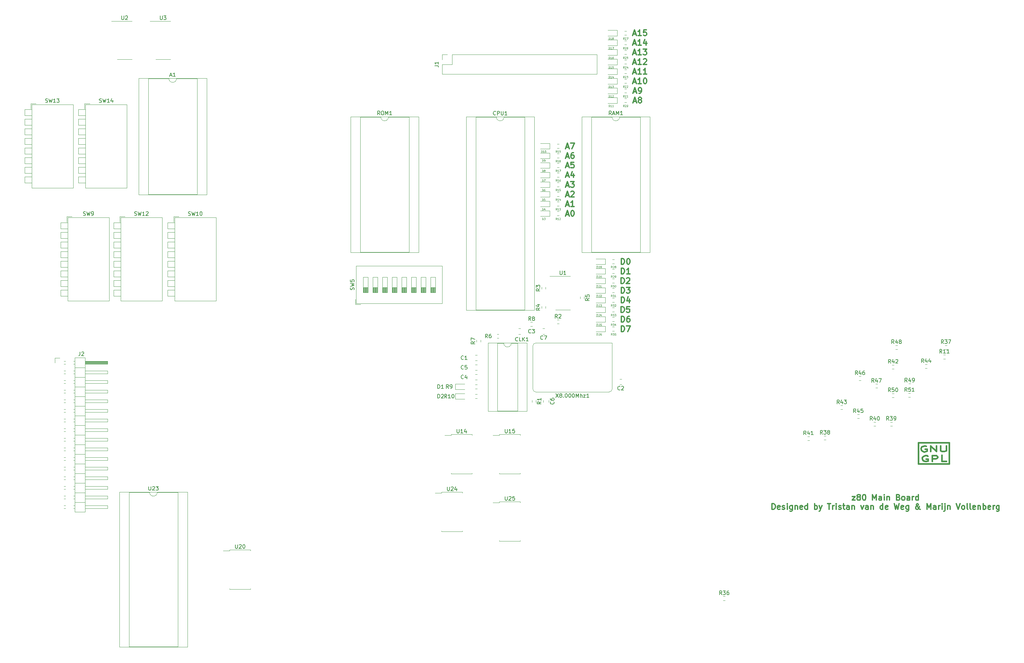
<source format=gbr>
%TF.GenerationSoftware,KiCad,Pcbnew,(6.0.4)*%
%TF.CreationDate,2022-04-27T21:45:15+02:00*%
%TF.ProjectId,z80,7a38302e-6b69-4636-9164-5f7063625858,rev?*%
%TF.SameCoordinates,Original*%
%TF.FileFunction,Legend,Top*%
%TF.FilePolarity,Positive*%
%FSLAX46Y46*%
G04 Gerber Fmt 4.6, Leading zero omitted, Abs format (unit mm)*
G04 Created by KiCad (PCBNEW (6.0.4)) date 2022-04-27 21:45:15*
%MOMM*%
%LPD*%
G01*
G04 APERTURE LIST*
%ADD10C,0.300000*%
%ADD11C,0.150000*%
%ADD12C,0.125000*%
%ADD13C,0.120000*%
%ADD14C,0.381000*%
G04 APERTURE END LIST*
D10*
X157043571Y-61210000D02*
X157757857Y-61210000D01*
X156900714Y-61638571D02*
X157400714Y-60138571D01*
X157900714Y-61638571D01*
X159043571Y-60138571D02*
X158757857Y-60138571D01*
X158615000Y-60210000D01*
X158543571Y-60281428D01*
X158400714Y-60495714D01*
X158329285Y-60781428D01*
X158329285Y-61352857D01*
X158400714Y-61495714D01*
X158472142Y-61567142D01*
X158615000Y-61638571D01*
X158900714Y-61638571D01*
X159043571Y-61567142D01*
X159115000Y-61495714D01*
X159186428Y-61352857D01*
X159186428Y-60995714D01*
X159115000Y-60852857D01*
X159043571Y-60781428D01*
X158900714Y-60710000D01*
X158615000Y-60710000D01*
X158472142Y-60781428D01*
X158400714Y-60852857D01*
X158329285Y-60995714D01*
X157043571Y-68830000D02*
X157757857Y-68830000D01*
X156900714Y-69258571D02*
X157400714Y-67758571D01*
X157900714Y-69258571D01*
X158257857Y-67758571D02*
X159186428Y-67758571D01*
X158686428Y-68330000D01*
X158900714Y-68330000D01*
X159043571Y-68401428D01*
X159115000Y-68472857D01*
X159186428Y-68615714D01*
X159186428Y-68972857D01*
X159115000Y-69115714D01*
X159043571Y-69187142D01*
X158900714Y-69258571D01*
X158472142Y-69258571D01*
X158329285Y-69187142D01*
X158257857Y-69115714D01*
X174823571Y-44065000D02*
X175537857Y-44065000D01*
X174680714Y-44493571D02*
X175180714Y-42993571D01*
X175680714Y-44493571D01*
X176252142Y-44493571D02*
X176537857Y-44493571D01*
X176680714Y-44422142D01*
X176752142Y-44350714D01*
X176895000Y-44136428D01*
X176966428Y-43850714D01*
X176966428Y-43279285D01*
X176895000Y-43136428D01*
X176823571Y-43065000D01*
X176680714Y-42993571D01*
X176395000Y-42993571D01*
X176252142Y-43065000D01*
X176180714Y-43136428D01*
X176109285Y-43279285D01*
X176109285Y-43636428D01*
X176180714Y-43779285D01*
X176252142Y-43850714D01*
X176395000Y-43922142D01*
X176680714Y-43922142D01*
X176823571Y-43850714D01*
X176895000Y-43779285D01*
X176966428Y-43636428D01*
X157043571Y-73910000D02*
X157757857Y-73910000D01*
X156900714Y-74338571D02*
X157400714Y-72838571D01*
X157900714Y-74338571D01*
X159186428Y-74338571D02*
X158329285Y-74338571D01*
X158757857Y-74338571D02*
X158757857Y-72838571D01*
X158615000Y-73052857D01*
X158472142Y-73195714D01*
X158329285Y-73267142D01*
X171612857Y-97198571D02*
X171612857Y-95698571D01*
X171970000Y-95698571D01*
X172184285Y-95770000D01*
X172327142Y-95912857D01*
X172398571Y-96055714D01*
X172470000Y-96341428D01*
X172470000Y-96555714D01*
X172398571Y-96841428D01*
X172327142Y-96984285D01*
X172184285Y-97127142D01*
X171970000Y-97198571D01*
X171612857Y-97198571D01*
X172970000Y-95698571D02*
X173898571Y-95698571D01*
X173398571Y-96270000D01*
X173612857Y-96270000D01*
X173755714Y-96341428D01*
X173827142Y-96412857D01*
X173898571Y-96555714D01*
X173898571Y-96912857D01*
X173827142Y-97055714D01*
X173755714Y-97127142D01*
X173612857Y-97198571D01*
X173184285Y-97198571D01*
X173041428Y-97127142D01*
X172970000Y-97055714D01*
X232514285Y-150871071D02*
X233300000Y-150871071D01*
X232514285Y-151871071D01*
X233300000Y-151871071D01*
X234085714Y-151013928D02*
X233942857Y-150942500D01*
X233871428Y-150871071D01*
X233800000Y-150728214D01*
X233800000Y-150656785D01*
X233871428Y-150513928D01*
X233942857Y-150442500D01*
X234085714Y-150371071D01*
X234371428Y-150371071D01*
X234514285Y-150442500D01*
X234585714Y-150513928D01*
X234657142Y-150656785D01*
X234657142Y-150728214D01*
X234585714Y-150871071D01*
X234514285Y-150942500D01*
X234371428Y-151013928D01*
X234085714Y-151013928D01*
X233942857Y-151085357D01*
X233871428Y-151156785D01*
X233800000Y-151299642D01*
X233800000Y-151585357D01*
X233871428Y-151728214D01*
X233942857Y-151799642D01*
X234085714Y-151871071D01*
X234371428Y-151871071D01*
X234514285Y-151799642D01*
X234585714Y-151728214D01*
X234657142Y-151585357D01*
X234657142Y-151299642D01*
X234585714Y-151156785D01*
X234514285Y-151085357D01*
X234371428Y-151013928D01*
X235585714Y-150371071D02*
X235728571Y-150371071D01*
X235871428Y-150442500D01*
X235942857Y-150513928D01*
X236014285Y-150656785D01*
X236085714Y-150942500D01*
X236085714Y-151299642D01*
X236014285Y-151585357D01*
X235942857Y-151728214D01*
X235871428Y-151799642D01*
X235728571Y-151871071D01*
X235585714Y-151871071D01*
X235442857Y-151799642D01*
X235371428Y-151728214D01*
X235300000Y-151585357D01*
X235228571Y-151299642D01*
X235228571Y-150942500D01*
X235300000Y-150656785D01*
X235371428Y-150513928D01*
X235442857Y-150442500D01*
X235585714Y-150371071D01*
X237871428Y-151871071D02*
X237871428Y-150371071D01*
X238371428Y-151442500D01*
X238871428Y-150371071D01*
X238871428Y-151871071D01*
X240228571Y-151871071D02*
X240228571Y-151085357D01*
X240157142Y-150942500D01*
X240014285Y-150871071D01*
X239728571Y-150871071D01*
X239585714Y-150942500D01*
X240228571Y-151799642D02*
X240085714Y-151871071D01*
X239728571Y-151871071D01*
X239585714Y-151799642D01*
X239514285Y-151656785D01*
X239514285Y-151513928D01*
X239585714Y-151371071D01*
X239728571Y-151299642D01*
X240085714Y-151299642D01*
X240228571Y-151228214D01*
X240942857Y-151871071D02*
X240942857Y-150871071D01*
X240942857Y-150371071D02*
X240871428Y-150442500D01*
X240942857Y-150513928D01*
X241014285Y-150442500D01*
X240942857Y-150371071D01*
X240942857Y-150513928D01*
X241657142Y-150871071D02*
X241657142Y-151871071D01*
X241657142Y-151013928D02*
X241728571Y-150942500D01*
X241871428Y-150871071D01*
X242085714Y-150871071D01*
X242228571Y-150942500D01*
X242300000Y-151085357D01*
X242300000Y-151871071D01*
X244657142Y-151085357D02*
X244871428Y-151156785D01*
X244942857Y-151228214D01*
X245014285Y-151371071D01*
X245014285Y-151585357D01*
X244942857Y-151728214D01*
X244871428Y-151799642D01*
X244728571Y-151871071D01*
X244157142Y-151871071D01*
X244157142Y-150371071D01*
X244657142Y-150371071D01*
X244800000Y-150442500D01*
X244871428Y-150513928D01*
X244942857Y-150656785D01*
X244942857Y-150799642D01*
X244871428Y-150942500D01*
X244800000Y-151013928D01*
X244657142Y-151085357D01*
X244157142Y-151085357D01*
X245871428Y-151871071D02*
X245728571Y-151799642D01*
X245657142Y-151728214D01*
X245585714Y-151585357D01*
X245585714Y-151156785D01*
X245657142Y-151013928D01*
X245728571Y-150942500D01*
X245871428Y-150871071D01*
X246085714Y-150871071D01*
X246228571Y-150942500D01*
X246300000Y-151013928D01*
X246371428Y-151156785D01*
X246371428Y-151585357D01*
X246300000Y-151728214D01*
X246228571Y-151799642D01*
X246085714Y-151871071D01*
X245871428Y-151871071D01*
X247657142Y-151871071D02*
X247657142Y-151085357D01*
X247585714Y-150942500D01*
X247442857Y-150871071D01*
X247157142Y-150871071D01*
X247014285Y-150942500D01*
X247657142Y-151799642D02*
X247514285Y-151871071D01*
X247157142Y-151871071D01*
X247014285Y-151799642D01*
X246942857Y-151656785D01*
X246942857Y-151513928D01*
X247014285Y-151371071D01*
X247157142Y-151299642D01*
X247514285Y-151299642D01*
X247657142Y-151228214D01*
X248371428Y-151871071D02*
X248371428Y-150871071D01*
X248371428Y-151156785D02*
X248442857Y-151013928D01*
X248514285Y-150942500D01*
X248657142Y-150871071D01*
X248800000Y-150871071D01*
X249942857Y-151871071D02*
X249942857Y-150371071D01*
X249942857Y-151799642D02*
X249800000Y-151871071D01*
X249514285Y-151871071D01*
X249371428Y-151799642D01*
X249300000Y-151728214D01*
X249228571Y-151585357D01*
X249228571Y-151156785D01*
X249300000Y-151013928D01*
X249371428Y-150942500D01*
X249514285Y-150871071D01*
X249800000Y-150871071D01*
X249942857Y-150942500D01*
X211371428Y-154286071D02*
X211371428Y-152786071D01*
X211728571Y-152786071D01*
X211942857Y-152857500D01*
X212085714Y-153000357D01*
X212157142Y-153143214D01*
X212228571Y-153428928D01*
X212228571Y-153643214D01*
X212157142Y-153928928D01*
X212085714Y-154071785D01*
X211942857Y-154214642D01*
X211728571Y-154286071D01*
X211371428Y-154286071D01*
X213442857Y-154214642D02*
X213300000Y-154286071D01*
X213014285Y-154286071D01*
X212871428Y-154214642D01*
X212800000Y-154071785D01*
X212800000Y-153500357D01*
X212871428Y-153357500D01*
X213014285Y-153286071D01*
X213300000Y-153286071D01*
X213442857Y-153357500D01*
X213514285Y-153500357D01*
X213514285Y-153643214D01*
X212800000Y-153786071D01*
X214085714Y-154214642D02*
X214228571Y-154286071D01*
X214514285Y-154286071D01*
X214657142Y-154214642D01*
X214728571Y-154071785D01*
X214728571Y-154000357D01*
X214657142Y-153857500D01*
X214514285Y-153786071D01*
X214300000Y-153786071D01*
X214157142Y-153714642D01*
X214085714Y-153571785D01*
X214085714Y-153500357D01*
X214157142Y-153357500D01*
X214300000Y-153286071D01*
X214514285Y-153286071D01*
X214657142Y-153357500D01*
X215371428Y-154286071D02*
X215371428Y-153286071D01*
X215371428Y-152786071D02*
X215300000Y-152857500D01*
X215371428Y-152928928D01*
X215442857Y-152857500D01*
X215371428Y-152786071D01*
X215371428Y-152928928D01*
X216728571Y-153286071D02*
X216728571Y-154500357D01*
X216657142Y-154643214D01*
X216585714Y-154714642D01*
X216442857Y-154786071D01*
X216228571Y-154786071D01*
X216085714Y-154714642D01*
X216728571Y-154214642D02*
X216585714Y-154286071D01*
X216300000Y-154286071D01*
X216157142Y-154214642D01*
X216085714Y-154143214D01*
X216014285Y-154000357D01*
X216014285Y-153571785D01*
X216085714Y-153428928D01*
X216157142Y-153357500D01*
X216300000Y-153286071D01*
X216585714Y-153286071D01*
X216728571Y-153357500D01*
X217442857Y-153286071D02*
X217442857Y-154286071D01*
X217442857Y-153428928D02*
X217514285Y-153357500D01*
X217657142Y-153286071D01*
X217871428Y-153286071D01*
X218014285Y-153357500D01*
X218085714Y-153500357D01*
X218085714Y-154286071D01*
X219371428Y-154214642D02*
X219228571Y-154286071D01*
X218942857Y-154286071D01*
X218800000Y-154214642D01*
X218728571Y-154071785D01*
X218728571Y-153500357D01*
X218800000Y-153357500D01*
X218942857Y-153286071D01*
X219228571Y-153286071D01*
X219371428Y-153357500D01*
X219442857Y-153500357D01*
X219442857Y-153643214D01*
X218728571Y-153786071D01*
X220728571Y-154286071D02*
X220728571Y-152786071D01*
X220728571Y-154214642D02*
X220585714Y-154286071D01*
X220300000Y-154286071D01*
X220157142Y-154214642D01*
X220085714Y-154143214D01*
X220014285Y-154000357D01*
X220014285Y-153571785D01*
X220085714Y-153428928D01*
X220157142Y-153357500D01*
X220300000Y-153286071D01*
X220585714Y-153286071D01*
X220728571Y-153357500D01*
X222585714Y-154286071D02*
X222585714Y-152786071D01*
X222585714Y-153357500D02*
X222728571Y-153286071D01*
X223014285Y-153286071D01*
X223157142Y-153357500D01*
X223228571Y-153428928D01*
X223300000Y-153571785D01*
X223300000Y-154000357D01*
X223228571Y-154143214D01*
X223157142Y-154214642D01*
X223014285Y-154286071D01*
X222728571Y-154286071D01*
X222585714Y-154214642D01*
X223800000Y-153286071D02*
X224157142Y-154286071D01*
X224514285Y-153286071D02*
X224157142Y-154286071D01*
X224014285Y-154643214D01*
X223942857Y-154714642D01*
X223800000Y-154786071D01*
X226014285Y-152786071D02*
X226871428Y-152786071D01*
X226442857Y-154286071D02*
X226442857Y-152786071D01*
X227371428Y-154286071D02*
X227371428Y-153286071D01*
X227371428Y-153571785D02*
X227442857Y-153428928D01*
X227514285Y-153357500D01*
X227657142Y-153286071D01*
X227800000Y-153286071D01*
X228300000Y-154286071D02*
X228300000Y-153286071D01*
X228300000Y-152786071D02*
X228228571Y-152857500D01*
X228300000Y-152928928D01*
X228371428Y-152857500D01*
X228300000Y-152786071D01*
X228300000Y-152928928D01*
X228942857Y-154214642D02*
X229085714Y-154286071D01*
X229371428Y-154286071D01*
X229514285Y-154214642D01*
X229585714Y-154071785D01*
X229585714Y-154000357D01*
X229514285Y-153857500D01*
X229371428Y-153786071D01*
X229157142Y-153786071D01*
X229014285Y-153714642D01*
X228942857Y-153571785D01*
X228942857Y-153500357D01*
X229014285Y-153357500D01*
X229157142Y-153286071D01*
X229371428Y-153286071D01*
X229514285Y-153357500D01*
X230014285Y-153286071D02*
X230585714Y-153286071D01*
X230228571Y-152786071D02*
X230228571Y-154071785D01*
X230300000Y-154214642D01*
X230442857Y-154286071D01*
X230585714Y-154286071D01*
X231728571Y-154286071D02*
X231728571Y-153500357D01*
X231657142Y-153357500D01*
X231514285Y-153286071D01*
X231228571Y-153286071D01*
X231085714Y-153357500D01*
X231728571Y-154214642D02*
X231585714Y-154286071D01*
X231228571Y-154286071D01*
X231085714Y-154214642D01*
X231014285Y-154071785D01*
X231014285Y-153928928D01*
X231085714Y-153786071D01*
X231228571Y-153714642D01*
X231585714Y-153714642D01*
X231728571Y-153643214D01*
X232442857Y-153286071D02*
X232442857Y-154286071D01*
X232442857Y-153428928D02*
X232514285Y-153357500D01*
X232657142Y-153286071D01*
X232871428Y-153286071D01*
X233014285Y-153357500D01*
X233085714Y-153500357D01*
X233085714Y-154286071D01*
X234800000Y-153286071D02*
X235157142Y-154286071D01*
X235514285Y-153286071D01*
X236728571Y-154286071D02*
X236728571Y-153500357D01*
X236657142Y-153357500D01*
X236514285Y-153286071D01*
X236228571Y-153286071D01*
X236085714Y-153357500D01*
X236728571Y-154214642D02*
X236585714Y-154286071D01*
X236228571Y-154286071D01*
X236085714Y-154214642D01*
X236014285Y-154071785D01*
X236014285Y-153928928D01*
X236085714Y-153786071D01*
X236228571Y-153714642D01*
X236585714Y-153714642D01*
X236728571Y-153643214D01*
X237442857Y-153286071D02*
X237442857Y-154286071D01*
X237442857Y-153428928D02*
X237514285Y-153357500D01*
X237657142Y-153286071D01*
X237871428Y-153286071D01*
X238014285Y-153357500D01*
X238085714Y-153500357D01*
X238085714Y-154286071D01*
X240585714Y-154286071D02*
X240585714Y-152786071D01*
X240585714Y-154214642D02*
X240442857Y-154286071D01*
X240157142Y-154286071D01*
X240014285Y-154214642D01*
X239942857Y-154143214D01*
X239871428Y-154000357D01*
X239871428Y-153571785D01*
X239942857Y-153428928D01*
X240014285Y-153357500D01*
X240157142Y-153286071D01*
X240442857Y-153286071D01*
X240585714Y-153357500D01*
X241871428Y-154214642D02*
X241728571Y-154286071D01*
X241442857Y-154286071D01*
X241300000Y-154214642D01*
X241228571Y-154071785D01*
X241228571Y-153500357D01*
X241300000Y-153357500D01*
X241442857Y-153286071D01*
X241728571Y-153286071D01*
X241871428Y-153357500D01*
X241942857Y-153500357D01*
X241942857Y-153643214D01*
X241228571Y-153786071D01*
X243585714Y-152786071D02*
X243942857Y-154286071D01*
X244228571Y-153214642D01*
X244514285Y-154286071D01*
X244871428Y-152786071D01*
X246014285Y-154214642D02*
X245871428Y-154286071D01*
X245585714Y-154286071D01*
X245442857Y-154214642D01*
X245371428Y-154071785D01*
X245371428Y-153500357D01*
X245442857Y-153357500D01*
X245585714Y-153286071D01*
X245871428Y-153286071D01*
X246014285Y-153357500D01*
X246085714Y-153500357D01*
X246085714Y-153643214D01*
X245371428Y-153786071D01*
X247371428Y-153286071D02*
X247371428Y-154500357D01*
X247300000Y-154643214D01*
X247228571Y-154714642D01*
X247085714Y-154786071D01*
X246871428Y-154786071D01*
X246728571Y-154714642D01*
X247371428Y-154214642D02*
X247228571Y-154286071D01*
X246942857Y-154286071D01*
X246800000Y-154214642D01*
X246728571Y-154143214D01*
X246657142Y-154000357D01*
X246657142Y-153571785D01*
X246728571Y-153428928D01*
X246800000Y-153357500D01*
X246942857Y-153286071D01*
X247228571Y-153286071D01*
X247371428Y-153357500D01*
X250442857Y-154286071D02*
X250371428Y-154286071D01*
X250228571Y-154214642D01*
X250014285Y-154000357D01*
X249657142Y-153571785D01*
X249514285Y-153357500D01*
X249442857Y-153143214D01*
X249442857Y-153000357D01*
X249514285Y-152857500D01*
X249657142Y-152786071D01*
X249728571Y-152786071D01*
X249871428Y-152857500D01*
X249942857Y-153000357D01*
X249942857Y-153071785D01*
X249871428Y-153214642D01*
X249800000Y-153286071D01*
X249371428Y-153571785D01*
X249300000Y-153643214D01*
X249228571Y-153786071D01*
X249228571Y-154000357D01*
X249300000Y-154143214D01*
X249371428Y-154214642D01*
X249514285Y-154286071D01*
X249728571Y-154286071D01*
X249871428Y-154214642D01*
X249942857Y-154143214D01*
X250157142Y-153857500D01*
X250228571Y-153643214D01*
X250228571Y-153500357D01*
X252228571Y-154286071D02*
X252228571Y-152786071D01*
X252728571Y-153857500D01*
X253228571Y-152786071D01*
X253228571Y-154286071D01*
X254585714Y-154286071D02*
X254585714Y-153500357D01*
X254514285Y-153357500D01*
X254371428Y-153286071D01*
X254085714Y-153286071D01*
X253942857Y-153357500D01*
X254585714Y-154214642D02*
X254442857Y-154286071D01*
X254085714Y-154286071D01*
X253942857Y-154214642D01*
X253871428Y-154071785D01*
X253871428Y-153928928D01*
X253942857Y-153786071D01*
X254085714Y-153714642D01*
X254442857Y-153714642D01*
X254585714Y-153643214D01*
X255300000Y-154286071D02*
X255300000Y-153286071D01*
X255300000Y-153571785D02*
X255371428Y-153428928D01*
X255442857Y-153357500D01*
X255585714Y-153286071D01*
X255728571Y-153286071D01*
X256228571Y-154286071D02*
X256228571Y-153286071D01*
X256228571Y-152786071D02*
X256157142Y-152857500D01*
X256228571Y-152928928D01*
X256300000Y-152857500D01*
X256228571Y-152786071D01*
X256228571Y-152928928D01*
X256942857Y-153286071D02*
X256942857Y-154571785D01*
X256871428Y-154714642D01*
X256728571Y-154786071D01*
X256657142Y-154786071D01*
X256942857Y-152786071D02*
X256871428Y-152857500D01*
X256942857Y-152928928D01*
X257014285Y-152857500D01*
X256942857Y-152786071D01*
X256942857Y-152928928D01*
X257657142Y-153286071D02*
X257657142Y-154286071D01*
X257657142Y-153428928D02*
X257728571Y-153357500D01*
X257871428Y-153286071D01*
X258085714Y-153286071D01*
X258228571Y-153357500D01*
X258300000Y-153500357D01*
X258300000Y-154286071D01*
X259942857Y-152786071D02*
X260442857Y-154286071D01*
X260942857Y-152786071D01*
X261657142Y-154286071D02*
X261514285Y-154214642D01*
X261442857Y-154143214D01*
X261371428Y-154000357D01*
X261371428Y-153571785D01*
X261442857Y-153428928D01*
X261514285Y-153357500D01*
X261657142Y-153286071D01*
X261871428Y-153286071D01*
X262014285Y-153357500D01*
X262085714Y-153428928D01*
X262157142Y-153571785D01*
X262157142Y-154000357D01*
X262085714Y-154143214D01*
X262014285Y-154214642D01*
X261871428Y-154286071D01*
X261657142Y-154286071D01*
X263014285Y-154286071D02*
X262871428Y-154214642D01*
X262800000Y-154071785D01*
X262800000Y-152786071D01*
X263800000Y-154286071D02*
X263657142Y-154214642D01*
X263585714Y-154071785D01*
X263585714Y-152786071D01*
X264942857Y-154214642D02*
X264800000Y-154286071D01*
X264514285Y-154286071D01*
X264371428Y-154214642D01*
X264300000Y-154071785D01*
X264300000Y-153500357D01*
X264371428Y-153357500D01*
X264514285Y-153286071D01*
X264800000Y-153286071D01*
X264942857Y-153357500D01*
X265014285Y-153500357D01*
X265014285Y-153643214D01*
X264300000Y-153786071D01*
X265657142Y-153286071D02*
X265657142Y-154286071D01*
X265657142Y-153428928D02*
X265728571Y-153357500D01*
X265871428Y-153286071D01*
X266085714Y-153286071D01*
X266228571Y-153357500D01*
X266300000Y-153500357D01*
X266300000Y-154286071D01*
X267014285Y-154286071D02*
X267014285Y-152786071D01*
X267014285Y-153357500D02*
X267157142Y-153286071D01*
X267442857Y-153286071D01*
X267585714Y-153357500D01*
X267657142Y-153428928D01*
X267728571Y-153571785D01*
X267728571Y-154000357D01*
X267657142Y-154143214D01*
X267585714Y-154214642D01*
X267442857Y-154286071D01*
X267157142Y-154286071D01*
X267014285Y-154214642D01*
X268942857Y-154214642D02*
X268800000Y-154286071D01*
X268514285Y-154286071D01*
X268371428Y-154214642D01*
X268300000Y-154071785D01*
X268300000Y-153500357D01*
X268371428Y-153357500D01*
X268514285Y-153286071D01*
X268800000Y-153286071D01*
X268942857Y-153357500D01*
X269014285Y-153500357D01*
X269014285Y-153643214D01*
X268300000Y-153786071D01*
X269657142Y-154286071D02*
X269657142Y-153286071D01*
X269657142Y-153571785D02*
X269728571Y-153428928D01*
X269800000Y-153357500D01*
X269942857Y-153286071D01*
X270085714Y-153286071D01*
X271228571Y-153286071D02*
X271228571Y-154500357D01*
X271157142Y-154643214D01*
X271085714Y-154714642D01*
X270942857Y-154786071D01*
X270728571Y-154786071D01*
X270585714Y-154714642D01*
X271228571Y-154214642D02*
X271085714Y-154286071D01*
X270800000Y-154286071D01*
X270657142Y-154214642D01*
X270585714Y-154143214D01*
X270514285Y-154000357D01*
X270514285Y-153571785D01*
X270585714Y-153428928D01*
X270657142Y-153357500D01*
X270800000Y-153286071D01*
X271085714Y-153286071D01*
X271228571Y-153357500D01*
X174744285Y-28825000D02*
X175458571Y-28825000D01*
X174601428Y-29253571D02*
X175101428Y-27753571D01*
X175601428Y-29253571D01*
X176887142Y-29253571D02*
X176030000Y-29253571D01*
X176458571Y-29253571D02*
X176458571Y-27753571D01*
X176315714Y-27967857D01*
X176172857Y-28110714D01*
X176030000Y-28182142D01*
X178244285Y-27753571D02*
X177530000Y-27753571D01*
X177458571Y-28467857D01*
X177530000Y-28396428D01*
X177672857Y-28325000D01*
X178030000Y-28325000D01*
X178172857Y-28396428D01*
X178244285Y-28467857D01*
X178315714Y-28610714D01*
X178315714Y-28967857D01*
X178244285Y-29110714D01*
X178172857Y-29182142D01*
X178030000Y-29253571D01*
X177672857Y-29253571D01*
X177530000Y-29182142D01*
X177458571Y-29110714D01*
X174744285Y-36445000D02*
X175458571Y-36445000D01*
X174601428Y-36873571D02*
X175101428Y-35373571D01*
X175601428Y-36873571D01*
X176887142Y-36873571D02*
X176030000Y-36873571D01*
X176458571Y-36873571D02*
X176458571Y-35373571D01*
X176315714Y-35587857D01*
X176172857Y-35730714D01*
X176030000Y-35802142D01*
X177458571Y-35516428D02*
X177530000Y-35445000D01*
X177672857Y-35373571D01*
X178030000Y-35373571D01*
X178172857Y-35445000D01*
X178244285Y-35516428D01*
X178315714Y-35659285D01*
X178315714Y-35802142D01*
X178244285Y-36016428D01*
X177387142Y-36873571D01*
X178315714Y-36873571D01*
X171612857Y-104818571D02*
X171612857Y-103318571D01*
X171970000Y-103318571D01*
X172184285Y-103390000D01*
X172327142Y-103532857D01*
X172398571Y-103675714D01*
X172470000Y-103961428D01*
X172470000Y-104175714D01*
X172398571Y-104461428D01*
X172327142Y-104604285D01*
X172184285Y-104747142D01*
X171970000Y-104818571D01*
X171612857Y-104818571D01*
X173755714Y-103318571D02*
X173470000Y-103318571D01*
X173327142Y-103390000D01*
X173255714Y-103461428D01*
X173112857Y-103675714D01*
X173041428Y-103961428D01*
X173041428Y-104532857D01*
X173112857Y-104675714D01*
X173184285Y-104747142D01*
X173327142Y-104818571D01*
X173612857Y-104818571D01*
X173755714Y-104747142D01*
X173827142Y-104675714D01*
X173898571Y-104532857D01*
X173898571Y-104175714D01*
X173827142Y-104032857D01*
X173755714Y-103961428D01*
X173612857Y-103890000D01*
X173327142Y-103890000D01*
X173184285Y-103961428D01*
X173112857Y-104032857D01*
X173041428Y-104175714D01*
X171585581Y-94658571D02*
X171585581Y-93158571D01*
X171942724Y-93158571D01*
X172157009Y-93230000D01*
X172299866Y-93372857D01*
X172371295Y-93515714D01*
X172442724Y-93801428D01*
X172442724Y-94015714D01*
X172371295Y-94301428D01*
X172299866Y-94444285D01*
X172157009Y-94587142D01*
X171942724Y-94658571D01*
X171585581Y-94658571D01*
X173014152Y-93301428D02*
X173085581Y-93230000D01*
X173228438Y-93158571D01*
X173585581Y-93158571D01*
X173728438Y-93230000D01*
X173799866Y-93301428D01*
X173871295Y-93444285D01*
X173871295Y-93587142D01*
X173799866Y-93801428D01*
X172942724Y-94658571D01*
X173871295Y-94658571D01*
X174823571Y-46605000D02*
X175537857Y-46605000D01*
X174680714Y-47033571D02*
X175180714Y-45533571D01*
X175680714Y-47033571D01*
X176395000Y-46176428D02*
X176252142Y-46105000D01*
X176180714Y-46033571D01*
X176109285Y-45890714D01*
X176109285Y-45819285D01*
X176180714Y-45676428D01*
X176252142Y-45605000D01*
X176395000Y-45533571D01*
X176680714Y-45533571D01*
X176823571Y-45605000D01*
X176895000Y-45676428D01*
X176966428Y-45819285D01*
X176966428Y-45890714D01*
X176895000Y-46033571D01*
X176823571Y-46105000D01*
X176680714Y-46176428D01*
X176395000Y-46176428D01*
X176252142Y-46247857D01*
X176180714Y-46319285D01*
X176109285Y-46462142D01*
X176109285Y-46747857D01*
X176180714Y-46890714D01*
X176252142Y-46962142D01*
X176395000Y-47033571D01*
X176680714Y-47033571D01*
X176823571Y-46962142D01*
X176895000Y-46890714D01*
X176966428Y-46747857D01*
X176966428Y-46462142D01*
X176895000Y-46319285D01*
X176823571Y-46247857D01*
X176680714Y-46176428D01*
X157043571Y-76450000D02*
X157757857Y-76450000D01*
X156900714Y-76878571D02*
X157400714Y-75378571D01*
X157900714Y-76878571D01*
X158686428Y-75378571D02*
X158829285Y-75378571D01*
X158972142Y-75450000D01*
X159043571Y-75521428D01*
X159115000Y-75664285D01*
X159186428Y-75950000D01*
X159186428Y-76307142D01*
X159115000Y-76592857D01*
X159043571Y-76735714D01*
X158972142Y-76807142D01*
X158829285Y-76878571D01*
X158686428Y-76878571D01*
X158543571Y-76807142D01*
X158472142Y-76735714D01*
X158400714Y-76592857D01*
X158329285Y-76307142D01*
X158329285Y-75950000D01*
X158400714Y-75664285D01*
X158472142Y-75521428D01*
X158543571Y-75450000D01*
X158686428Y-75378571D01*
X157043571Y-71370000D02*
X157757857Y-71370000D01*
X156900714Y-71798571D02*
X157400714Y-70298571D01*
X157900714Y-71798571D01*
X158329285Y-70441428D02*
X158400714Y-70370000D01*
X158543571Y-70298571D01*
X158900714Y-70298571D01*
X159043571Y-70370000D01*
X159115000Y-70441428D01*
X159186428Y-70584285D01*
X159186428Y-70727142D01*
X159115000Y-70941428D01*
X158257857Y-71798571D01*
X159186428Y-71798571D01*
X157019793Y-63731098D02*
X157734079Y-63731098D01*
X156876936Y-64159669D02*
X157376936Y-62659669D01*
X157876936Y-64159669D01*
X159091222Y-62659669D02*
X158376936Y-62659669D01*
X158305507Y-63373955D01*
X158376936Y-63302526D01*
X158519793Y-63231098D01*
X158876936Y-63231098D01*
X159019793Y-63302526D01*
X159091222Y-63373955D01*
X159162650Y-63516812D01*
X159162650Y-63873955D01*
X159091222Y-64016812D01*
X159019793Y-64088240D01*
X158876936Y-64159669D01*
X158519793Y-64159669D01*
X158376936Y-64088240D01*
X158305507Y-64016812D01*
X174740656Y-31365000D02*
X175454942Y-31365000D01*
X174597799Y-31793571D02*
X175097799Y-30293571D01*
X175597799Y-31793571D01*
X176883513Y-31793571D02*
X176026371Y-31793571D01*
X176454942Y-31793571D02*
X176454942Y-30293571D01*
X176312085Y-30507857D01*
X176169228Y-30650714D01*
X176026371Y-30722142D01*
X178169228Y-30793571D02*
X178169228Y-31793571D01*
X177812085Y-30222142D02*
X177454942Y-31293571D01*
X178383513Y-31293571D01*
X171612857Y-107358571D02*
X171612857Y-105858571D01*
X171970000Y-105858571D01*
X172184285Y-105930000D01*
X172327142Y-106072857D01*
X172398571Y-106215714D01*
X172470000Y-106501428D01*
X172470000Y-106715714D01*
X172398571Y-107001428D01*
X172327142Y-107144285D01*
X172184285Y-107287142D01*
X171970000Y-107358571D01*
X171612857Y-107358571D01*
X172970000Y-105858571D02*
X173970000Y-105858571D01*
X173327142Y-107358571D01*
X171583259Y-102278571D02*
X171583259Y-100778571D01*
X171940402Y-100778571D01*
X172154687Y-100850000D01*
X172297544Y-100992857D01*
X172368973Y-101135714D01*
X172440402Y-101421428D01*
X172440402Y-101635714D01*
X172368973Y-101921428D01*
X172297544Y-102064285D01*
X172154687Y-102207142D01*
X171940402Y-102278571D01*
X171583259Y-102278571D01*
X173797544Y-100778571D02*
X173083259Y-100778571D01*
X173011830Y-101492857D01*
X173083259Y-101421428D01*
X173226116Y-101350000D01*
X173583259Y-101350000D01*
X173726116Y-101421428D01*
X173797544Y-101492857D01*
X173868973Y-101635714D01*
X173868973Y-101992857D01*
X173797544Y-102135714D01*
X173726116Y-102207142D01*
X173583259Y-102278571D01*
X173226116Y-102278571D01*
X173083259Y-102207142D01*
X173011830Y-102135714D01*
X171612857Y-92118571D02*
X171612857Y-90618571D01*
X171970000Y-90618571D01*
X172184285Y-90690000D01*
X172327142Y-90832857D01*
X172398571Y-90975714D01*
X172470000Y-91261428D01*
X172470000Y-91475714D01*
X172398571Y-91761428D01*
X172327142Y-91904285D01*
X172184285Y-92047142D01*
X171970000Y-92118571D01*
X171612857Y-92118571D01*
X173898571Y-92118571D02*
X173041428Y-92118571D01*
X173470000Y-92118571D02*
X173470000Y-90618571D01*
X173327142Y-90832857D01*
X173184285Y-90975714D01*
X173041428Y-91047142D01*
X174744285Y-41525000D02*
X175458571Y-41525000D01*
X174601428Y-41953571D02*
X175101428Y-40453571D01*
X175601428Y-41953571D01*
X176887142Y-41953571D02*
X176030000Y-41953571D01*
X176458571Y-41953571D02*
X176458571Y-40453571D01*
X176315714Y-40667857D01*
X176172857Y-40810714D01*
X176030000Y-40882142D01*
X177815714Y-40453571D02*
X177958571Y-40453571D01*
X178101428Y-40525000D01*
X178172857Y-40596428D01*
X178244285Y-40739285D01*
X178315714Y-41025000D01*
X178315714Y-41382142D01*
X178244285Y-41667857D01*
X178172857Y-41810714D01*
X178101428Y-41882142D01*
X177958571Y-41953571D01*
X177815714Y-41953571D01*
X177672857Y-41882142D01*
X177601428Y-41810714D01*
X177530000Y-41667857D01*
X177458571Y-41382142D01*
X177458571Y-41025000D01*
X177530000Y-40739285D01*
X177601428Y-40596428D01*
X177672857Y-40525000D01*
X177815714Y-40453571D01*
X157019793Y-66267897D02*
X157734079Y-66267897D01*
X156876936Y-66696468D02*
X157376936Y-65196468D01*
X157876936Y-66696468D01*
X159019793Y-65696468D02*
X159019793Y-66696468D01*
X158662650Y-65125039D02*
X158305507Y-66196468D01*
X159234079Y-66196468D01*
X157043571Y-58670000D02*
X157757857Y-58670000D01*
X156900714Y-59098571D02*
X157400714Y-57598571D01*
X157900714Y-59098571D01*
X158257857Y-57598571D02*
X159257857Y-57598571D01*
X158615000Y-59098571D01*
X174744285Y-33905000D02*
X175458571Y-33905000D01*
X174601428Y-34333571D02*
X175101428Y-32833571D01*
X175601428Y-34333571D01*
X176887142Y-34333571D02*
X176030000Y-34333571D01*
X176458571Y-34333571D02*
X176458571Y-32833571D01*
X176315714Y-33047857D01*
X176172857Y-33190714D01*
X176030000Y-33262142D01*
X177387142Y-32833571D02*
X178315714Y-32833571D01*
X177815714Y-33405000D01*
X178030000Y-33405000D01*
X178172857Y-33476428D01*
X178244285Y-33547857D01*
X178315714Y-33690714D01*
X178315714Y-34047857D01*
X178244285Y-34190714D01*
X178172857Y-34262142D01*
X178030000Y-34333571D01*
X177601428Y-34333571D01*
X177458571Y-34262142D01*
X177387142Y-34190714D01*
X174744285Y-38985000D02*
X175458571Y-38985000D01*
X174601428Y-39413571D02*
X175101428Y-37913571D01*
X175601428Y-39413571D01*
X176887142Y-39413571D02*
X176030000Y-39413571D01*
X176458571Y-39413571D02*
X176458571Y-37913571D01*
X176315714Y-38127857D01*
X176172857Y-38270714D01*
X176030000Y-38342142D01*
X178315714Y-39413571D02*
X177458571Y-39413571D01*
X177887142Y-39413571D02*
X177887142Y-37913571D01*
X177744285Y-38127857D01*
X177601428Y-38270714D01*
X177458571Y-38342142D01*
X171612857Y-99738571D02*
X171612857Y-98238571D01*
X171970000Y-98238571D01*
X172184285Y-98310000D01*
X172327142Y-98452857D01*
X172398571Y-98595714D01*
X172470000Y-98881428D01*
X172470000Y-99095714D01*
X172398571Y-99381428D01*
X172327142Y-99524285D01*
X172184285Y-99667142D01*
X171970000Y-99738571D01*
X171612857Y-99738571D01*
X173755714Y-98738571D02*
X173755714Y-99738571D01*
X173398571Y-98167142D02*
X173041428Y-99238571D01*
X173970000Y-99238571D01*
X171612857Y-89578571D02*
X171612857Y-88078571D01*
X171970000Y-88078571D01*
X172184285Y-88150000D01*
X172327142Y-88292857D01*
X172398571Y-88435714D01*
X172470000Y-88721428D01*
X172470000Y-88935714D01*
X172398571Y-89221428D01*
X172327142Y-89364285D01*
X172184285Y-89507142D01*
X171970000Y-89578571D01*
X171612857Y-89578571D01*
X173398571Y-88078571D02*
X173541428Y-88078571D01*
X173684285Y-88150000D01*
X173755714Y-88221428D01*
X173827142Y-88364285D01*
X173898571Y-88650000D01*
X173898571Y-89007142D01*
X173827142Y-89292857D01*
X173755714Y-89435714D01*
X173684285Y-89507142D01*
X173541428Y-89578571D01*
X173398571Y-89578571D01*
X173255714Y-89507142D01*
X173184285Y-89435714D01*
X173112857Y-89292857D01*
X173041428Y-89007142D01*
X173041428Y-88650000D01*
X173112857Y-88364285D01*
X173184285Y-88221428D01*
X173255714Y-88150000D01*
X173398571Y-88078571D01*
D11*
%TO.C,R7*%
X133007380Y-110021666D02*
X132531190Y-110355000D01*
X133007380Y-110593095D02*
X132007380Y-110593095D01*
X132007380Y-110212142D01*
X132055000Y-110116904D01*
X132102619Y-110069285D01*
X132197857Y-110021666D01*
X132340714Y-110021666D01*
X132435952Y-110069285D01*
X132483571Y-110116904D01*
X132531190Y-110212142D01*
X132531190Y-110593095D01*
X132007380Y-109688333D02*
X132007380Y-109021666D01*
X133007380Y-109450238D01*
%TO.C,R42*%
X242652142Y-115712380D02*
X242318809Y-115236190D01*
X242080714Y-115712380D02*
X242080714Y-114712380D01*
X242461666Y-114712380D01*
X242556904Y-114760000D01*
X242604523Y-114807619D01*
X242652142Y-114902857D01*
X242652142Y-115045714D01*
X242604523Y-115140952D01*
X242556904Y-115188571D01*
X242461666Y-115236190D01*
X242080714Y-115236190D01*
X243509285Y-115045714D02*
X243509285Y-115712380D01*
X243271190Y-114664761D02*
X243033095Y-115379047D01*
X243652142Y-115379047D01*
X243985476Y-114807619D02*
X244033095Y-114760000D01*
X244128333Y-114712380D01*
X244366428Y-114712380D01*
X244461666Y-114760000D01*
X244509285Y-114807619D01*
X244556904Y-114902857D01*
X244556904Y-114998095D01*
X244509285Y-115140952D01*
X243937857Y-115712380D01*
X244556904Y-115712380D01*
%TO.C,C7*%
X150963333Y-109352142D02*
X150915714Y-109399761D01*
X150772857Y-109447380D01*
X150677619Y-109447380D01*
X150534761Y-109399761D01*
X150439523Y-109304523D01*
X150391904Y-109209285D01*
X150344285Y-109018809D01*
X150344285Y-108875952D01*
X150391904Y-108685476D01*
X150439523Y-108590238D01*
X150534761Y-108495000D01*
X150677619Y-108447380D01*
X150772857Y-108447380D01*
X150915714Y-108495000D01*
X150963333Y-108542619D01*
X151296666Y-108447380D02*
X151963333Y-108447380D01*
X151534761Y-109447380D01*
D12*
%TO.C,D15*%
X168302857Y-37851190D02*
X168302857Y-37351190D01*
X168421904Y-37351190D01*
X168493333Y-37375000D01*
X168540952Y-37422619D01*
X168564761Y-37470238D01*
X168588571Y-37565476D01*
X168588571Y-37636904D01*
X168564761Y-37732142D01*
X168540952Y-37779761D01*
X168493333Y-37827380D01*
X168421904Y-37851190D01*
X168302857Y-37851190D01*
X169064761Y-37851190D02*
X168779047Y-37851190D01*
X168921904Y-37851190D02*
X168921904Y-37351190D01*
X168874285Y-37422619D01*
X168826666Y-37470238D01*
X168779047Y-37494047D01*
X169517142Y-37351190D02*
X169279047Y-37351190D01*
X169255238Y-37589285D01*
X169279047Y-37565476D01*
X169326666Y-37541666D01*
X169445714Y-37541666D01*
X169493333Y-37565476D01*
X169517142Y-37589285D01*
X169540952Y-37636904D01*
X169540952Y-37755952D01*
X169517142Y-37803571D01*
X169493333Y-37827380D01*
X169445714Y-37851190D01*
X169326666Y-37851190D01*
X169279047Y-37827380D01*
X169255238Y-37803571D01*
%TO.C,D23*%
X165127857Y-100716190D02*
X165127857Y-100216190D01*
X165246904Y-100216190D01*
X165318333Y-100240000D01*
X165365952Y-100287619D01*
X165389761Y-100335238D01*
X165413571Y-100430476D01*
X165413571Y-100501904D01*
X165389761Y-100597142D01*
X165365952Y-100644761D01*
X165318333Y-100692380D01*
X165246904Y-100716190D01*
X165127857Y-100716190D01*
X165604047Y-100263809D02*
X165627857Y-100240000D01*
X165675476Y-100216190D01*
X165794523Y-100216190D01*
X165842142Y-100240000D01*
X165865952Y-100263809D01*
X165889761Y-100311428D01*
X165889761Y-100359047D01*
X165865952Y-100430476D01*
X165580238Y-100716190D01*
X165889761Y-100716190D01*
X166056428Y-100216190D02*
X166365952Y-100216190D01*
X166199285Y-100406666D01*
X166270714Y-100406666D01*
X166318333Y-100430476D01*
X166342142Y-100454285D01*
X166365952Y-100501904D01*
X166365952Y-100620952D01*
X166342142Y-100668571D01*
X166318333Y-100692380D01*
X166270714Y-100716190D01*
X166127857Y-100716190D01*
X166080238Y-100692380D01*
X166056428Y-100668571D01*
D11*
%TO.C,U24*%
X125761904Y-148342380D02*
X125761904Y-149151904D01*
X125809523Y-149247142D01*
X125857142Y-149294761D01*
X125952380Y-149342380D01*
X126142857Y-149342380D01*
X126238095Y-149294761D01*
X126285714Y-149247142D01*
X126333333Y-149151904D01*
X126333333Y-148342380D01*
X126761904Y-148437619D02*
X126809523Y-148390000D01*
X126904761Y-148342380D01*
X127142857Y-148342380D01*
X127238095Y-148390000D01*
X127285714Y-148437619D01*
X127333333Y-148532857D01*
X127333333Y-148628095D01*
X127285714Y-148770952D01*
X126714285Y-149342380D01*
X127333333Y-149342380D01*
X128190476Y-148675714D02*
X128190476Y-149342380D01*
X127952380Y-148294761D02*
X127714285Y-149009047D01*
X128333333Y-149009047D01*
D12*
%TO.C,D21*%
X165127857Y-95636190D02*
X165127857Y-95136190D01*
X165246904Y-95136190D01*
X165318333Y-95160000D01*
X165365952Y-95207619D01*
X165389761Y-95255238D01*
X165413571Y-95350476D01*
X165413571Y-95421904D01*
X165389761Y-95517142D01*
X165365952Y-95564761D01*
X165318333Y-95612380D01*
X165246904Y-95636190D01*
X165127857Y-95636190D01*
X165604047Y-95183809D02*
X165627857Y-95160000D01*
X165675476Y-95136190D01*
X165794523Y-95136190D01*
X165842142Y-95160000D01*
X165865952Y-95183809D01*
X165889761Y-95231428D01*
X165889761Y-95279047D01*
X165865952Y-95350476D01*
X165580238Y-95636190D01*
X165889761Y-95636190D01*
X166365952Y-95636190D02*
X166080238Y-95636190D01*
X166223095Y-95636190D02*
X166223095Y-95136190D01*
X166175476Y-95207619D01*
X166127857Y-95255238D01*
X166080238Y-95279047D01*
%TO.C,D5*%
X150760952Y-72776190D02*
X150760952Y-72276190D01*
X150880000Y-72276190D01*
X150951428Y-72300000D01*
X150999047Y-72347619D01*
X151022857Y-72395238D01*
X151046666Y-72490476D01*
X151046666Y-72561904D01*
X151022857Y-72657142D01*
X150999047Y-72704761D01*
X150951428Y-72752380D01*
X150880000Y-72776190D01*
X150760952Y-72776190D01*
X151499047Y-72276190D02*
X151260952Y-72276190D01*
X151237142Y-72514285D01*
X151260952Y-72490476D01*
X151308571Y-72466666D01*
X151427619Y-72466666D01*
X151475238Y-72490476D01*
X151499047Y-72514285D01*
X151522857Y-72561904D01*
X151522857Y-72680952D01*
X151499047Y-72728571D01*
X151475238Y-72752380D01*
X151427619Y-72776190D01*
X151308571Y-72776190D01*
X151260952Y-72752380D01*
X151237142Y-72728571D01*
%TO.C,R32*%
X169223571Y-100716190D02*
X169056904Y-100478095D01*
X168937857Y-100716190D02*
X168937857Y-100216190D01*
X169128333Y-100216190D01*
X169175952Y-100240000D01*
X169199761Y-100263809D01*
X169223571Y-100311428D01*
X169223571Y-100382857D01*
X169199761Y-100430476D01*
X169175952Y-100454285D01*
X169128333Y-100478095D01*
X168937857Y-100478095D01*
X169390238Y-100216190D02*
X169699761Y-100216190D01*
X169533095Y-100406666D01*
X169604523Y-100406666D01*
X169652142Y-100430476D01*
X169675952Y-100454285D01*
X169699761Y-100501904D01*
X169699761Y-100620952D01*
X169675952Y-100668571D01*
X169652142Y-100692380D01*
X169604523Y-100716190D01*
X169461666Y-100716190D01*
X169414047Y-100692380D01*
X169390238Y-100668571D01*
X169890238Y-100263809D02*
X169914047Y-100240000D01*
X169961666Y-100216190D01*
X170080714Y-100216190D01*
X170128333Y-100240000D01*
X170152142Y-100263809D01*
X170175952Y-100311428D01*
X170175952Y-100359047D01*
X170152142Y-100430476D01*
X169866428Y-100716190D01*
X170175952Y-100716190D01*
%TO.C,R14*%
X154618571Y-72776190D02*
X154451904Y-72538095D01*
X154332857Y-72776190D02*
X154332857Y-72276190D01*
X154523333Y-72276190D01*
X154570952Y-72300000D01*
X154594761Y-72323809D01*
X154618571Y-72371428D01*
X154618571Y-72442857D01*
X154594761Y-72490476D01*
X154570952Y-72514285D01*
X154523333Y-72538095D01*
X154332857Y-72538095D01*
X155094761Y-72776190D02*
X154809047Y-72776190D01*
X154951904Y-72776190D02*
X154951904Y-72276190D01*
X154904285Y-72347619D01*
X154856666Y-72395238D01*
X154809047Y-72419047D01*
X155523333Y-72442857D02*
X155523333Y-72776190D01*
X155404285Y-72252380D02*
X155285238Y-72609523D01*
X155594761Y-72609523D01*
D11*
%TO.C,R9*%
X126071333Y-122372380D02*
X125738000Y-121896190D01*
X125499904Y-122372380D02*
X125499904Y-121372380D01*
X125880857Y-121372380D01*
X125976095Y-121420000D01*
X126023714Y-121467619D01*
X126071333Y-121562857D01*
X126071333Y-121705714D01*
X126023714Y-121800952D01*
X125976095Y-121848571D01*
X125880857Y-121896190D01*
X125499904Y-121896190D01*
X126547523Y-122372380D02*
X126738000Y-122372380D01*
X126833238Y-122324761D01*
X126880857Y-122277142D01*
X126976095Y-122134285D01*
X127023714Y-121943809D01*
X127023714Y-121562857D01*
X126976095Y-121467619D01*
X126928476Y-121420000D01*
X126833238Y-121372380D01*
X126642761Y-121372380D01*
X126547523Y-121420000D01*
X126499904Y-121467619D01*
X126452285Y-121562857D01*
X126452285Y-121800952D01*
X126499904Y-121896190D01*
X126547523Y-121943809D01*
X126642761Y-121991428D01*
X126833238Y-121991428D01*
X126928476Y-121943809D01*
X126976095Y-121896190D01*
X127023714Y-121800952D01*
%TO.C,R49*%
X247002142Y-120652380D02*
X246668809Y-120176190D01*
X246430714Y-120652380D02*
X246430714Y-119652380D01*
X246811666Y-119652380D01*
X246906904Y-119700000D01*
X246954523Y-119747619D01*
X247002142Y-119842857D01*
X247002142Y-119985714D01*
X246954523Y-120080952D01*
X246906904Y-120128571D01*
X246811666Y-120176190D01*
X246430714Y-120176190D01*
X247859285Y-119985714D02*
X247859285Y-120652380D01*
X247621190Y-119604761D02*
X247383095Y-120319047D01*
X248002142Y-120319047D01*
X248430714Y-120652380D02*
X248621190Y-120652380D01*
X248716428Y-120604761D01*
X248764047Y-120557142D01*
X248859285Y-120414285D01*
X248906904Y-120223809D01*
X248906904Y-119842857D01*
X248859285Y-119747619D01*
X248811666Y-119700000D01*
X248716428Y-119652380D01*
X248525952Y-119652380D01*
X248430714Y-119700000D01*
X248383095Y-119747619D01*
X248335476Y-119842857D01*
X248335476Y-120080952D01*
X248383095Y-120176190D01*
X248430714Y-120223809D01*
X248525952Y-120271428D01*
X248716428Y-120271428D01*
X248811666Y-120223809D01*
X248859285Y-120176190D01*
X248906904Y-120080952D01*
D12*
%TO.C,D20*%
X165127857Y-93096190D02*
X165127857Y-92596190D01*
X165246904Y-92596190D01*
X165318333Y-92620000D01*
X165365952Y-92667619D01*
X165389761Y-92715238D01*
X165413571Y-92810476D01*
X165413571Y-92881904D01*
X165389761Y-92977142D01*
X165365952Y-93024761D01*
X165318333Y-93072380D01*
X165246904Y-93096190D01*
X165127857Y-93096190D01*
X165604047Y-92643809D02*
X165627857Y-92620000D01*
X165675476Y-92596190D01*
X165794523Y-92596190D01*
X165842142Y-92620000D01*
X165865952Y-92643809D01*
X165889761Y-92691428D01*
X165889761Y-92739047D01*
X165865952Y-92810476D01*
X165580238Y-93096190D01*
X165889761Y-93096190D01*
X166199285Y-92596190D02*
X166246904Y-92596190D01*
X166294523Y-92620000D01*
X166318333Y-92643809D01*
X166342142Y-92691428D01*
X166365952Y-92786666D01*
X166365952Y-92905714D01*
X166342142Y-93000952D01*
X166318333Y-93048571D01*
X166294523Y-93072380D01*
X166246904Y-93096190D01*
X166199285Y-93096190D01*
X166151666Y-93072380D01*
X166127857Y-93048571D01*
X166104047Y-93000952D01*
X166080238Y-92905714D01*
X166080238Y-92786666D01*
X166104047Y-92691428D01*
X166127857Y-92643809D01*
X166151666Y-92620000D01*
X166199285Y-92596190D01*
D11*
%TO.C,R5*%
X163172380Y-98591666D02*
X162696190Y-98925000D01*
X163172380Y-99163095D02*
X162172380Y-99163095D01*
X162172380Y-98782142D01*
X162220000Y-98686904D01*
X162267619Y-98639285D01*
X162362857Y-98591666D01*
X162505714Y-98591666D01*
X162600952Y-98639285D01*
X162648571Y-98686904D01*
X162696190Y-98782142D01*
X162696190Y-99163095D01*
X162172380Y-97686904D02*
X162172380Y-98163095D01*
X162648571Y-98210714D01*
X162600952Y-98163095D01*
X162553333Y-98067857D01*
X162553333Y-97829761D01*
X162600952Y-97734523D01*
X162648571Y-97686904D01*
X162743809Y-97639285D01*
X162981904Y-97639285D01*
X163077142Y-97686904D01*
X163124761Y-97734523D01*
X163172380Y-97829761D01*
X163172380Y-98067857D01*
X163124761Y-98163095D01*
X163077142Y-98210714D01*
%TO.C,CPU1*%
X138504523Y-50102142D02*
X138456904Y-50149761D01*
X138314047Y-50197380D01*
X138218809Y-50197380D01*
X138075952Y-50149761D01*
X137980714Y-50054523D01*
X137933095Y-49959285D01*
X137885476Y-49768809D01*
X137885476Y-49625952D01*
X137933095Y-49435476D01*
X137980714Y-49340238D01*
X138075952Y-49245000D01*
X138218809Y-49197380D01*
X138314047Y-49197380D01*
X138456904Y-49245000D01*
X138504523Y-49292619D01*
X138933095Y-50197380D02*
X138933095Y-49197380D01*
X139314047Y-49197380D01*
X139409285Y-49245000D01*
X139456904Y-49292619D01*
X139504523Y-49387857D01*
X139504523Y-49530714D01*
X139456904Y-49625952D01*
X139409285Y-49673571D01*
X139314047Y-49721190D01*
X138933095Y-49721190D01*
X139933095Y-49197380D02*
X139933095Y-50006904D01*
X139980714Y-50102142D01*
X140028333Y-50149761D01*
X140123571Y-50197380D01*
X140314047Y-50197380D01*
X140409285Y-50149761D01*
X140456904Y-50102142D01*
X140504523Y-50006904D01*
X140504523Y-49197380D01*
X141504523Y-50197380D02*
X140933095Y-50197380D01*
X141218809Y-50197380D02*
X141218809Y-49197380D01*
X141123571Y-49340238D01*
X141028333Y-49435476D01*
X140933095Y-49483095D01*
D12*
%TO.C,R23*%
X172398571Y-40391190D02*
X172231904Y-40153095D01*
X172112857Y-40391190D02*
X172112857Y-39891190D01*
X172303333Y-39891190D01*
X172350952Y-39915000D01*
X172374761Y-39938809D01*
X172398571Y-39986428D01*
X172398571Y-40057857D01*
X172374761Y-40105476D01*
X172350952Y-40129285D01*
X172303333Y-40153095D01*
X172112857Y-40153095D01*
X172589047Y-39938809D02*
X172612857Y-39915000D01*
X172660476Y-39891190D01*
X172779523Y-39891190D01*
X172827142Y-39915000D01*
X172850952Y-39938809D01*
X172874761Y-39986428D01*
X172874761Y-40034047D01*
X172850952Y-40105476D01*
X172565238Y-40391190D01*
X172874761Y-40391190D01*
X173041428Y-39891190D02*
X173350952Y-39891190D01*
X173184285Y-40081666D01*
X173255714Y-40081666D01*
X173303333Y-40105476D01*
X173327142Y-40129285D01*
X173350952Y-40176904D01*
X173350952Y-40295952D01*
X173327142Y-40343571D01*
X173303333Y-40367380D01*
X173255714Y-40391190D01*
X173112857Y-40391190D01*
X173065238Y-40367380D01*
X173041428Y-40343571D01*
%TO.C,D19*%
X165127857Y-90556190D02*
X165127857Y-90056190D01*
X165246904Y-90056190D01*
X165318333Y-90080000D01*
X165365952Y-90127619D01*
X165389761Y-90175238D01*
X165413571Y-90270476D01*
X165413571Y-90341904D01*
X165389761Y-90437142D01*
X165365952Y-90484761D01*
X165318333Y-90532380D01*
X165246904Y-90556190D01*
X165127857Y-90556190D01*
X165889761Y-90556190D02*
X165604047Y-90556190D01*
X165746904Y-90556190D02*
X165746904Y-90056190D01*
X165699285Y-90127619D01*
X165651666Y-90175238D01*
X165604047Y-90199047D01*
X166127857Y-90556190D02*
X166223095Y-90556190D01*
X166270714Y-90532380D01*
X166294523Y-90508571D01*
X166342142Y-90437142D01*
X166365952Y-90341904D01*
X166365952Y-90151428D01*
X166342142Y-90103809D01*
X166318333Y-90080000D01*
X166270714Y-90056190D01*
X166175476Y-90056190D01*
X166127857Y-90080000D01*
X166104047Y-90103809D01*
X166080238Y-90151428D01*
X166080238Y-90270476D01*
X166104047Y-90318095D01*
X166127857Y-90341904D01*
X166175476Y-90365714D01*
X166270714Y-90365714D01*
X166318333Y-90341904D01*
X166342142Y-90318095D01*
X166365952Y-90270476D01*
%TO.C,R19*%
X154618571Y-60076190D02*
X154451904Y-59838095D01*
X154332857Y-60076190D02*
X154332857Y-59576190D01*
X154523333Y-59576190D01*
X154570952Y-59600000D01*
X154594761Y-59623809D01*
X154618571Y-59671428D01*
X154618571Y-59742857D01*
X154594761Y-59790476D01*
X154570952Y-59814285D01*
X154523333Y-59838095D01*
X154332857Y-59838095D01*
X155094761Y-60076190D02*
X154809047Y-60076190D01*
X154951904Y-60076190D02*
X154951904Y-59576190D01*
X154904285Y-59647619D01*
X154856666Y-59695238D01*
X154809047Y-59719047D01*
X155332857Y-60076190D02*
X155428095Y-60076190D01*
X155475714Y-60052380D01*
X155499523Y-60028571D01*
X155547142Y-59957142D01*
X155570952Y-59861904D01*
X155570952Y-59671428D01*
X155547142Y-59623809D01*
X155523333Y-59600000D01*
X155475714Y-59576190D01*
X155380476Y-59576190D01*
X155332857Y-59600000D01*
X155309047Y-59623809D01*
X155285238Y-59671428D01*
X155285238Y-59790476D01*
X155309047Y-59838095D01*
X155332857Y-59861904D01*
X155380476Y-59885714D01*
X155475714Y-59885714D01*
X155523333Y-59861904D01*
X155547142Y-59838095D01*
X155570952Y-59790476D01*
%TO.C,D16*%
X168302857Y-35311190D02*
X168302857Y-34811190D01*
X168421904Y-34811190D01*
X168493333Y-34835000D01*
X168540952Y-34882619D01*
X168564761Y-34930238D01*
X168588571Y-35025476D01*
X168588571Y-35096904D01*
X168564761Y-35192142D01*
X168540952Y-35239761D01*
X168493333Y-35287380D01*
X168421904Y-35311190D01*
X168302857Y-35311190D01*
X169064761Y-35311190D02*
X168779047Y-35311190D01*
X168921904Y-35311190D02*
X168921904Y-34811190D01*
X168874285Y-34882619D01*
X168826666Y-34930238D01*
X168779047Y-34954047D01*
X169493333Y-34811190D02*
X169398095Y-34811190D01*
X169350476Y-34835000D01*
X169326666Y-34858809D01*
X169279047Y-34930238D01*
X169255238Y-35025476D01*
X169255238Y-35215952D01*
X169279047Y-35263571D01*
X169302857Y-35287380D01*
X169350476Y-35311190D01*
X169445714Y-35311190D01*
X169493333Y-35287380D01*
X169517142Y-35263571D01*
X169540952Y-35215952D01*
X169540952Y-35096904D01*
X169517142Y-35049285D01*
X169493333Y-35025476D01*
X169445714Y-35001666D01*
X169350476Y-35001666D01*
X169302857Y-35025476D01*
X169279047Y-35049285D01*
X169255238Y-35096904D01*
%TO.C,D6*%
X150760952Y-70236190D02*
X150760952Y-69736190D01*
X150880000Y-69736190D01*
X150951428Y-69760000D01*
X150999047Y-69807619D01*
X151022857Y-69855238D01*
X151046666Y-69950476D01*
X151046666Y-70021904D01*
X151022857Y-70117142D01*
X150999047Y-70164761D01*
X150951428Y-70212380D01*
X150880000Y-70236190D01*
X150760952Y-70236190D01*
X151475238Y-69736190D02*
X151380000Y-69736190D01*
X151332380Y-69760000D01*
X151308571Y-69783809D01*
X151260952Y-69855238D01*
X151237142Y-69950476D01*
X151237142Y-70140952D01*
X151260952Y-70188571D01*
X151284761Y-70212380D01*
X151332380Y-70236190D01*
X151427619Y-70236190D01*
X151475238Y-70212380D01*
X151499047Y-70188571D01*
X151522857Y-70140952D01*
X151522857Y-70021904D01*
X151499047Y-69974285D01*
X151475238Y-69950476D01*
X151427619Y-69926666D01*
X151332380Y-69926666D01*
X151284761Y-69950476D01*
X151260952Y-69974285D01*
X151237142Y-70021904D01*
D11*
%TO.C,U14*%
X128301904Y-133102380D02*
X128301904Y-133911904D01*
X128349523Y-134007142D01*
X128397142Y-134054761D01*
X128492380Y-134102380D01*
X128682857Y-134102380D01*
X128778095Y-134054761D01*
X128825714Y-134007142D01*
X128873333Y-133911904D01*
X128873333Y-133102380D01*
X129873333Y-134102380D02*
X129301904Y-134102380D01*
X129587619Y-134102380D02*
X129587619Y-133102380D01*
X129492380Y-133245238D01*
X129397142Y-133340476D01*
X129301904Y-133388095D01*
X130730476Y-133435714D02*
X130730476Y-134102380D01*
X130492380Y-133054761D02*
X130254285Y-133769047D01*
X130873333Y-133769047D01*
%TO.C,U15*%
X141001904Y-133102380D02*
X141001904Y-133911904D01*
X141049523Y-134007142D01*
X141097142Y-134054761D01*
X141192380Y-134102380D01*
X141382857Y-134102380D01*
X141478095Y-134054761D01*
X141525714Y-134007142D01*
X141573333Y-133911904D01*
X141573333Y-133102380D01*
X142573333Y-134102380D02*
X142001904Y-134102380D01*
X142287619Y-134102380D02*
X142287619Y-133102380D01*
X142192380Y-133245238D01*
X142097142Y-133340476D01*
X142001904Y-133388095D01*
X143478095Y-133102380D02*
X143001904Y-133102380D01*
X142954285Y-133578571D01*
X143001904Y-133530952D01*
X143097142Y-133483333D01*
X143335238Y-133483333D01*
X143430476Y-133530952D01*
X143478095Y-133578571D01*
X143525714Y-133673809D01*
X143525714Y-133911904D01*
X143478095Y-134007142D01*
X143430476Y-134054761D01*
X143335238Y-134102380D01*
X143097142Y-134102380D01*
X143001904Y-134054761D01*
X142954285Y-134007142D01*
D12*
%TO.C,D8*%
X150760952Y-65156190D02*
X150760952Y-64656190D01*
X150880000Y-64656190D01*
X150951428Y-64680000D01*
X150999047Y-64727619D01*
X151022857Y-64775238D01*
X151046666Y-64870476D01*
X151046666Y-64941904D01*
X151022857Y-65037142D01*
X150999047Y-65084761D01*
X150951428Y-65132380D01*
X150880000Y-65156190D01*
X150760952Y-65156190D01*
X151332380Y-64870476D02*
X151284761Y-64846666D01*
X151260952Y-64822857D01*
X151237142Y-64775238D01*
X151237142Y-64751428D01*
X151260952Y-64703809D01*
X151284761Y-64680000D01*
X151332380Y-64656190D01*
X151427619Y-64656190D01*
X151475238Y-64680000D01*
X151499047Y-64703809D01*
X151522857Y-64751428D01*
X151522857Y-64775238D01*
X151499047Y-64822857D01*
X151475238Y-64846666D01*
X151427619Y-64870476D01*
X151332380Y-64870476D01*
X151284761Y-64894285D01*
X151260952Y-64918095D01*
X151237142Y-64965714D01*
X151237142Y-65060952D01*
X151260952Y-65108571D01*
X151284761Y-65132380D01*
X151332380Y-65156190D01*
X151427619Y-65156190D01*
X151475238Y-65132380D01*
X151499047Y-65108571D01*
X151522857Y-65060952D01*
X151522857Y-64965714D01*
X151499047Y-64918095D01*
X151475238Y-64894285D01*
X151427619Y-64870476D01*
D11*
%TO.C,R44*%
X251352142Y-115552380D02*
X251018809Y-115076190D01*
X250780714Y-115552380D02*
X250780714Y-114552380D01*
X251161666Y-114552380D01*
X251256904Y-114600000D01*
X251304523Y-114647619D01*
X251352142Y-114742857D01*
X251352142Y-114885714D01*
X251304523Y-114980952D01*
X251256904Y-115028571D01*
X251161666Y-115076190D01*
X250780714Y-115076190D01*
X252209285Y-114885714D02*
X252209285Y-115552380D01*
X251971190Y-114504761D02*
X251733095Y-115219047D01*
X252352142Y-115219047D01*
X253161666Y-114885714D02*
X253161666Y-115552380D01*
X252923571Y-114504761D02*
X252685476Y-115219047D01*
X253304523Y-115219047D01*
D12*
%TO.C,D22*%
X165127857Y-98176190D02*
X165127857Y-97676190D01*
X165246904Y-97676190D01*
X165318333Y-97700000D01*
X165365952Y-97747619D01*
X165389761Y-97795238D01*
X165413571Y-97890476D01*
X165413571Y-97961904D01*
X165389761Y-98057142D01*
X165365952Y-98104761D01*
X165318333Y-98152380D01*
X165246904Y-98176190D01*
X165127857Y-98176190D01*
X165604047Y-97723809D02*
X165627857Y-97700000D01*
X165675476Y-97676190D01*
X165794523Y-97676190D01*
X165842142Y-97700000D01*
X165865952Y-97723809D01*
X165889761Y-97771428D01*
X165889761Y-97819047D01*
X165865952Y-97890476D01*
X165580238Y-98176190D01*
X165889761Y-98176190D01*
X166080238Y-97723809D02*
X166104047Y-97700000D01*
X166151666Y-97676190D01*
X166270714Y-97676190D01*
X166318333Y-97700000D01*
X166342142Y-97723809D01*
X166365952Y-97771428D01*
X166365952Y-97819047D01*
X166342142Y-97890476D01*
X166056428Y-98176190D01*
X166365952Y-98176190D01*
D11*
%TO.C,R11*%
X256162142Y-113042380D02*
X255828809Y-112566190D01*
X255590714Y-113042380D02*
X255590714Y-112042380D01*
X255971666Y-112042380D01*
X256066904Y-112090000D01*
X256114523Y-112137619D01*
X256162142Y-112232857D01*
X256162142Y-112375714D01*
X256114523Y-112470952D01*
X256066904Y-112518571D01*
X255971666Y-112566190D01*
X255590714Y-112566190D01*
X257114523Y-113042380D02*
X256543095Y-113042380D01*
X256828809Y-113042380D02*
X256828809Y-112042380D01*
X256733571Y-112185238D01*
X256638333Y-112280476D01*
X256543095Y-112328095D01*
X258066904Y-113042380D02*
X257495476Y-113042380D01*
X257781190Y-113042380D02*
X257781190Y-112042380D01*
X257685952Y-112185238D01*
X257590714Y-112280476D01*
X257495476Y-112328095D01*
%TO.C,R38*%
X224672142Y-134442380D02*
X224338809Y-133966190D01*
X224100714Y-134442380D02*
X224100714Y-133442380D01*
X224481666Y-133442380D01*
X224576904Y-133490000D01*
X224624523Y-133537619D01*
X224672142Y-133632857D01*
X224672142Y-133775714D01*
X224624523Y-133870952D01*
X224576904Y-133918571D01*
X224481666Y-133966190D01*
X224100714Y-133966190D01*
X225005476Y-133442380D02*
X225624523Y-133442380D01*
X225291190Y-133823333D01*
X225434047Y-133823333D01*
X225529285Y-133870952D01*
X225576904Y-133918571D01*
X225624523Y-134013809D01*
X225624523Y-134251904D01*
X225576904Y-134347142D01*
X225529285Y-134394761D01*
X225434047Y-134442380D01*
X225148333Y-134442380D01*
X225053095Y-134394761D01*
X225005476Y-134347142D01*
X226195952Y-133870952D02*
X226100714Y-133823333D01*
X226053095Y-133775714D01*
X226005476Y-133680476D01*
X226005476Y-133632857D01*
X226053095Y-133537619D01*
X226100714Y-133490000D01*
X226195952Y-133442380D01*
X226386428Y-133442380D01*
X226481666Y-133490000D01*
X226529285Y-133537619D01*
X226576904Y-133632857D01*
X226576904Y-133680476D01*
X226529285Y-133775714D01*
X226481666Y-133823333D01*
X226386428Y-133870952D01*
X226195952Y-133870952D01*
X226100714Y-133918571D01*
X226053095Y-133966190D01*
X226005476Y-134061428D01*
X226005476Y-134251904D01*
X226053095Y-134347142D01*
X226100714Y-134394761D01*
X226195952Y-134442380D01*
X226386428Y-134442380D01*
X226481666Y-134394761D01*
X226529285Y-134347142D01*
X226576904Y-134251904D01*
X226576904Y-134061428D01*
X226529285Y-133966190D01*
X226481666Y-133918571D01*
X226386428Y-133870952D01*
%TO.C,C5*%
X130008333Y-117197142D02*
X129960714Y-117244761D01*
X129817857Y-117292380D01*
X129722619Y-117292380D01*
X129579761Y-117244761D01*
X129484523Y-117149523D01*
X129436904Y-117054285D01*
X129389285Y-116863809D01*
X129389285Y-116720952D01*
X129436904Y-116530476D01*
X129484523Y-116435238D01*
X129579761Y-116340000D01*
X129722619Y-116292380D01*
X129817857Y-116292380D01*
X129960714Y-116340000D01*
X130008333Y-116387619D01*
X130913095Y-116292380D02*
X130436904Y-116292380D01*
X130389285Y-116768571D01*
X130436904Y-116720952D01*
X130532142Y-116673333D01*
X130770238Y-116673333D01*
X130865476Y-116720952D01*
X130913095Y-116768571D01*
X130960714Y-116863809D01*
X130960714Y-117101904D01*
X130913095Y-117197142D01*
X130865476Y-117244761D01*
X130770238Y-117292380D01*
X130532142Y-117292380D01*
X130436904Y-117244761D01*
X130389285Y-117197142D01*
D12*
%TO.C,R26*%
X172398571Y-32771190D02*
X172231904Y-32533095D01*
X172112857Y-32771190D02*
X172112857Y-32271190D01*
X172303333Y-32271190D01*
X172350952Y-32295000D01*
X172374761Y-32318809D01*
X172398571Y-32366428D01*
X172398571Y-32437857D01*
X172374761Y-32485476D01*
X172350952Y-32509285D01*
X172303333Y-32533095D01*
X172112857Y-32533095D01*
X172589047Y-32318809D02*
X172612857Y-32295000D01*
X172660476Y-32271190D01*
X172779523Y-32271190D01*
X172827142Y-32295000D01*
X172850952Y-32318809D01*
X172874761Y-32366428D01*
X172874761Y-32414047D01*
X172850952Y-32485476D01*
X172565238Y-32771190D01*
X172874761Y-32771190D01*
X173303333Y-32271190D02*
X173208095Y-32271190D01*
X173160476Y-32295000D01*
X173136666Y-32318809D01*
X173089047Y-32390238D01*
X173065238Y-32485476D01*
X173065238Y-32675952D01*
X173089047Y-32723571D01*
X173112857Y-32747380D01*
X173160476Y-32771190D01*
X173255714Y-32771190D01*
X173303333Y-32747380D01*
X173327142Y-32723571D01*
X173350952Y-32675952D01*
X173350952Y-32556904D01*
X173327142Y-32509285D01*
X173303333Y-32485476D01*
X173255714Y-32461666D01*
X173160476Y-32461666D01*
X173112857Y-32485476D01*
X173089047Y-32509285D01*
X173065238Y-32556904D01*
D11*
%TO.C,SW9*%
X29781666Y-76669761D02*
X29924523Y-76717380D01*
X30162619Y-76717380D01*
X30257857Y-76669761D01*
X30305476Y-76622142D01*
X30353095Y-76526904D01*
X30353095Y-76431666D01*
X30305476Y-76336428D01*
X30257857Y-76288809D01*
X30162619Y-76241190D01*
X29972142Y-76193571D01*
X29876904Y-76145952D01*
X29829285Y-76098333D01*
X29781666Y-76003095D01*
X29781666Y-75907857D01*
X29829285Y-75812619D01*
X29876904Y-75765000D01*
X29972142Y-75717380D01*
X30210238Y-75717380D01*
X30353095Y-75765000D01*
X30686428Y-75717380D02*
X30924523Y-76717380D01*
X31115000Y-76003095D01*
X31305476Y-76717380D01*
X31543571Y-75717380D01*
X31972142Y-76717380D02*
X32162619Y-76717380D01*
X32257857Y-76669761D01*
X32305476Y-76622142D01*
X32400714Y-76479285D01*
X32448333Y-76288809D01*
X32448333Y-75907857D01*
X32400714Y-75812619D01*
X32353095Y-75765000D01*
X32257857Y-75717380D01*
X32067380Y-75717380D01*
X31972142Y-75765000D01*
X31924523Y-75812619D01*
X31876904Y-75907857D01*
X31876904Y-76145952D01*
X31924523Y-76241190D01*
X31972142Y-76288809D01*
X32067380Y-76336428D01*
X32257857Y-76336428D01*
X32353095Y-76288809D01*
X32400714Y-76241190D01*
X32448333Y-76145952D01*
%TO.C,RAM1*%
X169008333Y-50177380D02*
X168675000Y-49701190D01*
X168436904Y-50177380D02*
X168436904Y-49177380D01*
X168817857Y-49177380D01*
X168913095Y-49225000D01*
X168960714Y-49272619D01*
X169008333Y-49367857D01*
X169008333Y-49510714D01*
X168960714Y-49605952D01*
X168913095Y-49653571D01*
X168817857Y-49701190D01*
X168436904Y-49701190D01*
X169389285Y-49891666D02*
X169865476Y-49891666D01*
X169294047Y-50177380D02*
X169627380Y-49177380D01*
X169960714Y-50177380D01*
X170294047Y-50177380D02*
X170294047Y-49177380D01*
X170627380Y-49891666D01*
X170960714Y-49177380D01*
X170960714Y-50177380D01*
X171960714Y-50177380D02*
X171389285Y-50177380D01*
X171675000Y-50177380D02*
X171675000Y-49177380D01*
X171579761Y-49320238D01*
X171484523Y-49415476D01*
X171389285Y-49463095D01*
D12*
%TO.C,D9*%
X150760952Y-62456190D02*
X150760952Y-61956190D01*
X150880000Y-61956190D01*
X150951428Y-61980000D01*
X150999047Y-62027619D01*
X151022857Y-62075238D01*
X151046666Y-62170476D01*
X151046666Y-62241904D01*
X151022857Y-62337142D01*
X150999047Y-62384761D01*
X150951428Y-62432380D01*
X150880000Y-62456190D01*
X150760952Y-62456190D01*
X151284761Y-62456190D02*
X151380000Y-62456190D01*
X151427619Y-62432380D01*
X151451428Y-62408571D01*
X151499047Y-62337142D01*
X151522857Y-62241904D01*
X151522857Y-62051428D01*
X151499047Y-62003809D01*
X151475238Y-61980000D01*
X151427619Y-61956190D01*
X151332380Y-61956190D01*
X151284761Y-61980000D01*
X151260952Y-62003809D01*
X151237142Y-62051428D01*
X151237142Y-62170476D01*
X151260952Y-62218095D01*
X151284761Y-62241904D01*
X151332380Y-62265714D01*
X151427619Y-62265714D01*
X151475238Y-62241904D01*
X151499047Y-62218095D01*
X151522857Y-62170476D01*
D11*
%TO.C,R40*%
X237802142Y-130772380D02*
X237468809Y-130296190D01*
X237230714Y-130772380D02*
X237230714Y-129772380D01*
X237611666Y-129772380D01*
X237706904Y-129820000D01*
X237754523Y-129867619D01*
X237802142Y-129962857D01*
X237802142Y-130105714D01*
X237754523Y-130200952D01*
X237706904Y-130248571D01*
X237611666Y-130296190D01*
X237230714Y-130296190D01*
X238659285Y-130105714D02*
X238659285Y-130772380D01*
X238421190Y-129724761D02*
X238183095Y-130439047D01*
X238802142Y-130439047D01*
X239373571Y-129772380D02*
X239468809Y-129772380D01*
X239564047Y-129820000D01*
X239611666Y-129867619D01*
X239659285Y-129962857D01*
X239706904Y-130153333D01*
X239706904Y-130391428D01*
X239659285Y-130581904D01*
X239611666Y-130677142D01*
X239564047Y-130724761D01*
X239468809Y-130772380D01*
X239373571Y-130772380D01*
X239278333Y-130724761D01*
X239230714Y-130677142D01*
X239183095Y-130581904D01*
X239135476Y-130391428D01*
X239135476Y-130153333D01*
X239183095Y-129962857D01*
X239230714Y-129867619D01*
X239278333Y-129820000D01*
X239373571Y-129772380D01*
D12*
%TO.C,R33*%
X169223571Y-103256190D02*
X169056904Y-103018095D01*
X168937857Y-103256190D02*
X168937857Y-102756190D01*
X169128333Y-102756190D01*
X169175952Y-102780000D01*
X169199761Y-102803809D01*
X169223571Y-102851428D01*
X169223571Y-102922857D01*
X169199761Y-102970476D01*
X169175952Y-102994285D01*
X169128333Y-103018095D01*
X168937857Y-103018095D01*
X169390238Y-102756190D02*
X169699761Y-102756190D01*
X169533095Y-102946666D01*
X169604523Y-102946666D01*
X169652142Y-102970476D01*
X169675952Y-102994285D01*
X169699761Y-103041904D01*
X169699761Y-103160952D01*
X169675952Y-103208571D01*
X169652142Y-103232380D01*
X169604523Y-103256190D01*
X169461666Y-103256190D01*
X169414047Y-103232380D01*
X169390238Y-103208571D01*
X169866428Y-102756190D02*
X170175952Y-102756190D01*
X170009285Y-102946666D01*
X170080714Y-102946666D01*
X170128333Y-102970476D01*
X170152142Y-102994285D01*
X170175952Y-103041904D01*
X170175952Y-103160952D01*
X170152142Y-103208571D01*
X170128333Y-103232380D01*
X170080714Y-103256190D01*
X169937857Y-103256190D01*
X169890238Y-103232380D01*
X169866428Y-103208571D01*
D11*
%TO.C,SW10*%
X57475476Y-76669761D02*
X57618333Y-76717380D01*
X57856428Y-76717380D01*
X57951666Y-76669761D01*
X57999285Y-76622142D01*
X58046904Y-76526904D01*
X58046904Y-76431666D01*
X57999285Y-76336428D01*
X57951666Y-76288809D01*
X57856428Y-76241190D01*
X57665952Y-76193571D01*
X57570714Y-76145952D01*
X57523095Y-76098333D01*
X57475476Y-76003095D01*
X57475476Y-75907857D01*
X57523095Y-75812619D01*
X57570714Y-75765000D01*
X57665952Y-75717380D01*
X57904047Y-75717380D01*
X58046904Y-75765000D01*
X58380238Y-75717380D02*
X58618333Y-76717380D01*
X58808809Y-76003095D01*
X58999285Y-76717380D01*
X59237380Y-75717380D01*
X60142142Y-76717380D02*
X59570714Y-76717380D01*
X59856428Y-76717380D02*
X59856428Y-75717380D01*
X59761190Y-75860238D01*
X59665952Y-75955476D01*
X59570714Y-76003095D01*
X60761190Y-75717380D02*
X60856428Y-75717380D01*
X60951666Y-75765000D01*
X60999285Y-75812619D01*
X61046904Y-75907857D01*
X61094523Y-76098333D01*
X61094523Y-76336428D01*
X61046904Y-76526904D01*
X60999285Y-76622142D01*
X60951666Y-76669761D01*
X60856428Y-76717380D01*
X60761190Y-76717380D01*
X60665952Y-76669761D01*
X60618333Y-76622142D01*
X60570714Y-76526904D01*
X60523095Y-76336428D01*
X60523095Y-76098333D01*
X60570714Y-75907857D01*
X60618333Y-75812619D01*
X60665952Y-75765000D01*
X60761190Y-75717380D01*
%TO.C,R10*%
X125595142Y-124912380D02*
X125261809Y-124436190D01*
X125023714Y-124912380D02*
X125023714Y-123912380D01*
X125404666Y-123912380D01*
X125499904Y-123960000D01*
X125547523Y-124007619D01*
X125595142Y-124102857D01*
X125595142Y-124245714D01*
X125547523Y-124340952D01*
X125499904Y-124388571D01*
X125404666Y-124436190D01*
X125023714Y-124436190D01*
X126547523Y-124912380D02*
X125976095Y-124912380D01*
X126261809Y-124912380D02*
X126261809Y-123912380D01*
X126166571Y-124055238D01*
X126071333Y-124150476D01*
X125976095Y-124198095D01*
X127166571Y-123912380D02*
X127261809Y-123912380D01*
X127357047Y-123960000D01*
X127404666Y-124007619D01*
X127452285Y-124102857D01*
X127499904Y-124293333D01*
X127499904Y-124531428D01*
X127452285Y-124721904D01*
X127404666Y-124817142D01*
X127357047Y-124864761D01*
X127261809Y-124912380D01*
X127166571Y-124912380D01*
X127071333Y-124864761D01*
X127023714Y-124817142D01*
X126976095Y-124721904D01*
X126928476Y-124531428D01*
X126928476Y-124293333D01*
X126976095Y-124102857D01*
X127023714Y-124007619D01*
X127071333Y-123960000D01*
X127166571Y-123912380D01*
%TO.C,U25*%
X141001904Y-150882380D02*
X141001904Y-151691904D01*
X141049523Y-151787142D01*
X141097142Y-151834761D01*
X141192380Y-151882380D01*
X141382857Y-151882380D01*
X141478095Y-151834761D01*
X141525714Y-151787142D01*
X141573333Y-151691904D01*
X141573333Y-150882380D01*
X142001904Y-150977619D02*
X142049523Y-150930000D01*
X142144761Y-150882380D01*
X142382857Y-150882380D01*
X142478095Y-150930000D01*
X142525714Y-150977619D01*
X142573333Y-151072857D01*
X142573333Y-151168095D01*
X142525714Y-151310952D01*
X141954285Y-151882380D01*
X142573333Y-151882380D01*
X143478095Y-150882380D02*
X143001904Y-150882380D01*
X142954285Y-151358571D01*
X143001904Y-151310952D01*
X143097142Y-151263333D01*
X143335238Y-151263333D01*
X143430476Y-151310952D01*
X143478095Y-151358571D01*
X143525714Y-151453809D01*
X143525714Y-151691904D01*
X143478095Y-151787142D01*
X143430476Y-151834761D01*
X143335238Y-151882380D01*
X143097142Y-151882380D01*
X143001904Y-151834761D01*
X142954285Y-151787142D01*
D12*
%TO.C,D18*%
X168302857Y-30231190D02*
X168302857Y-29731190D01*
X168421904Y-29731190D01*
X168493333Y-29755000D01*
X168540952Y-29802619D01*
X168564761Y-29850238D01*
X168588571Y-29945476D01*
X168588571Y-30016904D01*
X168564761Y-30112142D01*
X168540952Y-30159761D01*
X168493333Y-30207380D01*
X168421904Y-30231190D01*
X168302857Y-30231190D01*
X169064761Y-30231190D02*
X168779047Y-30231190D01*
X168921904Y-30231190D02*
X168921904Y-29731190D01*
X168874285Y-29802619D01*
X168826666Y-29850238D01*
X168779047Y-29874047D01*
X169350476Y-29945476D02*
X169302857Y-29921666D01*
X169279047Y-29897857D01*
X169255238Y-29850238D01*
X169255238Y-29826428D01*
X169279047Y-29778809D01*
X169302857Y-29755000D01*
X169350476Y-29731190D01*
X169445714Y-29731190D01*
X169493333Y-29755000D01*
X169517142Y-29778809D01*
X169540952Y-29826428D01*
X169540952Y-29850238D01*
X169517142Y-29897857D01*
X169493333Y-29921666D01*
X169445714Y-29945476D01*
X169350476Y-29945476D01*
X169302857Y-29969285D01*
X169279047Y-29993095D01*
X169255238Y-30040714D01*
X169255238Y-30135952D01*
X169279047Y-30183571D01*
X169302857Y-30207380D01*
X169350476Y-30231190D01*
X169445714Y-30231190D01*
X169493333Y-30207380D01*
X169517142Y-30183571D01*
X169540952Y-30135952D01*
X169540952Y-30040714D01*
X169517142Y-29993095D01*
X169493333Y-29969285D01*
X169445714Y-29945476D01*
%TO.C,R15*%
X154618571Y-70236190D02*
X154451904Y-69998095D01*
X154332857Y-70236190D02*
X154332857Y-69736190D01*
X154523333Y-69736190D01*
X154570952Y-69760000D01*
X154594761Y-69783809D01*
X154618571Y-69831428D01*
X154618571Y-69902857D01*
X154594761Y-69950476D01*
X154570952Y-69974285D01*
X154523333Y-69998095D01*
X154332857Y-69998095D01*
X155094761Y-70236190D02*
X154809047Y-70236190D01*
X154951904Y-70236190D02*
X154951904Y-69736190D01*
X154904285Y-69807619D01*
X154856666Y-69855238D01*
X154809047Y-69879047D01*
X155547142Y-69736190D02*
X155309047Y-69736190D01*
X155285238Y-69974285D01*
X155309047Y-69950476D01*
X155356666Y-69926666D01*
X155475714Y-69926666D01*
X155523333Y-69950476D01*
X155547142Y-69974285D01*
X155570952Y-70021904D01*
X155570952Y-70140952D01*
X155547142Y-70188571D01*
X155523333Y-70212380D01*
X155475714Y-70236190D01*
X155356666Y-70236190D01*
X155309047Y-70212380D01*
X155285238Y-70188571D01*
D11*
%TO.C,ROM1*%
X107953095Y-50177380D02*
X107619761Y-49701190D01*
X107381666Y-50177380D02*
X107381666Y-49177380D01*
X107762619Y-49177380D01*
X107857857Y-49225000D01*
X107905476Y-49272619D01*
X107953095Y-49367857D01*
X107953095Y-49510714D01*
X107905476Y-49605952D01*
X107857857Y-49653571D01*
X107762619Y-49701190D01*
X107381666Y-49701190D01*
X108572142Y-49177380D02*
X108762619Y-49177380D01*
X108857857Y-49225000D01*
X108953095Y-49320238D01*
X109000714Y-49510714D01*
X109000714Y-49844047D01*
X108953095Y-50034523D01*
X108857857Y-50129761D01*
X108762619Y-50177380D01*
X108572142Y-50177380D01*
X108476904Y-50129761D01*
X108381666Y-50034523D01*
X108334047Y-49844047D01*
X108334047Y-49510714D01*
X108381666Y-49320238D01*
X108476904Y-49225000D01*
X108572142Y-49177380D01*
X109429285Y-50177380D02*
X109429285Y-49177380D01*
X109762619Y-49891666D01*
X110095952Y-49177380D01*
X110095952Y-50177380D01*
X111095952Y-50177380D02*
X110524523Y-50177380D01*
X110810238Y-50177380D02*
X110810238Y-49177380D01*
X110715000Y-49320238D01*
X110619761Y-49415476D01*
X110524523Y-49463095D01*
D12*
%TO.C,D26*%
X165127857Y-108336190D02*
X165127857Y-107836190D01*
X165246904Y-107836190D01*
X165318333Y-107860000D01*
X165365952Y-107907619D01*
X165389761Y-107955238D01*
X165413571Y-108050476D01*
X165413571Y-108121904D01*
X165389761Y-108217142D01*
X165365952Y-108264761D01*
X165318333Y-108312380D01*
X165246904Y-108336190D01*
X165127857Y-108336190D01*
X165604047Y-107883809D02*
X165627857Y-107860000D01*
X165675476Y-107836190D01*
X165794523Y-107836190D01*
X165842142Y-107860000D01*
X165865952Y-107883809D01*
X165889761Y-107931428D01*
X165889761Y-107979047D01*
X165865952Y-108050476D01*
X165580238Y-108336190D01*
X165889761Y-108336190D01*
X166318333Y-107836190D02*
X166223095Y-107836190D01*
X166175476Y-107860000D01*
X166151666Y-107883809D01*
X166104047Y-107955238D01*
X166080238Y-108050476D01*
X166080238Y-108240952D01*
X166104047Y-108288571D01*
X166127857Y-108312380D01*
X166175476Y-108336190D01*
X166270714Y-108336190D01*
X166318333Y-108312380D01*
X166342142Y-108288571D01*
X166365952Y-108240952D01*
X166365952Y-108121904D01*
X166342142Y-108074285D01*
X166318333Y-108050476D01*
X166270714Y-108026666D01*
X166175476Y-108026666D01*
X166127857Y-108050476D01*
X166104047Y-108074285D01*
X166080238Y-108121904D01*
%TO.C,R31*%
X169223571Y-98176190D02*
X169056904Y-97938095D01*
X168937857Y-98176190D02*
X168937857Y-97676190D01*
X169128333Y-97676190D01*
X169175952Y-97700000D01*
X169199761Y-97723809D01*
X169223571Y-97771428D01*
X169223571Y-97842857D01*
X169199761Y-97890476D01*
X169175952Y-97914285D01*
X169128333Y-97938095D01*
X168937857Y-97938095D01*
X169390238Y-97676190D02*
X169699761Y-97676190D01*
X169533095Y-97866666D01*
X169604523Y-97866666D01*
X169652142Y-97890476D01*
X169675952Y-97914285D01*
X169699761Y-97961904D01*
X169699761Y-98080952D01*
X169675952Y-98128571D01*
X169652142Y-98152380D01*
X169604523Y-98176190D01*
X169461666Y-98176190D01*
X169414047Y-98152380D01*
X169390238Y-98128571D01*
X170175952Y-98176190D02*
X169890238Y-98176190D01*
X170033095Y-98176190D02*
X170033095Y-97676190D01*
X169985476Y-97747619D01*
X169937857Y-97795238D01*
X169890238Y-97819047D01*
D11*
%TO.C,C4*%
X130008333Y-119737142D02*
X129960714Y-119784761D01*
X129817857Y-119832380D01*
X129722619Y-119832380D01*
X129579761Y-119784761D01*
X129484523Y-119689523D01*
X129436904Y-119594285D01*
X129389285Y-119403809D01*
X129389285Y-119260952D01*
X129436904Y-119070476D01*
X129484523Y-118975238D01*
X129579761Y-118880000D01*
X129722619Y-118832380D01*
X129817857Y-118832380D01*
X129960714Y-118880000D01*
X130008333Y-118927619D01*
X130865476Y-119165714D02*
X130865476Y-119832380D01*
X130627380Y-118784761D02*
X130389285Y-119499047D01*
X131008333Y-119499047D01*
%TO.C,R6*%
X136358333Y-109037380D02*
X136025000Y-108561190D01*
X135786904Y-109037380D02*
X135786904Y-108037380D01*
X136167857Y-108037380D01*
X136263095Y-108085000D01*
X136310714Y-108132619D01*
X136358333Y-108227857D01*
X136358333Y-108370714D01*
X136310714Y-108465952D01*
X136263095Y-108513571D01*
X136167857Y-108561190D01*
X135786904Y-108561190D01*
X137215476Y-108037380D02*
X137025000Y-108037380D01*
X136929761Y-108085000D01*
X136882142Y-108132619D01*
X136786904Y-108275476D01*
X136739285Y-108465952D01*
X136739285Y-108846904D01*
X136786904Y-108942142D01*
X136834523Y-108989761D01*
X136929761Y-109037380D01*
X137120238Y-109037380D01*
X137215476Y-108989761D01*
X137263095Y-108942142D01*
X137310714Y-108846904D01*
X137310714Y-108608809D01*
X137263095Y-108513571D01*
X137215476Y-108465952D01*
X137120238Y-108418333D01*
X136929761Y-108418333D01*
X136834523Y-108465952D01*
X136786904Y-108513571D01*
X136739285Y-108608809D01*
%TO.C,R37*%
X256582142Y-110532380D02*
X256248809Y-110056190D01*
X256010714Y-110532380D02*
X256010714Y-109532380D01*
X256391666Y-109532380D01*
X256486904Y-109580000D01*
X256534523Y-109627619D01*
X256582142Y-109722857D01*
X256582142Y-109865714D01*
X256534523Y-109960952D01*
X256486904Y-110008571D01*
X256391666Y-110056190D01*
X256010714Y-110056190D01*
X256915476Y-109532380D02*
X257534523Y-109532380D01*
X257201190Y-109913333D01*
X257344047Y-109913333D01*
X257439285Y-109960952D01*
X257486904Y-110008571D01*
X257534523Y-110103809D01*
X257534523Y-110341904D01*
X257486904Y-110437142D01*
X257439285Y-110484761D01*
X257344047Y-110532380D01*
X257058333Y-110532380D01*
X256963095Y-110484761D01*
X256915476Y-110437142D01*
X257867857Y-109532380D02*
X258534523Y-109532380D01*
X258105952Y-110532380D01*
%TO.C,R4*%
X150152380Y-101131666D02*
X149676190Y-101465000D01*
X150152380Y-101703095D02*
X149152380Y-101703095D01*
X149152380Y-101322142D01*
X149200000Y-101226904D01*
X149247619Y-101179285D01*
X149342857Y-101131666D01*
X149485714Y-101131666D01*
X149580952Y-101179285D01*
X149628571Y-101226904D01*
X149676190Y-101322142D01*
X149676190Y-101703095D01*
X149485714Y-100274523D02*
X150152380Y-100274523D01*
X149104761Y-100512619D02*
X149819047Y-100750714D01*
X149819047Y-100131666D01*
%TO.C,D1*%
X123213904Y-122372380D02*
X123213904Y-121372380D01*
X123452000Y-121372380D01*
X123594857Y-121420000D01*
X123690095Y-121515238D01*
X123737714Y-121610476D01*
X123785333Y-121800952D01*
X123785333Y-121943809D01*
X123737714Y-122134285D01*
X123690095Y-122229523D01*
X123594857Y-122324761D01*
X123452000Y-122372380D01*
X123213904Y-122372380D01*
X124737714Y-122372380D02*
X124166285Y-122372380D01*
X124452000Y-122372380D02*
X124452000Y-121372380D01*
X124356761Y-121515238D01*
X124261523Y-121610476D01*
X124166285Y-121658095D01*
D12*
%TO.C,R12*%
X154618571Y-77856190D02*
X154451904Y-77618095D01*
X154332857Y-77856190D02*
X154332857Y-77356190D01*
X154523333Y-77356190D01*
X154570952Y-77380000D01*
X154594761Y-77403809D01*
X154618571Y-77451428D01*
X154618571Y-77522857D01*
X154594761Y-77570476D01*
X154570952Y-77594285D01*
X154523333Y-77618095D01*
X154332857Y-77618095D01*
X155094761Y-77856190D02*
X154809047Y-77856190D01*
X154951904Y-77856190D02*
X154951904Y-77356190D01*
X154904285Y-77427619D01*
X154856666Y-77475238D01*
X154809047Y-77499047D01*
X155285238Y-77403809D02*
X155309047Y-77380000D01*
X155356666Y-77356190D01*
X155475714Y-77356190D01*
X155523333Y-77380000D01*
X155547142Y-77403809D01*
X155570952Y-77451428D01*
X155570952Y-77499047D01*
X155547142Y-77570476D01*
X155261428Y-77856190D01*
X155570952Y-77856190D01*
D11*
%TO.C,R46*%
X233912142Y-118722380D02*
X233578809Y-118246190D01*
X233340714Y-118722380D02*
X233340714Y-117722380D01*
X233721666Y-117722380D01*
X233816904Y-117770000D01*
X233864523Y-117817619D01*
X233912142Y-117912857D01*
X233912142Y-118055714D01*
X233864523Y-118150952D01*
X233816904Y-118198571D01*
X233721666Y-118246190D01*
X233340714Y-118246190D01*
X234769285Y-118055714D02*
X234769285Y-118722380D01*
X234531190Y-117674761D02*
X234293095Y-118389047D01*
X234912142Y-118389047D01*
X235721666Y-117722380D02*
X235531190Y-117722380D01*
X235435952Y-117770000D01*
X235388333Y-117817619D01*
X235293095Y-117960476D01*
X235245476Y-118150952D01*
X235245476Y-118531904D01*
X235293095Y-118627142D01*
X235340714Y-118674761D01*
X235435952Y-118722380D01*
X235626428Y-118722380D01*
X235721666Y-118674761D01*
X235769285Y-118627142D01*
X235816904Y-118531904D01*
X235816904Y-118293809D01*
X235769285Y-118198571D01*
X235721666Y-118150952D01*
X235626428Y-118103333D01*
X235435952Y-118103333D01*
X235340714Y-118150952D01*
X235293095Y-118198571D01*
X235245476Y-118293809D01*
D12*
%TO.C,R18*%
X154618571Y-62616190D02*
X154451904Y-62378095D01*
X154332857Y-62616190D02*
X154332857Y-62116190D01*
X154523333Y-62116190D01*
X154570952Y-62140000D01*
X154594761Y-62163809D01*
X154618571Y-62211428D01*
X154618571Y-62282857D01*
X154594761Y-62330476D01*
X154570952Y-62354285D01*
X154523333Y-62378095D01*
X154332857Y-62378095D01*
X155094761Y-62616190D02*
X154809047Y-62616190D01*
X154951904Y-62616190D02*
X154951904Y-62116190D01*
X154904285Y-62187619D01*
X154856666Y-62235238D01*
X154809047Y-62259047D01*
X155380476Y-62330476D02*
X155332857Y-62306666D01*
X155309047Y-62282857D01*
X155285238Y-62235238D01*
X155285238Y-62211428D01*
X155309047Y-62163809D01*
X155332857Y-62140000D01*
X155380476Y-62116190D01*
X155475714Y-62116190D01*
X155523333Y-62140000D01*
X155547142Y-62163809D01*
X155570952Y-62211428D01*
X155570952Y-62235238D01*
X155547142Y-62282857D01*
X155523333Y-62306666D01*
X155475714Y-62330476D01*
X155380476Y-62330476D01*
X155332857Y-62354285D01*
X155309047Y-62378095D01*
X155285238Y-62425714D01*
X155285238Y-62520952D01*
X155309047Y-62568571D01*
X155332857Y-62592380D01*
X155380476Y-62616190D01*
X155475714Y-62616190D01*
X155523333Y-62592380D01*
X155547142Y-62568571D01*
X155570952Y-62520952D01*
X155570952Y-62425714D01*
X155547142Y-62378095D01*
X155523333Y-62354285D01*
X155475714Y-62330476D01*
D11*
%TO.C,R51*%
X246962142Y-123162380D02*
X246628809Y-122686190D01*
X246390714Y-123162380D02*
X246390714Y-122162380D01*
X246771666Y-122162380D01*
X246866904Y-122210000D01*
X246914523Y-122257619D01*
X246962142Y-122352857D01*
X246962142Y-122495714D01*
X246914523Y-122590952D01*
X246866904Y-122638571D01*
X246771666Y-122686190D01*
X246390714Y-122686190D01*
X247866904Y-122162380D02*
X247390714Y-122162380D01*
X247343095Y-122638571D01*
X247390714Y-122590952D01*
X247485952Y-122543333D01*
X247724047Y-122543333D01*
X247819285Y-122590952D01*
X247866904Y-122638571D01*
X247914523Y-122733809D01*
X247914523Y-122971904D01*
X247866904Y-123067142D01*
X247819285Y-123114761D01*
X247724047Y-123162380D01*
X247485952Y-123162380D01*
X247390714Y-123114761D01*
X247343095Y-123067142D01*
X248866904Y-123162380D02*
X248295476Y-123162380D01*
X248581190Y-123162380D02*
X248581190Y-122162380D01*
X248485952Y-122305238D01*
X248390714Y-122400476D01*
X248295476Y-122448095D01*
D12*
%TO.C,R16*%
X154618571Y-67696190D02*
X154451904Y-67458095D01*
X154332857Y-67696190D02*
X154332857Y-67196190D01*
X154523333Y-67196190D01*
X154570952Y-67220000D01*
X154594761Y-67243809D01*
X154618571Y-67291428D01*
X154618571Y-67362857D01*
X154594761Y-67410476D01*
X154570952Y-67434285D01*
X154523333Y-67458095D01*
X154332857Y-67458095D01*
X155094761Y-67696190D02*
X154809047Y-67696190D01*
X154951904Y-67696190D02*
X154951904Y-67196190D01*
X154904285Y-67267619D01*
X154856666Y-67315238D01*
X154809047Y-67339047D01*
X155523333Y-67196190D02*
X155428095Y-67196190D01*
X155380476Y-67220000D01*
X155356666Y-67243809D01*
X155309047Y-67315238D01*
X155285238Y-67410476D01*
X155285238Y-67600952D01*
X155309047Y-67648571D01*
X155332857Y-67672380D01*
X155380476Y-67696190D01*
X155475714Y-67696190D01*
X155523333Y-67672380D01*
X155547142Y-67648571D01*
X155570952Y-67600952D01*
X155570952Y-67481904D01*
X155547142Y-67434285D01*
X155523333Y-67410476D01*
X155475714Y-67386666D01*
X155380476Y-67386666D01*
X155332857Y-67410476D01*
X155309047Y-67434285D01*
X155285238Y-67481904D01*
D11*
%TO.C,J1*%
X122407380Y-37163333D02*
X123121666Y-37163333D01*
X123264523Y-37210952D01*
X123359761Y-37306190D01*
X123407380Y-37449047D01*
X123407380Y-37544285D01*
X123407380Y-36163333D02*
X123407380Y-36734761D01*
X123407380Y-36449047D02*
X122407380Y-36449047D01*
X122550238Y-36544285D01*
X122645476Y-36639523D01*
X122693095Y-36734761D01*
D12*
%TO.C,D11*%
X168302857Y-48011190D02*
X168302857Y-47511190D01*
X168421904Y-47511190D01*
X168493333Y-47535000D01*
X168540952Y-47582619D01*
X168564761Y-47630238D01*
X168588571Y-47725476D01*
X168588571Y-47796904D01*
X168564761Y-47892142D01*
X168540952Y-47939761D01*
X168493333Y-47987380D01*
X168421904Y-48011190D01*
X168302857Y-48011190D01*
X169064761Y-48011190D02*
X168779047Y-48011190D01*
X168921904Y-48011190D02*
X168921904Y-47511190D01*
X168874285Y-47582619D01*
X168826666Y-47630238D01*
X168779047Y-47654047D01*
X169540952Y-48011190D02*
X169255238Y-48011190D01*
X169398095Y-48011190D02*
X169398095Y-47511190D01*
X169350476Y-47582619D01*
X169302857Y-47630238D01*
X169255238Y-47654047D01*
%TO.C,R21*%
X172398571Y-45471190D02*
X172231904Y-45233095D01*
X172112857Y-45471190D02*
X172112857Y-44971190D01*
X172303333Y-44971190D01*
X172350952Y-44995000D01*
X172374761Y-45018809D01*
X172398571Y-45066428D01*
X172398571Y-45137857D01*
X172374761Y-45185476D01*
X172350952Y-45209285D01*
X172303333Y-45233095D01*
X172112857Y-45233095D01*
X172589047Y-45018809D02*
X172612857Y-44995000D01*
X172660476Y-44971190D01*
X172779523Y-44971190D01*
X172827142Y-44995000D01*
X172850952Y-45018809D01*
X172874761Y-45066428D01*
X172874761Y-45114047D01*
X172850952Y-45185476D01*
X172565238Y-45471190D01*
X172874761Y-45471190D01*
X173350952Y-45471190D02*
X173065238Y-45471190D01*
X173208095Y-45471190D02*
X173208095Y-44971190D01*
X173160476Y-45042619D01*
X173112857Y-45090238D01*
X173065238Y-45114047D01*
D11*
%TO.C,SW14*%
X34000476Y-46839761D02*
X34143333Y-46887380D01*
X34381428Y-46887380D01*
X34476666Y-46839761D01*
X34524285Y-46792142D01*
X34571904Y-46696904D01*
X34571904Y-46601666D01*
X34524285Y-46506428D01*
X34476666Y-46458809D01*
X34381428Y-46411190D01*
X34190952Y-46363571D01*
X34095714Y-46315952D01*
X34048095Y-46268333D01*
X34000476Y-46173095D01*
X34000476Y-46077857D01*
X34048095Y-45982619D01*
X34095714Y-45935000D01*
X34190952Y-45887380D01*
X34429047Y-45887380D01*
X34571904Y-45935000D01*
X34905238Y-45887380D02*
X35143333Y-46887380D01*
X35333809Y-46173095D01*
X35524285Y-46887380D01*
X35762380Y-45887380D01*
X36667142Y-46887380D02*
X36095714Y-46887380D01*
X36381428Y-46887380D02*
X36381428Y-45887380D01*
X36286190Y-46030238D01*
X36190952Y-46125476D01*
X36095714Y-46173095D01*
X37524285Y-46220714D02*
X37524285Y-46887380D01*
X37286190Y-45839761D02*
X37048095Y-46554047D01*
X37667142Y-46554047D01*
%TO.C,R1*%
X150472380Y-125896666D02*
X149996190Y-126230000D01*
X150472380Y-126468095D02*
X149472380Y-126468095D01*
X149472380Y-126087142D01*
X149520000Y-125991904D01*
X149567619Y-125944285D01*
X149662857Y-125896666D01*
X149805714Y-125896666D01*
X149900952Y-125944285D01*
X149948571Y-125991904D01*
X149996190Y-126087142D01*
X149996190Y-126468095D01*
X150472380Y-124944285D02*
X150472380Y-125515714D01*
X150472380Y-125230000D02*
X149472380Y-125230000D01*
X149615238Y-125325238D01*
X149710476Y-125420476D01*
X149758095Y-125515714D01*
%TO.C,U20*%
X69881904Y-163582380D02*
X69881904Y-164391904D01*
X69929523Y-164487142D01*
X69977142Y-164534761D01*
X70072380Y-164582380D01*
X70262857Y-164582380D01*
X70358095Y-164534761D01*
X70405714Y-164487142D01*
X70453333Y-164391904D01*
X70453333Y-163582380D01*
X70881904Y-163677619D02*
X70929523Y-163630000D01*
X71024761Y-163582380D01*
X71262857Y-163582380D01*
X71358095Y-163630000D01*
X71405714Y-163677619D01*
X71453333Y-163772857D01*
X71453333Y-163868095D01*
X71405714Y-164010952D01*
X70834285Y-164582380D01*
X71453333Y-164582380D01*
X72072380Y-163582380D02*
X72167619Y-163582380D01*
X72262857Y-163630000D01*
X72310476Y-163677619D01*
X72358095Y-163772857D01*
X72405714Y-163963333D01*
X72405714Y-164201428D01*
X72358095Y-164391904D01*
X72310476Y-164487142D01*
X72262857Y-164534761D01*
X72167619Y-164582380D01*
X72072380Y-164582380D01*
X71977142Y-164534761D01*
X71929523Y-164487142D01*
X71881904Y-164391904D01*
X71834285Y-164201428D01*
X71834285Y-163963333D01*
X71881904Y-163772857D01*
X71929523Y-163677619D01*
X71977142Y-163630000D01*
X72072380Y-163582380D01*
%TO.C,CLK1*%
X144343571Y-109782142D02*
X144295952Y-109829761D01*
X144153095Y-109877380D01*
X144057857Y-109877380D01*
X143915000Y-109829761D01*
X143819761Y-109734523D01*
X143772142Y-109639285D01*
X143724523Y-109448809D01*
X143724523Y-109305952D01*
X143772142Y-109115476D01*
X143819761Y-109020238D01*
X143915000Y-108925000D01*
X144057857Y-108877380D01*
X144153095Y-108877380D01*
X144295952Y-108925000D01*
X144343571Y-108972619D01*
X145248333Y-109877380D02*
X144772142Y-109877380D01*
X144772142Y-108877380D01*
X145581666Y-109877380D02*
X145581666Y-108877380D01*
X146153095Y-109877380D02*
X145724523Y-109305952D01*
X146153095Y-108877380D02*
X145581666Y-109448809D01*
X147105476Y-109877380D02*
X146534047Y-109877380D01*
X146819761Y-109877380D02*
X146819761Y-108877380D01*
X146724523Y-109020238D01*
X146629285Y-109115476D01*
X146534047Y-109163095D01*
D12*
%TO.C,R28*%
X169223571Y-90556190D02*
X169056904Y-90318095D01*
X168937857Y-90556190D02*
X168937857Y-90056190D01*
X169128333Y-90056190D01*
X169175952Y-90080000D01*
X169199761Y-90103809D01*
X169223571Y-90151428D01*
X169223571Y-90222857D01*
X169199761Y-90270476D01*
X169175952Y-90294285D01*
X169128333Y-90318095D01*
X168937857Y-90318095D01*
X169414047Y-90103809D02*
X169437857Y-90080000D01*
X169485476Y-90056190D01*
X169604523Y-90056190D01*
X169652142Y-90080000D01*
X169675952Y-90103809D01*
X169699761Y-90151428D01*
X169699761Y-90199047D01*
X169675952Y-90270476D01*
X169390238Y-90556190D01*
X169699761Y-90556190D01*
X169985476Y-90270476D02*
X169937857Y-90246666D01*
X169914047Y-90222857D01*
X169890238Y-90175238D01*
X169890238Y-90151428D01*
X169914047Y-90103809D01*
X169937857Y-90080000D01*
X169985476Y-90056190D01*
X170080714Y-90056190D01*
X170128333Y-90080000D01*
X170152142Y-90103809D01*
X170175952Y-90151428D01*
X170175952Y-90175238D01*
X170152142Y-90222857D01*
X170128333Y-90246666D01*
X170080714Y-90270476D01*
X169985476Y-90270476D01*
X169937857Y-90294285D01*
X169914047Y-90318095D01*
X169890238Y-90365714D01*
X169890238Y-90460952D01*
X169914047Y-90508571D01*
X169937857Y-90532380D01*
X169985476Y-90556190D01*
X170080714Y-90556190D01*
X170128333Y-90532380D01*
X170152142Y-90508571D01*
X170175952Y-90460952D01*
X170175952Y-90365714D01*
X170152142Y-90318095D01*
X170128333Y-90294285D01*
X170080714Y-90270476D01*
%TO.C,R34*%
X169223571Y-105796190D02*
X169056904Y-105558095D01*
X168937857Y-105796190D02*
X168937857Y-105296190D01*
X169128333Y-105296190D01*
X169175952Y-105320000D01*
X169199761Y-105343809D01*
X169223571Y-105391428D01*
X169223571Y-105462857D01*
X169199761Y-105510476D01*
X169175952Y-105534285D01*
X169128333Y-105558095D01*
X168937857Y-105558095D01*
X169390238Y-105296190D02*
X169699761Y-105296190D01*
X169533095Y-105486666D01*
X169604523Y-105486666D01*
X169652142Y-105510476D01*
X169675952Y-105534285D01*
X169699761Y-105581904D01*
X169699761Y-105700952D01*
X169675952Y-105748571D01*
X169652142Y-105772380D01*
X169604523Y-105796190D01*
X169461666Y-105796190D01*
X169414047Y-105772380D01*
X169390238Y-105748571D01*
X170128333Y-105462857D02*
X170128333Y-105796190D01*
X170009285Y-105272380D02*
X169890238Y-105629523D01*
X170199761Y-105629523D01*
%TO.C,D10*%
X150522857Y-60076190D02*
X150522857Y-59576190D01*
X150641904Y-59576190D01*
X150713333Y-59600000D01*
X150760952Y-59647619D01*
X150784761Y-59695238D01*
X150808571Y-59790476D01*
X150808571Y-59861904D01*
X150784761Y-59957142D01*
X150760952Y-60004761D01*
X150713333Y-60052380D01*
X150641904Y-60076190D01*
X150522857Y-60076190D01*
X151284761Y-60076190D02*
X150999047Y-60076190D01*
X151141904Y-60076190D02*
X151141904Y-59576190D01*
X151094285Y-59647619D01*
X151046666Y-59695238D01*
X150999047Y-59719047D01*
X151594285Y-59576190D02*
X151641904Y-59576190D01*
X151689523Y-59600000D01*
X151713333Y-59623809D01*
X151737142Y-59671428D01*
X151760952Y-59766666D01*
X151760952Y-59885714D01*
X151737142Y-59980952D01*
X151713333Y-60028571D01*
X151689523Y-60052380D01*
X151641904Y-60076190D01*
X151594285Y-60076190D01*
X151546666Y-60052380D01*
X151522857Y-60028571D01*
X151499047Y-59980952D01*
X151475238Y-59885714D01*
X151475238Y-59766666D01*
X151499047Y-59671428D01*
X151522857Y-59623809D01*
X151546666Y-59600000D01*
X151594285Y-59576190D01*
D11*
%TO.C,SW13*%
X19800476Y-46839761D02*
X19943333Y-46887380D01*
X20181428Y-46887380D01*
X20276666Y-46839761D01*
X20324285Y-46792142D01*
X20371904Y-46696904D01*
X20371904Y-46601666D01*
X20324285Y-46506428D01*
X20276666Y-46458809D01*
X20181428Y-46411190D01*
X19990952Y-46363571D01*
X19895714Y-46315952D01*
X19848095Y-46268333D01*
X19800476Y-46173095D01*
X19800476Y-46077857D01*
X19848095Y-45982619D01*
X19895714Y-45935000D01*
X19990952Y-45887380D01*
X20229047Y-45887380D01*
X20371904Y-45935000D01*
X20705238Y-45887380D02*
X20943333Y-46887380D01*
X21133809Y-46173095D01*
X21324285Y-46887380D01*
X21562380Y-45887380D01*
X22467142Y-46887380D02*
X21895714Y-46887380D01*
X22181428Y-46887380D02*
X22181428Y-45887380D01*
X22086190Y-46030238D01*
X21990952Y-46125476D01*
X21895714Y-46173095D01*
X22800476Y-45887380D02*
X23419523Y-45887380D01*
X23086190Y-46268333D01*
X23229047Y-46268333D01*
X23324285Y-46315952D01*
X23371904Y-46363571D01*
X23419523Y-46458809D01*
X23419523Y-46696904D01*
X23371904Y-46792142D01*
X23324285Y-46839761D01*
X23229047Y-46887380D01*
X22943333Y-46887380D01*
X22848095Y-46839761D01*
X22800476Y-46792142D01*
D12*
%TO.C,R20*%
X172398571Y-48011190D02*
X172231904Y-47773095D01*
X172112857Y-48011190D02*
X172112857Y-47511190D01*
X172303333Y-47511190D01*
X172350952Y-47535000D01*
X172374761Y-47558809D01*
X172398571Y-47606428D01*
X172398571Y-47677857D01*
X172374761Y-47725476D01*
X172350952Y-47749285D01*
X172303333Y-47773095D01*
X172112857Y-47773095D01*
X172589047Y-47558809D02*
X172612857Y-47535000D01*
X172660476Y-47511190D01*
X172779523Y-47511190D01*
X172827142Y-47535000D01*
X172850952Y-47558809D01*
X172874761Y-47606428D01*
X172874761Y-47654047D01*
X172850952Y-47725476D01*
X172565238Y-48011190D01*
X172874761Y-48011190D01*
X173184285Y-47511190D02*
X173231904Y-47511190D01*
X173279523Y-47535000D01*
X173303333Y-47558809D01*
X173327142Y-47606428D01*
X173350952Y-47701666D01*
X173350952Y-47820714D01*
X173327142Y-47915952D01*
X173303333Y-47963571D01*
X173279523Y-47987380D01*
X173231904Y-48011190D01*
X173184285Y-48011190D01*
X173136666Y-47987380D01*
X173112857Y-47963571D01*
X173089047Y-47915952D01*
X173065238Y-47820714D01*
X173065238Y-47701666D01*
X173089047Y-47606428D01*
X173112857Y-47558809D01*
X173136666Y-47535000D01*
X173184285Y-47511190D01*
%TO.C,D25*%
X165127857Y-105796190D02*
X165127857Y-105296190D01*
X165246904Y-105296190D01*
X165318333Y-105320000D01*
X165365952Y-105367619D01*
X165389761Y-105415238D01*
X165413571Y-105510476D01*
X165413571Y-105581904D01*
X165389761Y-105677142D01*
X165365952Y-105724761D01*
X165318333Y-105772380D01*
X165246904Y-105796190D01*
X165127857Y-105796190D01*
X165604047Y-105343809D02*
X165627857Y-105320000D01*
X165675476Y-105296190D01*
X165794523Y-105296190D01*
X165842142Y-105320000D01*
X165865952Y-105343809D01*
X165889761Y-105391428D01*
X165889761Y-105439047D01*
X165865952Y-105510476D01*
X165580238Y-105796190D01*
X165889761Y-105796190D01*
X166342142Y-105296190D02*
X166104047Y-105296190D01*
X166080238Y-105534285D01*
X166104047Y-105510476D01*
X166151666Y-105486666D01*
X166270714Y-105486666D01*
X166318333Y-105510476D01*
X166342142Y-105534285D01*
X166365952Y-105581904D01*
X166365952Y-105700952D01*
X166342142Y-105748571D01*
X166318333Y-105772380D01*
X166270714Y-105796190D01*
X166151666Y-105796190D01*
X166104047Y-105772380D01*
X166080238Y-105748571D01*
%TO.C,R24*%
X172398571Y-37851190D02*
X172231904Y-37613095D01*
X172112857Y-37851190D02*
X172112857Y-37351190D01*
X172303333Y-37351190D01*
X172350952Y-37375000D01*
X172374761Y-37398809D01*
X172398571Y-37446428D01*
X172398571Y-37517857D01*
X172374761Y-37565476D01*
X172350952Y-37589285D01*
X172303333Y-37613095D01*
X172112857Y-37613095D01*
X172589047Y-37398809D02*
X172612857Y-37375000D01*
X172660476Y-37351190D01*
X172779523Y-37351190D01*
X172827142Y-37375000D01*
X172850952Y-37398809D01*
X172874761Y-37446428D01*
X172874761Y-37494047D01*
X172850952Y-37565476D01*
X172565238Y-37851190D01*
X172874761Y-37851190D01*
X173303333Y-37517857D02*
X173303333Y-37851190D01*
X173184285Y-37327380D02*
X173065238Y-37684523D01*
X173374761Y-37684523D01*
%TO.C,D14*%
X168302857Y-40391190D02*
X168302857Y-39891190D01*
X168421904Y-39891190D01*
X168493333Y-39915000D01*
X168540952Y-39962619D01*
X168564761Y-40010238D01*
X168588571Y-40105476D01*
X168588571Y-40176904D01*
X168564761Y-40272142D01*
X168540952Y-40319761D01*
X168493333Y-40367380D01*
X168421904Y-40391190D01*
X168302857Y-40391190D01*
X169064761Y-40391190D02*
X168779047Y-40391190D01*
X168921904Y-40391190D02*
X168921904Y-39891190D01*
X168874285Y-39962619D01*
X168826666Y-40010238D01*
X168779047Y-40034047D01*
X169493333Y-40057857D02*
X169493333Y-40391190D01*
X169374285Y-39867380D02*
X169255238Y-40224523D01*
X169564761Y-40224523D01*
%TO.C,D13*%
X168302857Y-42931190D02*
X168302857Y-42431190D01*
X168421904Y-42431190D01*
X168493333Y-42455000D01*
X168540952Y-42502619D01*
X168564761Y-42550238D01*
X168588571Y-42645476D01*
X168588571Y-42716904D01*
X168564761Y-42812142D01*
X168540952Y-42859761D01*
X168493333Y-42907380D01*
X168421904Y-42931190D01*
X168302857Y-42931190D01*
X169064761Y-42931190D02*
X168779047Y-42931190D01*
X168921904Y-42931190D02*
X168921904Y-42431190D01*
X168874285Y-42502619D01*
X168826666Y-42550238D01*
X168779047Y-42574047D01*
X169231428Y-42431190D02*
X169540952Y-42431190D01*
X169374285Y-42621666D01*
X169445714Y-42621666D01*
X169493333Y-42645476D01*
X169517142Y-42669285D01*
X169540952Y-42716904D01*
X169540952Y-42835952D01*
X169517142Y-42883571D01*
X169493333Y-42907380D01*
X169445714Y-42931190D01*
X169302857Y-42931190D01*
X169255238Y-42907380D01*
X169231428Y-42883571D01*
D11*
%TO.C,D2*%
X123213904Y-124912380D02*
X123213904Y-123912380D01*
X123452000Y-123912380D01*
X123594857Y-123960000D01*
X123690095Y-124055238D01*
X123737714Y-124150476D01*
X123785333Y-124340952D01*
X123785333Y-124483809D01*
X123737714Y-124674285D01*
X123690095Y-124769523D01*
X123594857Y-124864761D01*
X123452000Y-124912380D01*
X123213904Y-124912380D01*
X124166285Y-124007619D02*
X124213904Y-123960000D01*
X124309142Y-123912380D01*
X124547238Y-123912380D01*
X124642476Y-123960000D01*
X124690095Y-124007619D01*
X124737714Y-124102857D01*
X124737714Y-124198095D01*
X124690095Y-124340952D01*
X124118666Y-124912380D01*
X124737714Y-124912380D01*
%TO.C,C2*%
X171283333Y-122687142D02*
X171235714Y-122734761D01*
X171092857Y-122782380D01*
X170997619Y-122782380D01*
X170854761Y-122734761D01*
X170759523Y-122639523D01*
X170711904Y-122544285D01*
X170664285Y-122353809D01*
X170664285Y-122210952D01*
X170711904Y-122020476D01*
X170759523Y-121925238D01*
X170854761Y-121830000D01*
X170997619Y-121782380D01*
X171092857Y-121782380D01*
X171235714Y-121830000D01*
X171283333Y-121877619D01*
X171664285Y-121877619D02*
X171711904Y-121830000D01*
X171807142Y-121782380D01*
X172045238Y-121782380D01*
X172140476Y-121830000D01*
X172188095Y-121877619D01*
X172235714Y-121972857D01*
X172235714Y-122068095D01*
X172188095Y-122210952D01*
X171616666Y-122782380D01*
X172235714Y-122782380D01*
%TO.C,R41*%
X220322142Y-134602380D02*
X219988809Y-134126190D01*
X219750714Y-134602380D02*
X219750714Y-133602380D01*
X220131666Y-133602380D01*
X220226904Y-133650000D01*
X220274523Y-133697619D01*
X220322142Y-133792857D01*
X220322142Y-133935714D01*
X220274523Y-134030952D01*
X220226904Y-134078571D01*
X220131666Y-134126190D01*
X219750714Y-134126190D01*
X221179285Y-133935714D02*
X221179285Y-134602380D01*
X220941190Y-133554761D02*
X220703095Y-134269047D01*
X221322142Y-134269047D01*
X222226904Y-134602380D02*
X221655476Y-134602380D01*
X221941190Y-134602380D02*
X221941190Y-133602380D01*
X221845952Y-133745238D01*
X221750714Y-133840476D01*
X221655476Y-133888095D01*
D12*
%TO.C,R13*%
X154618571Y-75316190D02*
X154451904Y-75078095D01*
X154332857Y-75316190D02*
X154332857Y-74816190D01*
X154523333Y-74816190D01*
X154570952Y-74840000D01*
X154594761Y-74863809D01*
X154618571Y-74911428D01*
X154618571Y-74982857D01*
X154594761Y-75030476D01*
X154570952Y-75054285D01*
X154523333Y-75078095D01*
X154332857Y-75078095D01*
X155094761Y-75316190D02*
X154809047Y-75316190D01*
X154951904Y-75316190D02*
X154951904Y-74816190D01*
X154904285Y-74887619D01*
X154856666Y-74935238D01*
X154809047Y-74959047D01*
X155261428Y-74816190D02*
X155570952Y-74816190D01*
X155404285Y-75006666D01*
X155475714Y-75006666D01*
X155523333Y-75030476D01*
X155547142Y-75054285D01*
X155570952Y-75101904D01*
X155570952Y-75220952D01*
X155547142Y-75268571D01*
X155523333Y-75292380D01*
X155475714Y-75316190D01*
X155332857Y-75316190D01*
X155285238Y-75292380D01*
X155261428Y-75268571D01*
D11*
%TO.C,R2*%
X154773333Y-103797380D02*
X154440000Y-103321190D01*
X154201904Y-103797380D02*
X154201904Y-102797380D01*
X154582857Y-102797380D01*
X154678095Y-102845000D01*
X154725714Y-102892619D01*
X154773333Y-102987857D01*
X154773333Y-103130714D01*
X154725714Y-103225952D01*
X154678095Y-103273571D01*
X154582857Y-103321190D01*
X154201904Y-103321190D01*
X155154285Y-102892619D02*
X155201904Y-102845000D01*
X155297142Y-102797380D01*
X155535238Y-102797380D01*
X155630476Y-102845000D01*
X155678095Y-102892619D01*
X155725714Y-102987857D01*
X155725714Y-103083095D01*
X155678095Y-103225952D01*
X155106666Y-103797380D01*
X155725714Y-103797380D01*
%TO.C,R8*%
X147788333Y-104432380D02*
X147455000Y-103956190D01*
X147216904Y-104432380D02*
X147216904Y-103432380D01*
X147597857Y-103432380D01*
X147693095Y-103480000D01*
X147740714Y-103527619D01*
X147788333Y-103622857D01*
X147788333Y-103765714D01*
X147740714Y-103860952D01*
X147693095Y-103908571D01*
X147597857Y-103956190D01*
X147216904Y-103956190D01*
X148359761Y-103860952D02*
X148264523Y-103813333D01*
X148216904Y-103765714D01*
X148169285Y-103670476D01*
X148169285Y-103622857D01*
X148216904Y-103527619D01*
X148264523Y-103480000D01*
X148359761Y-103432380D01*
X148550238Y-103432380D01*
X148645476Y-103480000D01*
X148693095Y-103527619D01*
X148740714Y-103622857D01*
X148740714Y-103670476D01*
X148693095Y-103765714D01*
X148645476Y-103813333D01*
X148550238Y-103860952D01*
X148359761Y-103860952D01*
X148264523Y-103908571D01*
X148216904Y-103956190D01*
X148169285Y-104051428D01*
X148169285Y-104241904D01*
X148216904Y-104337142D01*
X148264523Y-104384761D01*
X148359761Y-104432380D01*
X148550238Y-104432380D01*
X148645476Y-104384761D01*
X148693095Y-104337142D01*
X148740714Y-104241904D01*
X148740714Y-104051428D01*
X148693095Y-103956190D01*
X148645476Y-103908571D01*
X148550238Y-103860952D01*
%TO.C,A1*%
X52620714Y-39741666D02*
X53096904Y-39741666D01*
X52525476Y-40027380D02*
X52858809Y-39027380D01*
X53192142Y-40027380D01*
X54049285Y-40027380D02*
X53477857Y-40027380D01*
X53763571Y-40027380D02*
X53763571Y-39027380D01*
X53668333Y-39170238D01*
X53573095Y-39265476D01*
X53477857Y-39313095D01*
D12*
%TO.C,D4*%
X150760952Y-75316190D02*
X150760952Y-74816190D01*
X150880000Y-74816190D01*
X150951428Y-74840000D01*
X150999047Y-74887619D01*
X151022857Y-74935238D01*
X151046666Y-75030476D01*
X151046666Y-75101904D01*
X151022857Y-75197142D01*
X150999047Y-75244761D01*
X150951428Y-75292380D01*
X150880000Y-75316190D01*
X150760952Y-75316190D01*
X151475238Y-74982857D02*
X151475238Y-75316190D01*
X151356190Y-74792380D02*
X151237142Y-75149523D01*
X151546666Y-75149523D01*
D11*
%TO.C,SW5*%
X101139761Y-96333333D02*
X101187380Y-96190476D01*
X101187380Y-95952380D01*
X101139761Y-95857142D01*
X101092142Y-95809523D01*
X100996904Y-95761904D01*
X100901666Y-95761904D01*
X100806428Y-95809523D01*
X100758809Y-95857142D01*
X100711190Y-95952380D01*
X100663571Y-96142857D01*
X100615952Y-96238095D01*
X100568333Y-96285714D01*
X100473095Y-96333333D01*
X100377857Y-96333333D01*
X100282619Y-96285714D01*
X100235000Y-96238095D01*
X100187380Y-96142857D01*
X100187380Y-95904761D01*
X100235000Y-95761904D01*
X100187380Y-95428571D02*
X101187380Y-95190476D01*
X100473095Y-95000000D01*
X101187380Y-94809523D01*
X100187380Y-94571428D01*
X100187380Y-93714285D02*
X100187380Y-94190476D01*
X100663571Y-94238095D01*
X100615952Y-94190476D01*
X100568333Y-94095238D01*
X100568333Y-93857142D01*
X100615952Y-93761904D01*
X100663571Y-93714285D01*
X100758809Y-93666666D01*
X100996904Y-93666666D01*
X101092142Y-93714285D01*
X101139761Y-93761904D01*
X101187380Y-93857142D01*
X101187380Y-94095238D01*
X101139761Y-94190476D01*
X101092142Y-94238095D01*
%TO.C,SW12*%
X43275476Y-76669761D02*
X43418333Y-76717380D01*
X43656428Y-76717380D01*
X43751666Y-76669761D01*
X43799285Y-76622142D01*
X43846904Y-76526904D01*
X43846904Y-76431666D01*
X43799285Y-76336428D01*
X43751666Y-76288809D01*
X43656428Y-76241190D01*
X43465952Y-76193571D01*
X43370714Y-76145952D01*
X43323095Y-76098333D01*
X43275476Y-76003095D01*
X43275476Y-75907857D01*
X43323095Y-75812619D01*
X43370714Y-75765000D01*
X43465952Y-75717380D01*
X43704047Y-75717380D01*
X43846904Y-75765000D01*
X44180238Y-75717380D02*
X44418333Y-76717380D01*
X44608809Y-76003095D01*
X44799285Y-76717380D01*
X45037380Y-75717380D01*
X45942142Y-76717380D02*
X45370714Y-76717380D01*
X45656428Y-76717380D02*
X45656428Y-75717380D01*
X45561190Y-75860238D01*
X45465952Y-75955476D01*
X45370714Y-76003095D01*
X46323095Y-75812619D02*
X46370714Y-75765000D01*
X46465952Y-75717380D01*
X46704047Y-75717380D01*
X46799285Y-75765000D01*
X46846904Y-75812619D01*
X46894523Y-75907857D01*
X46894523Y-76003095D01*
X46846904Y-76145952D01*
X46275476Y-76717380D01*
X46894523Y-76717380D01*
%TO.C,R50*%
X242612142Y-123242380D02*
X242278809Y-122766190D01*
X242040714Y-123242380D02*
X242040714Y-122242380D01*
X242421666Y-122242380D01*
X242516904Y-122290000D01*
X242564523Y-122337619D01*
X242612142Y-122432857D01*
X242612142Y-122575714D01*
X242564523Y-122670952D01*
X242516904Y-122718571D01*
X242421666Y-122766190D01*
X242040714Y-122766190D01*
X243516904Y-122242380D02*
X243040714Y-122242380D01*
X242993095Y-122718571D01*
X243040714Y-122670952D01*
X243135952Y-122623333D01*
X243374047Y-122623333D01*
X243469285Y-122670952D01*
X243516904Y-122718571D01*
X243564523Y-122813809D01*
X243564523Y-123051904D01*
X243516904Y-123147142D01*
X243469285Y-123194761D01*
X243374047Y-123242380D01*
X243135952Y-123242380D01*
X243040714Y-123194761D01*
X242993095Y-123147142D01*
X244183571Y-122242380D02*
X244278809Y-122242380D01*
X244374047Y-122290000D01*
X244421666Y-122337619D01*
X244469285Y-122432857D01*
X244516904Y-122623333D01*
X244516904Y-122861428D01*
X244469285Y-123051904D01*
X244421666Y-123147142D01*
X244374047Y-123194761D01*
X244278809Y-123242380D01*
X244183571Y-123242380D01*
X244088333Y-123194761D01*
X244040714Y-123147142D01*
X243993095Y-123051904D01*
X243945476Y-122861428D01*
X243945476Y-122623333D01*
X243993095Y-122432857D01*
X244040714Y-122337619D01*
X244088333Y-122290000D01*
X244183571Y-122242380D01*
D12*
%TO.C,R22*%
X172398571Y-42931190D02*
X172231904Y-42693095D01*
X172112857Y-42931190D02*
X172112857Y-42431190D01*
X172303333Y-42431190D01*
X172350952Y-42455000D01*
X172374761Y-42478809D01*
X172398571Y-42526428D01*
X172398571Y-42597857D01*
X172374761Y-42645476D01*
X172350952Y-42669285D01*
X172303333Y-42693095D01*
X172112857Y-42693095D01*
X172589047Y-42478809D02*
X172612857Y-42455000D01*
X172660476Y-42431190D01*
X172779523Y-42431190D01*
X172827142Y-42455000D01*
X172850952Y-42478809D01*
X172874761Y-42526428D01*
X172874761Y-42574047D01*
X172850952Y-42645476D01*
X172565238Y-42931190D01*
X172874761Y-42931190D01*
X173065238Y-42478809D02*
X173089047Y-42455000D01*
X173136666Y-42431190D01*
X173255714Y-42431190D01*
X173303333Y-42455000D01*
X173327142Y-42478809D01*
X173350952Y-42526428D01*
X173350952Y-42574047D01*
X173327142Y-42645476D01*
X173041428Y-42931190D01*
X173350952Y-42931190D01*
%TO.C,R27*%
X172398571Y-30231190D02*
X172231904Y-29993095D01*
X172112857Y-30231190D02*
X172112857Y-29731190D01*
X172303333Y-29731190D01*
X172350952Y-29755000D01*
X172374761Y-29778809D01*
X172398571Y-29826428D01*
X172398571Y-29897857D01*
X172374761Y-29945476D01*
X172350952Y-29969285D01*
X172303333Y-29993095D01*
X172112857Y-29993095D01*
X172589047Y-29778809D02*
X172612857Y-29755000D01*
X172660476Y-29731190D01*
X172779523Y-29731190D01*
X172827142Y-29755000D01*
X172850952Y-29778809D01*
X172874761Y-29826428D01*
X172874761Y-29874047D01*
X172850952Y-29945476D01*
X172565238Y-30231190D01*
X172874761Y-30231190D01*
X173041428Y-29731190D02*
X173374761Y-29731190D01*
X173160476Y-30231190D01*
%TO.C,R17*%
X154618571Y-65156190D02*
X154451904Y-64918095D01*
X154332857Y-65156190D02*
X154332857Y-64656190D01*
X154523333Y-64656190D01*
X154570952Y-64680000D01*
X154594761Y-64703809D01*
X154618571Y-64751428D01*
X154618571Y-64822857D01*
X154594761Y-64870476D01*
X154570952Y-64894285D01*
X154523333Y-64918095D01*
X154332857Y-64918095D01*
X155094761Y-65156190D02*
X154809047Y-65156190D01*
X154951904Y-65156190D02*
X154951904Y-64656190D01*
X154904285Y-64727619D01*
X154856666Y-64775238D01*
X154809047Y-64799047D01*
X155261428Y-64656190D02*
X155594761Y-64656190D01*
X155380476Y-65156190D01*
%TO.C,R35*%
X169223571Y-108336190D02*
X169056904Y-108098095D01*
X168937857Y-108336190D02*
X168937857Y-107836190D01*
X169128333Y-107836190D01*
X169175952Y-107860000D01*
X169199761Y-107883809D01*
X169223571Y-107931428D01*
X169223571Y-108002857D01*
X169199761Y-108050476D01*
X169175952Y-108074285D01*
X169128333Y-108098095D01*
X168937857Y-108098095D01*
X169390238Y-107836190D02*
X169699761Y-107836190D01*
X169533095Y-108026666D01*
X169604523Y-108026666D01*
X169652142Y-108050476D01*
X169675952Y-108074285D01*
X169699761Y-108121904D01*
X169699761Y-108240952D01*
X169675952Y-108288571D01*
X169652142Y-108312380D01*
X169604523Y-108336190D01*
X169461666Y-108336190D01*
X169414047Y-108312380D01*
X169390238Y-108288571D01*
X170152142Y-107836190D02*
X169914047Y-107836190D01*
X169890238Y-108074285D01*
X169914047Y-108050476D01*
X169961666Y-108026666D01*
X170080714Y-108026666D01*
X170128333Y-108050476D01*
X170152142Y-108074285D01*
X170175952Y-108121904D01*
X170175952Y-108240952D01*
X170152142Y-108288571D01*
X170128333Y-108312380D01*
X170080714Y-108336190D01*
X169961666Y-108336190D01*
X169914047Y-108312380D01*
X169890238Y-108288571D01*
D11*
%TO.C,C3*%
X147788333Y-107672142D02*
X147740714Y-107719761D01*
X147597857Y-107767380D01*
X147502619Y-107767380D01*
X147359761Y-107719761D01*
X147264523Y-107624523D01*
X147216904Y-107529285D01*
X147169285Y-107338809D01*
X147169285Y-107195952D01*
X147216904Y-107005476D01*
X147264523Y-106910238D01*
X147359761Y-106815000D01*
X147502619Y-106767380D01*
X147597857Y-106767380D01*
X147740714Y-106815000D01*
X147788333Y-106862619D01*
X148121666Y-106767380D02*
X148740714Y-106767380D01*
X148407380Y-107148333D01*
X148550238Y-107148333D01*
X148645476Y-107195952D01*
X148693095Y-107243571D01*
X148740714Y-107338809D01*
X148740714Y-107576904D01*
X148693095Y-107672142D01*
X148645476Y-107719761D01*
X148550238Y-107767380D01*
X148264523Y-107767380D01*
X148169285Y-107719761D01*
X148121666Y-107672142D01*
%TO.C,U3*%
X50038095Y-24032380D02*
X50038095Y-24841904D01*
X50085714Y-24937142D01*
X50133333Y-24984761D01*
X50228571Y-25032380D01*
X50419047Y-25032380D01*
X50514285Y-24984761D01*
X50561904Y-24937142D01*
X50609523Y-24841904D01*
X50609523Y-24032380D01*
X50990476Y-24032380D02*
X51609523Y-24032380D01*
X51276190Y-24413333D01*
X51419047Y-24413333D01*
X51514285Y-24460952D01*
X51561904Y-24508571D01*
X51609523Y-24603809D01*
X51609523Y-24841904D01*
X51561904Y-24937142D01*
X51514285Y-24984761D01*
X51419047Y-25032380D01*
X51133333Y-25032380D01*
X51038095Y-24984761D01*
X50990476Y-24937142D01*
D12*
%TO.C,R29*%
X169223571Y-93096190D02*
X169056904Y-92858095D01*
X168937857Y-93096190D02*
X168937857Y-92596190D01*
X169128333Y-92596190D01*
X169175952Y-92620000D01*
X169199761Y-92643809D01*
X169223571Y-92691428D01*
X169223571Y-92762857D01*
X169199761Y-92810476D01*
X169175952Y-92834285D01*
X169128333Y-92858095D01*
X168937857Y-92858095D01*
X169414047Y-92643809D02*
X169437857Y-92620000D01*
X169485476Y-92596190D01*
X169604523Y-92596190D01*
X169652142Y-92620000D01*
X169675952Y-92643809D01*
X169699761Y-92691428D01*
X169699761Y-92739047D01*
X169675952Y-92810476D01*
X169390238Y-93096190D01*
X169699761Y-93096190D01*
X169937857Y-93096190D02*
X170033095Y-93096190D01*
X170080714Y-93072380D01*
X170104523Y-93048571D01*
X170152142Y-92977142D01*
X170175952Y-92881904D01*
X170175952Y-92691428D01*
X170152142Y-92643809D01*
X170128333Y-92620000D01*
X170080714Y-92596190D01*
X169985476Y-92596190D01*
X169937857Y-92620000D01*
X169914047Y-92643809D01*
X169890238Y-92691428D01*
X169890238Y-92810476D01*
X169914047Y-92858095D01*
X169937857Y-92881904D01*
X169985476Y-92905714D01*
X170080714Y-92905714D01*
X170128333Y-92881904D01*
X170152142Y-92858095D01*
X170175952Y-92810476D01*
D11*
%TO.C,X8.000Mhz1*%
X154369047Y-123742380D02*
X155035714Y-124742380D01*
X155035714Y-123742380D02*
X154369047Y-124742380D01*
X155559523Y-124170952D02*
X155464285Y-124123333D01*
X155416666Y-124075714D01*
X155369047Y-123980476D01*
X155369047Y-123932857D01*
X155416666Y-123837619D01*
X155464285Y-123790000D01*
X155559523Y-123742380D01*
X155750000Y-123742380D01*
X155845238Y-123790000D01*
X155892857Y-123837619D01*
X155940476Y-123932857D01*
X155940476Y-123980476D01*
X155892857Y-124075714D01*
X155845238Y-124123333D01*
X155750000Y-124170952D01*
X155559523Y-124170952D01*
X155464285Y-124218571D01*
X155416666Y-124266190D01*
X155369047Y-124361428D01*
X155369047Y-124551904D01*
X155416666Y-124647142D01*
X155464285Y-124694761D01*
X155559523Y-124742380D01*
X155750000Y-124742380D01*
X155845238Y-124694761D01*
X155892857Y-124647142D01*
X155940476Y-124551904D01*
X155940476Y-124361428D01*
X155892857Y-124266190D01*
X155845238Y-124218571D01*
X155750000Y-124170952D01*
X156369047Y-124647142D02*
X156416666Y-124694761D01*
X156369047Y-124742380D01*
X156321428Y-124694761D01*
X156369047Y-124647142D01*
X156369047Y-124742380D01*
X157035714Y-123742380D02*
X157130952Y-123742380D01*
X157226190Y-123790000D01*
X157273809Y-123837619D01*
X157321428Y-123932857D01*
X157369047Y-124123333D01*
X157369047Y-124361428D01*
X157321428Y-124551904D01*
X157273809Y-124647142D01*
X157226190Y-124694761D01*
X157130952Y-124742380D01*
X157035714Y-124742380D01*
X156940476Y-124694761D01*
X156892857Y-124647142D01*
X156845238Y-124551904D01*
X156797619Y-124361428D01*
X156797619Y-124123333D01*
X156845238Y-123932857D01*
X156892857Y-123837619D01*
X156940476Y-123790000D01*
X157035714Y-123742380D01*
X157988095Y-123742380D02*
X158083333Y-123742380D01*
X158178571Y-123790000D01*
X158226190Y-123837619D01*
X158273809Y-123932857D01*
X158321428Y-124123333D01*
X158321428Y-124361428D01*
X158273809Y-124551904D01*
X158226190Y-124647142D01*
X158178571Y-124694761D01*
X158083333Y-124742380D01*
X157988095Y-124742380D01*
X157892857Y-124694761D01*
X157845238Y-124647142D01*
X157797619Y-124551904D01*
X157750000Y-124361428D01*
X157750000Y-124123333D01*
X157797619Y-123932857D01*
X157845238Y-123837619D01*
X157892857Y-123790000D01*
X157988095Y-123742380D01*
X158940476Y-123742380D02*
X159035714Y-123742380D01*
X159130952Y-123790000D01*
X159178571Y-123837619D01*
X159226190Y-123932857D01*
X159273809Y-124123333D01*
X159273809Y-124361428D01*
X159226190Y-124551904D01*
X159178571Y-124647142D01*
X159130952Y-124694761D01*
X159035714Y-124742380D01*
X158940476Y-124742380D01*
X158845238Y-124694761D01*
X158797619Y-124647142D01*
X158750000Y-124551904D01*
X158702380Y-124361428D01*
X158702380Y-124123333D01*
X158750000Y-123932857D01*
X158797619Y-123837619D01*
X158845238Y-123790000D01*
X158940476Y-123742380D01*
X159702380Y-124742380D02*
X159702380Y-123742380D01*
X160035714Y-124456666D01*
X160369047Y-123742380D01*
X160369047Y-124742380D01*
X160845238Y-124742380D02*
X160845238Y-123742380D01*
X161273809Y-124742380D02*
X161273809Y-124218571D01*
X161226190Y-124123333D01*
X161130952Y-124075714D01*
X160988095Y-124075714D01*
X160892857Y-124123333D01*
X160845238Y-124170952D01*
X161654761Y-124075714D02*
X162178571Y-124075714D01*
X161654761Y-124742380D01*
X162178571Y-124742380D01*
X163083333Y-124742380D02*
X162511904Y-124742380D01*
X162797619Y-124742380D02*
X162797619Y-123742380D01*
X162702380Y-123885238D01*
X162607142Y-123980476D01*
X162511904Y-124028095D01*
%TO.C,R39*%
X242152142Y-130772380D02*
X241818809Y-130296190D01*
X241580714Y-130772380D02*
X241580714Y-129772380D01*
X241961666Y-129772380D01*
X242056904Y-129820000D01*
X242104523Y-129867619D01*
X242152142Y-129962857D01*
X242152142Y-130105714D01*
X242104523Y-130200952D01*
X242056904Y-130248571D01*
X241961666Y-130296190D01*
X241580714Y-130296190D01*
X242485476Y-129772380D02*
X243104523Y-129772380D01*
X242771190Y-130153333D01*
X242914047Y-130153333D01*
X243009285Y-130200952D01*
X243056904Y-130248571D01*
X243104523Y-130343809D01*
X243104523Y-130581904D01*
X243056904Y-130677142D01*
X243009285Y-130724761D01*
X242914047Y-130772380D01*
X242628333Y-130772380D01*
X242533095Y-130724761D01*
X242485476Y-130677142D01*
X243580714Y-130772380D02*
X243771190Y-130772380D01*
X243866428Y-130724761D01*
X243914047Y-130677142D01*
X244009285Y-130534285D01*
X244056904Y-130343809D01*
X244056904Y-129962857D01*
X244009285Y-129867619D01*
X243961666Y-129820000D01*
X243866428Y-129772380D01*
X243675952Y-129772380D01*
X243580714Y-129820000D01*
X243533095Y-129867619D01*
X243485476Y-129962857D01*
X243485476Y-130200952D01*
X243533095Y-130296190D01*
X243580714Y-130343809D01*
X243675952Y-130391428D01*
X243866428Y-130391428D01*
X243961666Y-130343809D01*
X244009285Y-130296190D01*
X244056904Y-130200952D01*
%TO.C,C1*%
X130008333Y-114657142D02*
X129960714Y-114704761D01*
X129817857Y-114752380D01*
X129722619Y-114752380D01*
X129579761Y-114704761D01*
X129484523Y-114609523D01*
X129436904Y-114514285D01*
X129389285Y-114323809D01*
X129389285Y-114180952D01*
X129436904Y-113990476D01*
X129484523Y-113895238D01*
X129579761Y-113800000D01*
X129722619Y-113752380D01*
X129817857Y-113752380D01*
X129960714Y-113800000D01*
X130008333Y-113847619D01*
X130960714Y-114752380D02*
X130389285Y-114752380D01*
X130675000Y-114752380D02*
X130675000Y-113752380D01*
X130579761Y-113895238D01*
X130484523Y-113990476D01*
X130389285Y-114038095D01*
%TO.C,R43*%
X229102142Y-126412380D02*
X228768809Y-125936190D01*
X228530714Y-126412380D02*
X228530714Y-125412380D01*
X228911666Y-125412380D01*
X229006904Y-125460000D01*
X229054523Y-125507619D01*
X229102142Y-125602857D01*
X229102142Y-125745714D01*
X229054523Y-125840952D01*
X229006904Y-125888571D01*
X228911666Y-125936190D01*
X228530714Y-125936190D01*
X229959285Y-125745714D02*
X229959285Y-126412380D01*
X229721190Y-125364761D02*
X229483095Y-126079047D01*
X230102142Y-126079047D01*
X230387857Y-125412380D02*
X231006904Y-125412380D01*
X230673571Y-125793333D01*
X230816428Y-125793333D01*
X230911666Y-125840952D01*
X230959285Y-125888571D01*
X231006904Y-125983809D01*
X231006904Y-126221904D01*
X230959285Y-126317142D01*
X230911666Y-126364761D01*
X230816428Y-126412380D01*
X230530714Y-126412380D01*
X230435476Y-126364761D01*
X230387857Y-126317142D01*
D12*
%TO.C,D17*%
X168302857Y-32771190D02*
X168302857Y-32271190D01*
X168421904Y-32271190D01*
X168493333Y-32295000D01*
X168540952Y-32342619D01*
X168564761Y-32390238D01*
X168588571Y-32485476D01*
X168588571Y-32556904D01*
X168564761Y-32652142D01*
X168540952Y-32699761D01*
X168493333Y-32747380D01*
X168421904Y-32771190D01*
X168302857Y-32771190D01*
X169064761Y-32771190D02*
X168779047Y-32771190D01*
X168921904Y-32771190D02*
X168921904Y-32271190D01*
X168874285Y-32342619D01*
X168826666Y-32390238D01*
X168779047Y-32414047D01*
X169231428Y-32271190D02*
X169564761Y-32271190D01*
X169350476Y-32771190D01*
D11*
%TO.C,R45*%
X233452142Y-128762380D02*
X233118809Y-128286190D01*
X232880714Y-128762380D02*
X232880714Y-127762380D01*
X233261666Y-127762380D01*
X233356904Y-127810000D01*
X233404523Y-127857619D01*
X233452142Y-127952857D01*
X233452142Y-128095714D01*
X233404523Y-128190952D01*
X233356904Y-128238571D01*
X233261666Y-128286190D01*
X232880714Y-128286190D01*
X234309285Y-128095714D02*
X234309285Y-128762380D01*
X234071190Y-127714761D02*
X233833095Y-128429047D01*
X234452142Y-128429047D01*
X235309285Y-127762380D02*
X234833095Y-127762380D01*
X234785476Y-128238571D01*
X234833095Y-128190952D01*
X234928333Y-128143333D01*
X235166428Y-128143333D01*
X235261666Y-128190952D01*
X235309285Y-128238571D01*
X235356904Y-128333809D01*
X235356904Y-128571904D01*
X235309285Y-128667142D01*
X235261666Y-128714761D01*
X235166428Y-128762380D01*
X234928333Y-128762380D01*
X234833095Y-128714761D01*
X234785476Y-128667142D01*
D12*
%TO.C,D7*%
X150760952Y-67696190D02*
X150760952Y-67196190D01*
X150880000Y-67196190D01*
X150951428Y-67220000D01*
X150999047Y-67267619D01*
X151022857Y-67315238D01*
X151046666Y-67410476D01*
X151046666Y-67481904D01*
X151022857Y-67577142D01*
X150999047Y-67624761D01*
X150951428Y-67672380D01*
X150880000Y-67696190D01*
X150760952Y-67696190D01*
X151213333Y-67196190D02*
X151546666Y-67196190D01*
X151332380Y-67696190D01*
D11*
%TO.C,R48*%
X243532142Y-110532380D02*
X243198809Y-110056190D01*
X242960714Y-110532380D02*
X242960714Y-109532380D01*
X243341666Y-109532380D01*
X243436904Y-109580000D01*
X243484523Y-109627619D01*
X243532142Y-109722857D01*
X243532142Y-109865714D01*
X243484523Y-109960952D01*
X243436904Y-110008571D01*
X243341666Y-110056190D01*
X242960714Y-110056190D01*
X244389285Y-109865714D02*
X244389285Y-110532380D01*
X244151190Y-109484761D02*
X243913095Y-110199047D01*
X244532142Y-110199047D01*
X245055952Y-109960952D02*
X244960714Y-109913333D01*
X244913095Y-109865714D01*
X244865476Y-109770476D01*
X244865476Y-109722857D01*
X244913095Y-109627619D01*
X244960714Y-109580000D01*
X245055952Y-109532380D01*
X245246428Y-109532380D01*
X245341666Y-109580000D01*
X245389285Y-109627619D01*
X245436904Y-109722857D01*
X245436904Y-109770476D01*
X245389285Y-109865714D01*
X245341666Y-109913333D01*
X245246428Y-109960952D01*
X245055952Y-109960952D01*
X244960714Y-110008571D01*
X244913095Y-110056190D01*
X244865476Y-110151428D01*
X244865476Y-110341904D01*
X244913095Y-110437142D01*
X244960714Y-110484761D01*
X245055952Y-110532380D01*
X245246428Y-110532380D01*
X245341666Y-110484761D01*
X245389285Y-110437142D01*
X245436904Y-110341904D01*
X245436904Y-110151428D01*
X245389285Y-110056190D01*
X245341666Y-110008571D01*
X245246428Y-109960952D01*
%TO.C,C6*%
X153802142Y-125896666D02*
X153849761Y-125944285D01*
X153897380Y-126087142D01*
X153897380Y-126182380D01*
X153849761Y-126325238D01*
X153754523Y-126420476D01*
X153659285Y-126468095D01*
X153468809Y-126515714D01*
X153325952Y-126515714D01*
X153135476Y-126468095D01*
X153040238Y-126420476D01*
X152945000Y-126325238D01*
X152897380Y-126182380D01*
X152897380Y-126087142D01*
X152945000Y-125944285D01*
X152992619Y-125896666D01*
X152897380Y-125039523D02*
X152897380Y-125230000D01*
X152945000Y-125325238D01*
X152992619Y-125372857D01*
X153135476Y-125468095D01*
X153325952Y-125515714D01*
X153706904Y-125515714D01*
X153802142Y-125468095D01*
X153849761Y-125420476D01*
X153897380Y-125325238D01*
X153897380Y-125134761D01*
X153849761Y-125039523D01*
X153802142Y-124991904D01*
X153706904Y-124944285D01*
X153468809Y-124944285D01*
X153373571Y-124991904D01*
X153325952Y-125039523D01*
X153278333Y-125134761D01*
X153278333Y-125325238D01*
X153325952Y-125420476D01*
X153373571Y-125468095D01*
X153468809Y-125515714D01*
D12*
%TO.C,R25*%
X172398571Y-35311190D02*
X172231904Y-35073095D01*
X172112857Y-35311190D02*
X172112857Y-34811190D01*
X172303333Y-34811190D01*
X172350952Y-34835000D01*
X172374761Y-34858809D01*
X172398571Y-34906428D01*
X172398571Y-34977857D01*
X172374761Y-35025476D01*
X172350952Y-35049285D01*
X172303333Y-35073095D01*
X172112857Y-35073095D01*
X172589047Y-34858809D02*
X172612857Y-34835000D01*
X172660476Y-34811190D01*
X172779523Y-34811190D01*
X172827142Y-34835000D01*
X172850952Y-34858809D01*
X172874761Y-34906428D01*
X172874761Y-34954047D01*
X172850952Y-35025476D01*
X172565238Y-35311190D01*
X172874761Y-35311190D01*
X173327142Y-34811190D02*
X173089047Y-34811190D01*
X173065238Y-35049285D01*
X173089047Y-35025476D01*
X173136666Y-35001666D01*
X173255714Y-35001666D01*
X173303333Y-35025476D01*
X173327142Y-35049285D01*
X173350952Y-35096904D01*
X173350952Y-35215952D01*
X173327142Y-35263571D01*
X173303333Y-35287380D01*
X173255714Y-35311190D01*
X173136666Y-35311190D01*
X173089047Y-35287380D01*
X173065238Y-35263571D01*
D11*
%TO.C,J2*%
X28886666Y-112747380D02*
X28886666Y-113461666D01*
X28839047Y-113604523D01*
X28743809Y-113699761D01*
X28600952Y-113747380D01*
X28505714Y-113747380D01*
X29315238Y-112842619D02*
X29362857Y-112795000D01*
X29458095Y-112747380D01*
X29696190Y-112747380D01*
X29791428Y-112795000D01*
X29839047Y-112842619D01*
X29886666Y-112937857D01*
X29886666Y-113033095D01*
X29839047Y-113175952D01*
X29267619Y-113747380D01*
X29886666Y-113747380D01*
%TO.C,U2*%
X39878095Y-24032380D02*
X39878095Y-24841904D01*
X39925714Y-24937142D01*
X39973333Y-24984761D01*
X40068571Y-25032380D01*
X40259047Y-25032380D01*
X40354285Y-24984761D01*
X40401904Y-24937142D01*
X40449523Y-24841904D01*
X40449523Y-24032380D01*
X40878095Y-24127619D02*
X40925714Y-24080000D01*
X41020952Y-24032380D01*
X41259047Y-24032380D01*
X41354285Y-24080000D01*
X41401904Y-24127619D01*
X41449523Y-24222857D01*
X41449523Y-24318095D01*
X41401904Y-24460952D01*
X40830476Y-25032380D01*
X41449523Y-25032380D01*
D12*
%TO.C,D12*%
X168302857Y-45471190D02*
X168302857Y-44971190D01*
X168421904Y-44971190D01*
X168493333Y-44995000D01*
X168540952Y-45042619D01*
X168564761Y-45090238D01*
X168588571Y-45185476D01*
X168588571Y-45256904D01*
X168564761Y-45352142D01*
X168540952Y-45399761D01*
X168493333Y-45447380D01*
X168421904Y-45471190D01*
X168302857Y-45471190D01*
X169064761Y-45471190D02*
X168779047Y-45471190D01*
X168921904Y-45471190D02*
X168921904Y-44971190D01*
X168874285Y-45042619D01*
X168826666Y-45090238D01*
X168779047Y-45114047D01*
X169255238Y-45018809D02*
X169279047Y-44995000D01*
X169326666Y-44971190D01*
X169445714Y-44971190D01*
X169493333Y-44995000D01*
X169517142Y-45018809D01*
X169540952Y-45066428D01*
X169540952Y-45114047D01*
X169517142Y-45185476D01*
X169231428Y-45471190D01*
X169540952Y-45471190D01*
D11*
%TO.C,R47*%
X238262142Y-120732380D02*
X237928809Y-120256190D01*
X237690714Y-120732380D02*
X237690714Y-119732380D01*
X238071666Y-119732380D01*
X238166904Y-119780000D01*
X238214523Y-119827619D01*
X238262142Y-119922857D01*
X238262142Y-120065714D01*
X238214523Y-120160952D01*
X238166904Y-120208571D01*
X238071666Y-120256190D01*
X237690714Y-120256190D01*
X239119285Y-120065714D02*
X239119285Y-120732380D01*
X238881190Y-119684761D02*
X238643095Y-120399047D01*
X239262142Y-120399047D01*
X239547857Y-119732380D02*
X240214523Y-119732380D01*
X239785952Y-120732380D01*
%TO.C,U1*%
X155448095Y-91327380D02*
X155448095Y-92136904D01*
X155495714Y-92232142D01*
X155543333Y-92279761D01*
X155638571Y-92327380D01*
X155829047Y-92327380D01*
X155924285Y-92279761D01*
X155971904Y-92232142D01*
X156019523Y-92136904D01*
X156019523Y-91327380D01*
X157019523Y-92327380D02*
X156448095Y-92327380D01*
X156733809Y-92327380D02*
X156733809Y-91327380D01*
X156638571Y-91470238D01*
X156543333Y-91565476D01*
X156448095Y-91613095D01*
D12*
%TO.C,R30*%
X169223571Y-95636190D02*
X169056904Y-95398095D01*
X168937857Y-95636190D02*
X168937857Y-95136190D01*
X169128333Y-95136190D01*
X169175952Y-95160000D01*
X169199761Y-95183809D01*
X169223571Y-95231428D01*
X169223571Y-95302857D01*
X169199761Y-95350476D01*
X169175952Y-95374285D01*
X169128333Y-95398095D01*
X168937857Y-95398095D01*
X169390238Y-95136190D02*
X169699761Y-95136190D01*
X169533095Y-95326666D01*
X169604523Y-95326666D01*
X169652142Y-95350476D01*
X169675952Y-95374285D01*
X169699761Y-95421904D01*
X169699761Y-95540952D01*
X169675952Y-95588571D01*
X169652142Y-95612380D01*
X169604523Y-95636190D01*
X169461666Y-95636190D01*
X169414047Y-95612380D01*
X169390238Y-95588571D01*
X170009285Y-95136190D02*
X170056904Y-95136190D01*
X170104523Y-95160000D01*
X170128333Y-95183809D01*
X170152142Y-95231428D01*
X170175952Y-95326666D01*
X170175952Y-95445714D01*
X170152142Y-95540952D01*
X170128333Y-95588571D01*
X170104523Y-95612380D01*
X170056904Y-95636190D01*
X170009285Y-95636190D01*
X169961666Y-95612380D01*
X169937857Y-95588571D01*
X169914047Y-95540952D01*
X169890238Y-95445714D01*
X169890238Y-95326666D01*
X169914047Y-95231428D01*
X169937857Y-95183809D01*
X169961666Y-95160000D01*
X170009285Y-95136190D01*
%TO.C,D3*%
X150760952Y-77856190D02*
X150760952Y-77356190D01*
X150880000Y-77356190D01*
X150951428Y-77380000D01*
X150999047Y-77427619D01*
X151022857Y-77475238D01*
X151046666Y-77570476D01*
X151046666Y-77641904D01*
X151022857Y-77737142D01*
X150999047Y-77784761D01*
X150951428Y-77832380D01*
X150880000Y-77856190D01*
X150760952Y-77856190D01*
X151213333Y-77356190D02*
X151522857Y-77356190D01*
X151356190Y-77546666D01*
X151427619Y-77546666D01*
X151475238Y-77570476D01*
X151499047Y-77594285D01*
X151522857Y-77641904D01*
X151522857Y-77760952D01*
X151499047Y-77808571D01*
X151475238Y-77832380D01*
X151427619Y-77856190D01*
X151284761Y-77856190D01*
X151237142Y-77832380D01*
X151213333Y-77808571D01*
%TO.C,D24*%
X165127857Y-103256190D02*
X165127857Y-102756190D01*
X165246904Y-102756190D01*
X165318333Y-102780000D01*
X165365952Y-102827619D01*
X165389761Y-102875238D01*
X165413571Y-102970476D01*
X165413571Y-103041904D01*
X165389761Y-103137142D01*
X165365952Y-103184761D01*
X165318333Y-103232380D01*
X165246904Y-103256190D01*
X165127857Y-103256190D01*
X165604047Y-102803809D02*
X165627857Y-102780000D01*
X165675476Y-102756190D01*
X165794523Y-102756190D01*
X165842142Y-102780000D01*
X165865952Y-102803809D01*
X165889761Y-102851428D01*
X165889761Y-102899047D01*
X165865952Y-102970476D01*
X165580238Y-103256190D01*
X165889761Y-103256190D01*
X166318333Y-102922857D02*
X166318333Y-103256190D01*
X166199285Y-102732380D02*
X166080238Y-103089523D01*
X166389761Y-103089523D01*
D11*
%TO.C,U23*%
X47016904Y-148252380D02*
X47016904Y-149061904D01*
X47064523Y-149157142D01*
X47112142Y-149204761D01*
X47207380Y-149252380D01*
X47397857Y-149252380D01*
X47493095Y-149204761D01*
X47540714Y-149157142D01*
X47588333Y-149061904D01*
X47588333Y-148252380D01*
X48016904Y-148347619D02*
X48064523Y-148300000D01*
X48159761Y-148252380D01*
X48397857Y-148252380D01*
X48493095Y-148300000D01*
X48540714Y-148347619D01*
X48588333Y-148442857D01*
X48588333Y-148538095D01*
X48540714Y-148680952D01*
X47969285Y-149252380D01*
X48588333Y-149252380D01*
X48921666Y-148252380D02*
X49540714Y-148252380D01*
X49207380Y-148633333D01*
X49350238Y-148633333D01*
X49445476Y-148680952D01*
X49493095Y-148728571D01*
X49540714Y-148823809D01*
X49540714Y-149061904D01*
X49493095Y-149157142D01*
X49445476Y-149204761D01*
X49350238Y-149252380D01*
X49064523Y-149252380D01*
X48969285Y-149204761D01*
X48921666Y-149157142D01*
%TO.C,R3*%
X150152380Y-96051666D02*
X149676190Y-96385000D01*
X150152380Y-96623095D02*
X149152380Y-96623095D01*
X149152380Y-96242142D01*
X149200000Y-96146904D01*
X149247619Y-96099285D01*
X149342857Y-96051666D01*
X149485714Y-96051666D01*
X149580952Y-96099285D01*
X149628571Y-96146904D01*
X149676190Y-96242142D01*
X149676190Y-96623095D01*
X149152380Y-95718333D02*
X149152380Y-95099285D01*
X149533333Y-95432619D01*
X149533333Y-95289761D01*
X149580952Y-95194523D01*
X149628571Y-95146904D01*
X149723809Y-95099285D01*
X149961904Y-95099285D01*
X150057142Y-95146904D01*
X150104761Y-95194523D01*
X150152380Y-95289761D01*
X150152380Y-95575476D01*
X150104761Y-95670714D01*
X150057142Y-95718333D01*
%TO.C,R36*%
X198112142Y-176822380D02*
X197778809Y-176346190D01*
X197540714Y-176822380D02*
X197540714Y-175822380D01*
X197921666Y-175822380D01*
X198016904Y-175870000D01*
X198064523Y-175917619D01*
X198112142Y-176012857D01*
X198112142Y-176155714D01*
X198064523Y-176250952D01*
X198016904Y-176298571D01*
X197921666Y-176346190D01*
X197540714Y-176346190D01*
X198445476Y-175822380D02*
X199064523Y-175822380D01*
X198731190Y-176203333D01*
X198874047Y-176203333D01*
X198969285Y-176250952D01*
X199016904Y-176298571D01*
X199064523Y-176393809D01*
X199064523Y-176631904D01*
X199016904Y-176727142D01*
X198969285Y-176774761D01*
X198874047Y-176822380D01*
X198588333Y-176822380D01*
X198493095Y-176774761D01*
X198445476Y-176727142D01*
X199921666Y-175822380D02*
X199731190Y-175822380D01*
X199635952Y-175870000D01*
X199588333Y-175917619D01*
X199493095Y-176060476D01*
X199445476Y-176250952D01*
X199445476Y-176631904D01*
X199493095Y-176727142D01*
X199540714Y-176774761D01*
X199635952Y-176822380D01*
X199826428Y-176822380D01*
X199921666Y-176774761D01*
X199969285Y-176727142D01*
X200016904Y-176631904D01*
X200016904Y-176393809D01*
X199969285Y-176298571D01*
X199921666Y-176250952D01*
X199826428Y-176203333D01*
X199635952Y-176203333D01*
X199540714Y-176250952D01*
X199493095Y-176298571D01*
X199445476Y-176393809D01*
D13*
%TO.C,R7*%
X134507500Y-110109724D02*
X134507500Y-109600276D01*
X133462500Y-110109724D02*
X133462500Y-109600276D01*
%TO.C,R42*%
X243040276Y-116167500D02*
X243549724Y-116167500D01*
X243040276Y-117212500D02*
X243549724Y-117212500D01*
%TO.C,C7*%
X151391252Y-108050000D02*
X150868748Y-108050000D01*
X151391252Y-106580000D02*
X150868748Y-106580000D01*
%TO.C,D15*%
X170570000Y-35460000D02*
X168110000Y-35460000D01*
X170570000Y-36930000D02*
X170570000Y-35460000D01*
X168110000Y-36930000D02*
X170570000Y-36930000D01*
%TO.C,D23*%
X167395000Y-99795000D02*
X167395000Y-98325000D01*
X167395000Y-98325000D02*
X164935000Y-98325000D01*
X164935000Y-99795000D02*
X167395000Y-99795000D01*
%TO.C,U24*%
X127000000Y-160150000D02*
X129760000Y-160150000D01*
X127000000Y-149730000D02*
X124240000Y-149730000D01*
X124240000Y-160150000D02*
X124240000Y-159945000D01*
X124240000Y-149730000D02*
X124240000Y-149935000D01*
X124240000Y-149935000D02*
X122550000Y-149935000D01*
X129760000Y-149730000D02*
X129760000Y-149935000D01*
X129760000Y-160150000D02*
X129760000Y-159945000D01*
X127000000Y-149730000D02*
X129760000Y-149730000D01*
X127000000Y-160150000D02*
X124240000Y-160150000D01*
%TO.C,D21*%
X164935000Y-94715000D02*
X167395000Y-94715000D01*
X167395000Y-93245000D02*
X164935000Y-93245000D01*
X167395000Y-94715000D02*
X167395000Y-93245000D01*
%TO.C,D5*%
X150330000Y-71855000D02*
X152790000Y-71855000D01*
X152790000Y-71855000D02*
X152790000Y-70385000D01*
X152790000Y-70385000D02*
X150330000Y-70385000D01*
%TO.C,R32*%
X169799724Y-99582500D02*
X169290276Y-99582500D01*
X169799724Y-98537500D02*
X169290276Y-98537500D01*
%TO.C,R14*%
X155194724Y-71642500D02*
X154685276Y-71642500D01*
X155194724Y-70597500D02*
X154685276Y-70597500D01*
%TO.C,R9*%
X133095276Y-121397500D02*
X133604724Y-121397500D01*
X133095276Y-122442500D02*
X133604724Y-122442500D01*
%TO.C,R49*%
X247390276Y-121107500D02*
X247899724Y-121107500D01*
X247390276Y-122152500D02*
X247899724Y-122152500D01*
%TO.C,D20*%
X167395000Y-90705000D02*
X164935000Y-90705000D01*
X167395000Y-92175000D02*
X167395000Y-90705000D01*
X164935000Y-92175000D02*
X167395000Y-92175000D01*
%TO.C,R5*%
X161812500Y-98170276D02*
X161812500Y-98679724D01*
X160767500Y-98170276D02*
X160767500Y-98679724D01*
%TO.C,CPU1*%
X148645000Y-50685000D02*
X130745000Y-50685000D01*
X138695000Y-50745000D02*
X133235000Y-50745000D01*
X146155000Y-50745000D02*
X140695000Y-50745000D01*
X148645000Y-101725000D02*
X148645000Y-50685000D01*
X146155000Y-101665000D02*
X146155000Y-50745000D01*
X133235000Y-50745000D02*
X133235000Y-101665000D01*
X130745000Y-101725000D02*
X148645000Y-101725000D01*
X133235000Y-101665000D02*
X146155000Y-101665000D01*
X130745000Y-50685000D02*
X130745000Y-101725000D01*
X138695000Y-50745000D02*
G75*
G03*
X140695000Y-50745000I1000000J0D01*
G01*
%TO.C,R23*%
X172974724Y-38212500D02*
X172465276Y-38212500D01*
X172974724Y-39257500D02*
X172465276Y-39257500D01*
%TO.C,D19*%
X167395000Y-89635000D02*
X167395000Y-88165000D01*
X164935000Y-89635000D02*
X167395000Y-89635000D01*
X167395000Y-88165000D02*
X164935000Y-88165000D01*
%TO.C,R19*%
X155194724Y-57897500D02*
X154685276Y-57897500D01*
X155194724Y-58942500D02*
X154685276Y-58942500D01*
%TO.C,D16*%
X170570000Y-34390000D02*
X170570000Y-32920000D01*
X168110000Y-34390000D02*
X170570000Y-34390000D01*
X170570000Y-32920000D02*
X168110000Y-32920000D01*
%TO.C,D6*%
X150330000Y-69315000D02*
X152790000Y-69315000D01*
X152790000Y-67845000D02*
X150330000Y-67845000D01*
X152790000Y-69315000D02*
X152790000Y-67845000D01*
%TO.C,U14*%
X129540000Y-144910000D02*
X132300000Y-144910000D01*
X126780000Y-134490000D02*
X126780000Y-134695000D01*
X126780000Y-144910000D02*
X126780000Y-144705000D01*
X132300000Y-144910000D02*
X132300000Y-144705000D01*
X132300000Y-134490000D02*
X132300000Y-134695000D01*
X126780000Y-134695000D02*
X125090000Y-134695000D01*
X129540000Y-134490000D02*
X126780000Y-134490000D01*
X129540000Y-134490000D02*
X132300000Y-134490000D01*
X129540000Y-144910000D02*
X126780000Y-144910000D01*
%TO.C,U15*%
X139480000Y-134695000D02*
X137790000Y-134695000D01*
X142240000Y-134490000D02*
X145000000Y-134490000D01*
X142240000Y-144910000D02*
X145000000Y-144910000D01*
X142240000Y-134490000D02*
X139480000Y-134490000D01*
X139480000Y-134490000D02*
X139480000Y-134695000D01*
X139480000Y-144910000D02*
X139480000Y-144705000D01*
X145000000Y-144910000D02*
X145000000Y-144705000D01*
X145000000Y-134490000D02*
X145000000Y-134695000D01*
X142240000Y-144910000D02*
X139480000Y-144910000D01*
%TO.C,D8*%
X152790000Y-64235000D02*
X152790000Y-62765000D01*
X152790000Y-62765000D02*
X150330000Y-62765000D01*
X150330000Y-64235000D02*
X152790000Y-64235000D01*
%TO.C,R44*%
X251740276Y-117052500D02*
X252249724Y-117052500D01*
X251740276Y-116007500D02*
X252249724Y-116007500D01*
%TO.C,D22*%
X167395000Y-95785000D02*
X164935000Y-95785000D01*
X167395000Y-97255000D02*
X167395000Y-95785000D01*
X164935000Y-97255000D02*
X167395000Y-97255000D01*
%TO.C,R11*%
X256550276Y-114542500D02*
X257059724Y-114542500D01*
X256550276Y-113497500D02*
X257059724Y-113497500D01*
%TO.C,R38*%
X225060276Y-135942500D02*
X225569724Y-135942500D01*
X225060276Y-134897500D02*
X225569724Y-134897500D01*
%TO.C,C5*%
X133611252Y-117575000D02*
X133088748Y-117575000D01*
X133611252Y-116105000D02*
X133088748Y-116105000D01*
%TO.C,R26*%
X172974724Y-31637500D02*
X172465276Y-31637500D01*
X172974724Y-30592500D02*
X172465276Y-30592500D01*
%TO.C,SW9*%
X23795000Y-88725000D02*
X23795000Y-90345000D01*
X23795000Y-91265000D02*
X23795000Y-92885000D01*
X23795000Y-78565000D02*
X25655000Y-78565000D01*
X23795000Y-88725000D02*
X25655000Y-88725000D01*
X23795000Y-80185000D02*
X25655000Y-80185000D01*
X25655000Y-77265000D02*
X36575000Y-77265000D01*
X23795000Y-81105000D02*
X25655000Y-81105000D01*
X25655000Y-99266000D02*
X36575000Y-99266000D01*
X23795000Y-85265000D02*
X25655000Y-85265000D01*
X23795000Y-78565000D02*
X23795000Y-80185000D01*
X25415000Y-77025000D02*
X26798000Y-77025000D01*
X25655000Y-96346000D02*
X25655000Y-97966000D01*
X25415000Y-77025000D02*
X25415000Y-78408000D01*
X36575000Y-77265000D02*
X36575000Y-99266000D01*
X25655000Y-91265000D02*
X25655000Y-92885000D01*
X23795000Y-96346000D02*
X23795000Y-97966000D01*
X23795000Y-92885000D02*
X25655000Y-92885000D01*
X23795000Y-93805000D02*
X25655000Y-93805000D01*
X23795000Y-93805000D02*
X23795000Y-95425000D01*
X23795000Y-83645000D02*
X23795000Y-85265000D01*
X23795000Y-97966000D02*
X25655000Y-97966000D01*
X25655000Y-93805000D02*
X25655000Y-95425000D01*
X23795000Y-86185000D02*
X25655000Y-86185000D01*
X25655000Y-88725000D02*
X25655000Y-90345000D01*
X25655000Y-83645000D02*
X25655000Y-85265000D01*
X25655000Y-81105000D02*
X25655000Y-82725000D01*
X23795000Y-95425000D02*
X25655000Y-95425000D01*
X25655000Y-78565000D02*
X25655000Y-80185000D01*
X23795000Y-83645000D02*
X25655000Y-83645000D01*
X25655000Y-86185000D02*
X25655000Y-87805000D01*
X23795000Y-81105000D02*
X23795000Y-82725000D01*
X23795000Y-87805000D02*
X25655000Y-87805000D01*
X23795000Y-91265000D02*
X25655000Y-91265000D01*
X23795000Y-82725000D02*
X25655000Y-82725000D01*
X23795000Y-96346000D02*
X25655000Y-96346000D01*
X23795000Y-86185000D02*
X23795000Y-87805000D01*
X23795000Y-90345000D02*
X25655000Y-90345000D01*
X25655000Y-77265000D02*
X25655000Y-99266000D01*
%TO.C,RAM1*%
X169175000Y-50725000D02*
X163715000Y-50725000D01*
X179125000Y-86465000D02*
X179125000Y-50665000D01*
X161225000Y-50665000D02*
X161225000Y-86465000D01*
X161225000Y-86465000D02*
X179125000Y-86465000D01*
X163715000Y-50725000D02*
X163715000Y-86405000D01*
X163715000Y-86405000D02*
X176635000Y-86405000D01*
X179125000Y-50665000D02*
X161225000Y-50665000D01*
X176635000Y-50725000D02*
X171175000Y-50725000D01*
X176635000Y-86405000D02*
X176635000Y-50725000D01*
X169175000Y-50725000D02*
G75*
G03*
X171175000Y-50725000I1000000J0D01*
G01*
%TO.C,D9*%
X152790000Y-61695000D02*
X152790000Y-60225000D01*
X150330000Y-61695000D02*
X152790000Y-61695000D01*
X152790000Y-60225000D02*
X150330000Y-60225000D01*
%TO.C,R40*%
X238190276Y-132272500D02*
X238699724Y-132272500D01*
X238190276Y-131227500D02*
X238699724Y-131227500D01*
%TO.C,R33*%
X169799724Y-102122500D02*
X169290276Y-102122500D01*
X169799724Y-101077500D02*
X169290276Y-101077500D01*
%TO.C,SW10*%
X53825000Y-77265000D02*
X64745000Y-77265000D01*
X51965000Y-81105000D02*
X53825000Y-81105000D01*
X51965000Y-80185000D02*
X53825000Y-80185000D01*
X53825000Y-86185000D02*
X53825000Y-87805000D01*
X51965000Y-88725000D02*
X51965000Y-90345000D01*
X53825000Y-91265000D02*
X53825000Y-92885000D01*
X51965000Y-81105000D02*
X51965000Y-82725000D01*
X51965000Y-92885000D02*
X53825000Y-92885000D01*
X51965000Y-90345000D02*
X53825000Y-90345000D01*
X51965000Y-95425000D02*
X53825000Y-95425000D01*
X53825000Y-93805000D02*
X53825000Y-95425000D01*
X51965000Y-83645000D02*
X51965000Y-85265000D01*
X64745000Y-77265000D02*
X64745000Y-99266000D01*
X51965000Y-86185000D02*
X53825000Y-86185000D01*
X51965000Y-96346000D02*
X51965000Y-97966000D01*
X53825000Y-96346000D02*
X53825000Y-97966000D01*
X51965000Y-78565000D02*
X53825000Y-78565000D01*
X53825000Y-77265000D02*
X53825000Y-99266000D01*
X51965000Y-91265000D02*
X51965000Y-92885000D01*
X53585000Y-77025000D02*
X53585000Y-78408000D01*
X51965000Y-91265000D02*
X53825000Y-91265000D01*
X51965000Y-93805000D02*
X51965000Y-95425000D01*
X51965000Y-78565000D02*
X51965000Y-80185000D01*
X51965000Y-88725000D02*
X53825000Y-88725000D01*
X53825000Y-99266000D02*
X64745000Y-99266000D01*
X51965000Y-83645000D02*
X53825000Y-83645000D01*
X51965000Y-86185000D02*
X51965000Y-87805000D01*
X51965000Y-85265000D02*
X53825000Y-85265000D01*
X51965000Y-93805000D02*
X53825000Y-93805000D01*
X53825000Y-78565000D02*
X53825000Y-80185000D01*
X51965000Y-82725000D02*
X53825000Y-82725000D01*
X51965000Y-96346000D02*
X53825000Y-96346000D01*
X51965000Y-87805000D02*
X53825000Y-87805000D01*
X53825000Y-88725000D02*
X53825000Y-90345000D01*
X53585000Y-77025000D02*
X54968000Y-77025000D01*
X51965000Y-97966000D02*
X53825000Y-97966000D01*
X53825000Y-81105000D02*
X53825000Y-82725000D01*
X53825000Y-83645000D02*
X53825000Y-85265000D01*
%TO.C,R10*%
X133604724Y-124982500D02*
X133095276Y-124982500D01*
X133604724Y-123937500D02*
X133095276Y-123937500D01*
%TO.C,U25*%
X142240000Y-162690000D02*
X145000000Y-162690000D01*
X142240000Y-152270000D02*
X139480000Y-152270000D01*
X139480000Y-152270000D02*
X139480000Y-152475000D01*
X139480000Y-162690000D02*
X139480000Y-162485000D01*
X145000000Y-152270000D02*
X145000000Y-152475000D01*
X139480000Y-152475000D02*
X137790000Y-152475000D01*
X145000000Y-162690000D02*
X145000000Y-162485000D01*
X142240000Y-162690000D02*
X139480000Y-162690000D01*
X142240000Y-152270000D02*
X145000000Y-152270000D01*
%TO.C,D18*%
X170570000Y-29310000D02*
X170570000Y-27840000D01*
X170570000Y-27840000D02*
X168110000Y-27840000D01*
X168110000Y-29310000D02*
X170570000Y-29310000D01*
%TO.C,R15*%
X155194724Y-68057500D02*
X154685276Y-68057500D01*
X155194724Y-69102500D02*
X154685276Y-69102500D01*
%TO.C,ROM1*%
X102755000Y-86405000D02*
X115675000Y-86405000D01*
X102755000Y-50725000D02*
X102755000Y-86405000D01*
X118165000Y-86465000D02*
X118165000Y-50665000D01*
X100265000Y-86465000D02*
X118165000Y-86465000D01*
X108215000Y-50725000D02*
X102755000Y-50725000D01*
X115675000Y-86405000D02*
X115675000Y-50725000D01*
X115675000Y-50725000D02*
X110215000Y-50725000D01*
X118165000Y-50665000D02*
X100265000Y-50665000D01*
X100265000Y-50665000D02*
X100265000Y-86465000D01*
X108215000Y-50725000D02*
G75*
G03*
X110215000Y-50725000I1000000J0D01*
G01*
%TO.C,D26*%
X164935000Y-107415000D02*
X167395000Y-107415000D01*
X167395000Y-105945000D02*
X164935000Y-105945000D01*
X167395000Y-107415000D02*
X167395000Y-105945000D01*
%TO.C,R31*%
X169799724Y-95997500D02*
X169290276Y-95997500D01*
X169799724Y-97042500D02*
X169290276Y-97042500D01*
%TO.C,C4*%
X133088748Y-120115000D02*
X133611252Y-120115000D01*
X133088748Y-118645000D02*
X133611252Y-118645000D01*
%TO.C,R6*%
X139302258Y-109107500D02*
X138827742Y-109107500D01*
X139302258Y-108062500D02*
X138827742Y-108062500D01*
%TO.C,R37*%
X256970276Y-110987500D02*
X257479724Y-110987500D01*
X256970276Y-112032500D02*
X257479724Y-112032500D01*
%TO.C,R4*%
X150607500Y-101219724D02*
X150607500Y-100710276D01*
X151652500Y-101219724D02*
X151652500Y-100710276D01*
%TO.C,D1*%
X130340000Y-121185000D02*
X127880000Y-121185000D01*
X127880000Y-121185000D02*
X127880000Y-122655000D01*
X127880000Y-122655000D02*
X130340000Y-122655000D01*
%TO.C,R12*%
X155194724Y-75677500D02*
X154685276Y-75677500D01*
X155194724Y-76722500D02*
X154685276Y-76722500D01*
D14*
%TO.C,REF\u002A\u002A*%
X249936000Y-142240000D02*
X249936000Y-136652000D01*
X256100580Y-141599920D02*
X257299460Y-141599920D01*
X256100580Y-138998960D02*
X256400300Y-138998960D01*
X257098800Y-138899900D02*
X257299460Y-138800840D01*
X252399800Y-140200380D02*
X252199140Y-140098780D01*
X255000760Y-140401040D02*
X255000760Y-140599160D01*
X255800860Y-137500360D02*
X255800860Y-138800840D01*
X251399040Y-140200380D02*
X251200920Y-140299440D01*
X251500640Y-139100560D02*
X252199140Y-138899900D01*
X249936000Y-136652000D02*
X258064000Y-136652000D01*
X256400300Y-138998960D02*
X256799080Y-138998960D01*
X258064000Y-136652000D02*
X258064000Y-142240000D01*
X251698760Y-140098780D02*
X251399040Y-140200380D01*
X256100580Y-139999720D02*
X256100580Y-141599920D01*
X253199900Y-138998960D02*
X253199900Y-137500360D01*
X256799080Y-138998960D02*
X257098800Y-138899900D01*
X251200920Y-137599420D02*
X250799600Y-137800080D01*
X252199140Y-138399520D02*
X251698760Y-138399520D01*
X251200920Y-140299440D02*
X251000260Y-140599160D01*
X251399040Y-141500860D02*
X251698760Y-141599920D01*
X253199900Y-137500360D02*
X254701040Y-138998960D01*
X254899160Y-140200380D02*
X255000760Y-140401040D01*
X251000260Y-140599160D02*
X251000260Y-140898880D01*
X255000760Y-140599160D02*
X254800100Y-140799820D01*
X254500380Y-140898880D02*
X253601220Y-140898880D01*
X250598940Y-138198860D02*
X250700540Y-138600180D01*
X251698760Y-137500360D02*
X251200920Y-137599420D01*
X254701040Y-140098780D02*
X254899160Y-140200380D01*
X252001020Y-141599920D02*
X252498860Y-141500860D01*
X254500380Y-140098780D02*
X254701040Y-140098780D01*
X252001020Y-137599420D02*
X251698760Y-137500360D01*
X251000260Y-140898880D02*
X251099320Y-141300200D01*
X253601220Y-140098780D02*
X254500380Y-140098780D01*
X251099320Y-141300200D02*
X251399040Y-141500860D01*
X252199140Y-138899900D02*
X252199140Y-138399520D01*
X257299460Y-138800840D02*
X257299460Y-137500360D01*
X252199140Y-140098780D02*
X251698760Y-140098780D01*
X250700540Y-138600180D02*
X251000260Y-138899900D01*
X254701040Y-138998960D02*
X254701040Y-137500360D01*
X251000260Y-138899900D02*
X251500640Y-139100560D01*
X250799600Y-137800080D02*
X250598940Y-138198860D01*
X255800860Y-138800840D02*
X256100580Y-138998960D01*
X254800100Y-140799820D02*
X254500380Y-140898880D01*
X251698760Y-141599920D02*
X252001020Y-141599920D01*
X252498860Y-141500860D02*
X252498860Y-141000480D01*
X258064000Y-142240000D02*
X249936000Y-142240000D01*
X252498860Y-141000480D02*
X252001020Y-141000480D01*
X253601220Y-141599920D02*
X253601220Y-140098780D01*
D13*
%TO.C,R46*%
X234300276Y-119177500D02*
X234809724Y-119177500D01*
X234300276Y-120222500D02*
X234809724Y-120222500D01*
%TO.C,R18*%
X155194724Y-61482500D02*
X154685276Y-61482500D01*
X155194724Y-60437500D02*
X154685276Y-60437500D01*
%TO.C,R51*%
X247350276Y-123617500D02*
X247859724Y-123617500D01*
X247350276Y-124662500D02*
X247859724Y-124662500D01*
%TO.C,R16*%
X155194724Y-66562500D02*
X154685276Y-66562500D01*
X155194724Y-65517500D02*
X154685276Y-65517500D01*
%TO.C,J1*%
X124395000Y-39430000D02*
X124395000Y-36830000D01*
X124395000Y-39430000D02*
X165155000Y-39430000D01*
X124395000Y-34230000D02*
X125725000Y-34230000D01*
X126995000Y-34230000D02*
X165155000Y-34230000D01*
X124395000Y-35560000D02*
X124395000Y-34230000D01*
X124395000Y-36830000D02*
X126995000Y-36830000D01*
X126995000Y-36830000D02*
X126995000Y-34230000D01*
X165155000Y-39430000D02*
X165155000Y-34230000D01*
%TO.C,D11*%
X168110000Y-47090000D02*
X170570000Y-47090000D01*
X170570000Y-47090000D02*
X170570000Y-45620000D01*
X170570000Y-45620000D02*
X168110000Y-45620000D01*
%TO.C,R21*%
X172974724Y-44337500D02*
X172465276Y-44337500D01*
X172974724Y-43292500D02*
X172465276Y-43292500D01*
%TO.C,SW14*%
X28490000Y-50355000D02*
X30350000Y-50355000D01*
X28490000Y-63975000D02*
X30350000Y-63975000D01*
X28490000Y-58895000D02*
X28490000Y-60515000D01*
X30350000Y-53815000D02*
X30350000Y-55435000D01*
X28490000Y-57975000D02*
X30350000Y-57975000D01*
X28490000Y-48735000D02*
X28490000Y-50355000D01*
X41270000Y-47435000D02*
X41270000Y-69436000D01*
X30350000Y-47435000D02*
X41270000Y-47435000D01*
X30350000Y-63975000D02*
X30350000Y-65595000D01*
X28490000Y-63975000D02*
X28490000Y-65595000D01*
X30350000Y-51275000D02*
X30350000Y-52895000D01*
X28490000Y-61435000D02*
X30350000Y-61435000D01*
X30350000Y-56355000D02*
X30350000Y-57975000D01*
X28490000Y-66516000D02*
X28490000Y-68136000D01*
X30110000Y-47195000D02*
X31493000Y-47195000D01*
X30350000Y-66516000D02*
X30350000Y-68136000D01*
X28490000Y-68136000D02*
X30350000Y-68136000D01*
X28490000Y-53815000D02*
X30350000Y-53815000D01*
X28490000Y-56355000D02*
X30350000Y-56355000D01*
X28490000Y-66516000D02*
X30350000Y-66516000D01*
X30350000Y-48735000D02*
X30350000Y-50355000D01*
X28490000Y-60515000D02*
X30350000Y-60515000D01*
X30110000Y-47195000D02*
X30110000Y-48578000D01*
X28490000Y-53815000D02*
X28490000Y-55435000D01*
X28490000Y-55435000D02*
X30350000Y-55435000D01*
X28490000Y-52895000D02*
X30350000Y-52895000D01*
X28490000Y-48735000D02*
X30350000Y-48735000D01*
X28490000Y-58895000D02*
X30350000Y-58895000D01*
X28490000Y-51275000D02*
X30350000Y-51275000D01*
X30350000Y-69436000D02*
X41270000Y-69436000D01*
X30350000Y-61435000D02*
X30350000Y-63055000D01*
X28490000Y-65595000D02*
X30350000Y-65595000D01*
X30350000Y-58895000D02*
X30350000Y-60515000D01*
X28490000Y-61435000D02*
X28490000Y-63055000D01*
X28490000Y-63055000D02*
X30350000Y-63055000D01*
X28490000Y-51275000D02*
X28490000Y-52895000D01*
X30350000Y-47435000D02*
X30350000Y-69436000D01*
X28490000Y-56355000D02*
X28490000Y-57975000D01*
%TO.C,R1*%
X148067500Y-125475276D02*
X148067500Y-125984724D01*
X149112500Y-125475276D02*
X149112500Y-125984724D01*
%TO.C,U20*%
X71120000Y-175390000D02*
X68360000Y-175390000D01*
X71120000Y-164970000D02*
X68360000Y-164970000D01*
X68360000Y-164970000D02*
X68360000Y-165175000D01*
X73880000Y-164970000D02*
X73880000Y-165175000D01*
X68360000Y-165175000D02*
X66670000Y-165175000D01*
X71120000Y-175390000D02*
X73880000Y-175390000D01*
X68360000Y-175390000D02*
X68360000Y-175185000D01*
X71120000Y-164970000D02*
X73880000Y-164970000D01*
X73880000Y-175390000D02*
X73880000Y-175185000D01*
%TO.C,CLK1*%
X144265000Y-110425000D02*
X142615000Y-110425000D01*
X146755000Y-110365000D02*
X136475000Y-110365000D01*
X136475000Y-110365000D02*
X136475000Y-128385000D01*
X138965000Y-110425000D02*
X138965000Y-128325000D01*
X138965000Y-128325000D02*
X144265000Y-128325000D01*
X144265000Y-128325000D02*
X144265000Y-110425000D01*
X140615000Y-110425000D02*
X138965000Y-110425000D01*
X146755000Y-128385000D02*
X146755000Y-110365000D01*
X136475000Y-128385000D02*
X146755000Y-128385000D01*
X140615000Y-110425000D02*
G75*
G03*
X142615000Y-110425000I1000000J0D01*
G01*
%TO.C,R28*%
X169799724Y-88377500D02*
X169290276Y-88377500D01*
X169799724Y-89422500D02*
X169290276Y-89422500D01*
%TO.C,R34*%
X169799724Y-103617500D02*
X169290276Y-103617500D01*
X169799724Y-104662500D02*
X169290276Y-104662500D01*
%TO.C,D10*%
X150330000Y-59155000D02*
X152790000Y-59155000D01*
X152790000Y-59155000D02*
X152790000Y-57685000D01*
X152790000Y-57685000D02*
X150330000Y-57685000D01*
%TO.C,SW13*%
X14290000Y-57975000D02*
X16150000Y-57975000D01*
X14290000Y-61435000D02*
X16150000Y-61435000D01*
X14290000Y-66516000D02*
X16150000Y-66516000D01*
X27070000Y-47435000D02*
X27070000Y-69436000D01*
X14290000Y-58895000D02*
X14290000Y-60515000D01*
X14290000Y-63055000D02*
X16150000Y-63055000D01*
X14290000Y-55435000D02*
X16150000Y-55435000D01*
X16150000Y-61435000D02*
X16150000Y-63055000D01*
X14290000Y-56355000D02*
X14290000Y-57975000D01*
X14290000Y-58895000D02*
X16150000Y-58895000D01*
X14290000Y-63975000D02*
X14290000Y-65595000D01*
X14290000Y-65595000D02*
X16150000Y-65595000D01*
X16150000Y-56355000D02*
X16150000Y-57975000D01*
X16150000Y-63975000D02*
X16150000Y-65595000D01*
X14290000Y-52895000D02*
X16150000Y-52895000D01*
X16150000Y-47435000D02*
X27070000Y-47435000D01*
X14290000Y-50355000D02*
X16150000Y-50355000D01*
X14290000Y-53815000D02*
X16150000Y-53815000D01*
X14290000Y-63975000D02*
X16150000Y-63975000D01*
X16150000Y-69436000D02*
X27070000Y-69436000D01*
X14290000Y-51275000D02*
X16150000Y-51275000D01*
X16150000Y-48735000D02*
X16150000Y-50355000D01*
X16150000Y-66516000D02*
X16150000Y-68136000D01*
X14290000Y-48735000D02*
X14290000Y-50355000D01*
X15910000Y-47195000D02*
X17293000Y-47195000D01*
X14290000Y-66516000D02*
X14290000Y-68136000D01*
X14290000Y-61435000D02*
X14290000Y-63055000D01*
X16150000Y-58895000D02*
X16150000Y-60515000D01*
X16150000Y-47435000D02*
X16150000Y-69436000D01*
X14290000Y-60515000D02*
X16150000Y-60515000D01*
X14290000Y-56355000D02*
X16150000Y-56355000D01*
X14290000Y-53815000D02*
X14290000Y-55435000D01*
X14290000Y-51275000D02*
X14290000Y-52895000D01*
X14290000Y-68136000D02*
X16150000Y-68136000D01*
X16150000Y-53815000D02*
X16150000Y-55435000D01*
X16150000Y-51275000D02*
X16150000Y-52895000D01*
X15910000Y-47195000D02*
X15910000Y-48578000D01*
X14290000Y-48735000D02*
X16150000Y-48735000D01*
%TO.C,R20*%
X172974724Y-46877500D02*
X172465276Y-46877500D01*
X172974724Y-45832500D02*
X172465276Y-45832500D01*
%TO.C,D25*%
X164935000Y-104875000D02*
X167395000Y-104875000D01*
X167395000Y-104875000D02*
X167395000Y-103405000D01*
X167395000Y-103405000D02*
X164935000Y-103405000D01*
%TO.C,R24*%
X172974724Y-35672500D02*
X172465276Y-35672500D01*
X172974724Y-36717500D02*
X172465276Y-36717500D01*
%TO.C,D14*%
X170570000Y-38000000D02*
X168110000Y-38000000D01*
X168110000Y-39470000D02*
X170570000Y-39470000D01*
X170570000Y-39470000D02*
X170570000Y-38000000D01*
%TO.C,D13*%
X168110000Y-42010000D02*
X170570000Y-42010000D01*
X170570000Y-42010000D02*
X170570000Y-40540000D01*
X170570000Y-40540000D02*
X168110000Y-40540000D01*
%TO.C,D2*%
X127880000Y-123725000D02*
X127880000Y-125195000D01*
X130340000Y-123725000D02*
X127880000Y-123725000D01*
X127880000Y-125195000D02*
X130340000Y-125195000D01*
%TO.C,C2*%
X171711252Y-119915000D02*
X171188748Y-119915000D01*
X171711252Y-121385000D02*
X171188748Y-121385000D01*
%TO.C,R41*%
X220710276Y-135057500D02*
X221219724Y-135057500D01*
X220710276Y-136102500D02*
X221219724Y-136102500D01*
%TO.C,R13*%
X155194724Y-73137500D02*
X154685276Y-73137500D01*
X155194724Y-74182500D02*
X154685276Y-74182500D01*
%TO.C,R2*%
X154685276Y-104252500D02*
X155194724Y-104252500D01*
X154685276Y-105297500D02*
X155194724Y-105297500D01*
%TO.C,R8*%
X147700276Y-104887500D02*
X148209724Y-104887500D01*
X147700276Y-105932500D02*
X148209724Y-105932500D01*
%TO.C,A1*%
X62285000Y-40515000D02*
X44385000Y-40515000D01*
X46875000Y-40575000D02*
X46875000Y-71175000D01*
X52335000Y-40575000D02*
X46875000Y-40575000D01*
X44385000Y-40515000D02*
X44385000Y-71235000D01*
X59795000Y-40575000D02*
X54335000Y-40575000D01*
X46875000Y-71175000D02*
X59795000Y-71175000D01*
X62285000Y-71235000D02*
X62285000Y-40515000D01*
X59795000Y-71175000D02*
X59795000Y-40575000D01*
X44385000Y-71235000D02*
X62285000Y-71235000D01*
X52335000Y-40575000D02*
G75*
G03*
X54335000Y-40575000I1000000J0D01*
G01*
%TO.C,D4*%
X152790000Y-72925000D02*
X150330000Y-72925000D01*
X150330000Y-74395000D02*
X152790000Y-74395000D01*
X152790000Y-74395000D02*
X152790000Y-72925000D01*
%TO.C,SW5*%
X122260000Y-97030000D02*
X122260000Y-95676667D01*
X106780000Y-97030000D02*
X106780000Y-95676667D01*
X106900000Y-97030000D02*
X106900000Y-95676667D01*
X101735000Y-99950000D02*
X101735000Y-90050000D01*
X107330000Y-92970000D02*
X106060000Y-92970000D01*
X106060000Y-97030000D02*
X107330000Y-97030000D01*
X108600000Y-92970000D02*
X108600000Y-97030000D01*
X119840000Y-97030000D02*
X119840000Y-95676667D01*
X116220000Y-92970000D02*
X116220000Y-97030000D01*
X109320000Y-97030000D02*
X109320000Y-95676667D01*
X114160000Y-97030000D02*
X114160000Y-95676667D01*
X104790000Y-92970000D02*
X103520000Y-92970000D01*
X106540000Y-97030000D02*
X106540000Y-95676667D01*
X118760000Y-95676667D02*
X120030000Y-95676667D01*
X114640000Y-97030000D02*
X114640000Y-95676667D01*
X116940000Y-97030000D02*
X116940000Y-95676667D01*
X106060000Y-95676667D02*
X107330000Y-95676667D01*
X112100000Y-97030000D02*
X112100000Y-95676667D01*
X116340000Y-97030000D02*
X116340000Y-95676667D01*
X120030000Y-92970000D02*
X118760000Y-92970000D01*
X109080000Y-97030000D02*
X109080000Y-95676667D01*
X107020000Y-97030000D02*
X107020000Y-95676667D01*
X118880000Y-97030000D02*
X118880000Y-95676667D01*
X119600000Y-97030000D02*
X119600000Y-95676667D01*
X104720000Y-97030000D02*
X104720000Y-95676667D01*
X104480000Y-97030000D02*
X104480000Y-95676667D01*
X109560000Y-97030000D02*
X109560000Y-95676667D01*
X114040000Y-97030000D02*
X114040000Y-95676667D01*
X119120000Y-97030000D02*
X119120000Y-95676667D01*
X119960000Y-97030000D02*
X119960000Y-95676667D01*
X116460000Y-97030000D02*
X116460000Y-95676667D01*
X122500000Y-97030000D02*
X122500000Y-95676667D01*
X112410000Y-92970000D02*
X111140000Y-92970000D01*
X111860000Y-97030000D02*
X111860000Y-95676667D01*
X104240000Y-97030000D02*
X104240000Y-95676667D01*
X111620000Y-97030000D02*
X111620000Y-95676667D01*
X117490000Y-97030000D02*
X117490000Y-92970000D01*
X121900000Y-97030000D02*
X121900000Y-95676667D01*
X121300000Y-92970000D02*
X121300000Y-97030000D01*
X116220000Y-95676667D02*
X117490000Y-95676667D01*
X121300000Y-95676667D02*
X122570000Y-95676667D01*
X108720000Y-97030000D02*
X108720000Y-95676667D01*
X106420000Y-97030000D02*
X106420000Y-95676667D01*
X111140000Y-97030000D02*
X112410000Y-97030000D01*
X106300000Y-97030000D02*
X106300000Y-95676667D01*
X111980000Y-97030000D02*
X111980000Y-95676667D01*
X116700000Y-97030000D02*
X116700000Y-95676667D01*
X113920000Y-97030000D02*
X113920000Y-95676667D01*
X104120000Y-97030000D02*
X104120000Y-95676667D01*
X104360000Y-97030000D02*
X104360000Y-95676667D01*
X111500000Y-97030000D02*
X111500000Y-95676667D01*
X121780000Y-97030000D02*
X121780000Y-95676667D01*
X119360000Y-97030000D02*
X119360000Y-95676667D01*
X108960000Y-97030000D02*
X108960000Y-95676667D01*
X114400000Y-97030000D02*
X114400000Y-95676667D01*
X103880000Y-97030000D02*
X103880000Y-95676667D01*
X111260000Y-97030000D02*
X111260000Y-95676667D01*
X103760000Y-97030000D02*
X103760000Y-95676667D01*
X101495000Y-100190000D02*
X102878000Y-100190000D01*
X109440000Y-97030000D02*
X109440000Y-95676667D01*
X109680000Y-97030000D02*
X109680000Y-95676667D01*
X107330000Y-97030000D02*
X107330000Y-92970000D01*
X104000000Y-97030000D02*
X104000000Y-95676667D01*
X122570000Y-92970000D02*
X121300000Y-92970000D01*
X121300000Y-97030000D02*
X122570000Y-97030000D01*
X122380000Y-97030000D02*
X122380000Y-95676667D01*
X114950000Y-97030000D02*
X114950000Y-92970000D01*
X108840000Y-97030000D02*
X108840000Y-95676667D01*
X119480000Y-97030000D02*
X119480000Y-95676667D01*
X117180000Y-97030000D02*
X117180000Y-95676667D01*
X112410000Y-97030000D02*
X112410000Y-92970000D01*
X103640000Y-97030000D02*
X103640000Y-95676667D01*
X101735000Y-99950000D02*
X124356000Y-99950000D01*
X113800000Y-97030000D02*
X113800000Y-95676667D01*
X121660000Y-97030000D02*
X121660000Y-95676667D01*
X118760000Y-92970000D02*
X118760000Y-97030000D01*
X114520000Y-97030000D02*
X114520000Y-95676667D01*
X106180000Y-97030000D02*
X106180000Y-95676667D01*
X101735000Y-90050000D02*
X124356000Y-90050000D01*
X112340000Y-97030000D02*
X112340000Y-95676667D01*
X111380000Y-97030000D02*
X111380000Y-95676667D01*
X103520000Y-97030000D02*
X104790000Y-97030000D01*
X120030000Y-97030000D02*
X120030000Y-92970000D01*
X109870000Y-97030000D02*
X109870000Y-92970000D01*
X119240000Y-97030000D02*
X119240000Y-95676667D01*
X124356000Y-99950000D02*
X124356000Y-90050000D01*
X116220000Y-97030000D02*
X117490000Y-97030000D01*
X106060000Y-92970000D02*
X106060000Y-97030000D01*
X109200000Y-97030000D02*
X109200000Y-95676667D01*
X107140000Y-97030000D02*
X107140000Y-95676667D01*
X114760000Y-97030000D02*
X114760000Y-95676667D01*
X112220000Y-97030000D02*
X112220000Y-95676667D01*
X122140000Y-97030000D02*
X122140000Y-95676667D01*
X104600000Y-97030000D02*
X104600000Y-95676667D01*
X117420000Y-97030000D02*
X117420000Y-95676667D01*
X109800000Y-97030000D02*
X109800000Y-95676667D01*
X114950000Y-92970000D02*
X113680000Y-92970000D01*
X121420000Y-97030000D02*
X121420000Y-95676667D01*
X107260000Y-97030000D02*
X107260000Y-95676667D01*
X114880000Y-97030000D02*
X114880000Y-95676667D01*
X116580000Y-97030000D02*
X116580000Y-95676667D01*
X114280000Y-97030000D02*
X114280000Y-95676667D01*
X108600000Y-97030000D02*
X109870000Y-97030000D01*
X122570000Y-97030000D02*
X122570000Y-92970000D01*
X111140000Y-92970000D02*
X111140000Y-97030000D01*
X119720000Y-97030000D02*
X119720000Y-95676667D01*
X113680000Y-92970000D02*
X113680000Y-97030000D01*
X113680000Y-97030000D02*
X114950000Y-97030000D01*
X121540000Y-97030000D02*
X121540000Y-95676667D01*
X117300000Y-97030000D02*
X117300000Y-95676667D01*
X117490000Y-92970000D02*
X116220000Y-92970000D01*
X122020000Y-97030000D02*
X122020000Y-95676667D01*
X113680000Y-95676667D02*
X114950000Y-95676667D01*
X101495000Y-100190000D02*
X101495000Y-98806000D01*
X111140000Y-95676667D02*
X112410000Y-95676667D01*
X104790000Y-97030000D02*
X104790000Y-92970000D01*
X119000000Y-97030000D02*
X119000000Y-95676667D01*
X103520000Y-95676667D02*
X104790000Y-95676667D01*
X109870000Y-92970000D02*
X108600000Y-92970000D01*
X103520000Y-92970000D02*
X103520000Y-97030000D01*
X117060000Y-97030000D02*
X117060000Y-95676667D01*
X108600000Y-95676667D02*
X109870000Y-95676667D01*
X118760000Y-97030000D02*
X120030000Y-97030000D01*
X111740000Y-97030000D02*
X111740000Y-95676667D01*
X116820000Y-97030000D02*
X116820000Y-95676667D01*
X106660000Y-97030000D02*
X106660000Y-95676667D01*
%TO.C,SW12*%
X37765000Y-80185000D02*
X39625000Y-80185000D01*
X37765000Y-86185000D02*
X37765000Y-87805000D01*
X39625000Y-77265000D02*
X39625000Y-99266000D01*
X39625000Y-77265000D02*
X50545000Y-77265000D01*
X37765000Y-82725000D02*
X39625000Y-82725000D01*
X50545000Y-77265000D02*
X50545000Y-99266000D01*
X39625000Y-99266000D02*
X50545000Y-99266000D01*
X37765000Y-85265000D02*
X39625000Y-85265000D01*
X37765000Y-93805000D02*
X37765000Y-95425000D01*
X37765000Y-95425000D02*
X39625000Y-95425000D01*
X39625000Y-83645000D02*
X39625000Y-85265000D01*
X37765000Y-87805000D02*
X39625000Y-87805000D01*
X37765000Y-91265000D02*
X39625000Y-91265000D01*
X37765000Y-96346000D02*
X39625000Y-96346000D01*
X39625000Y-93805000D02*
X39625000Y-95425000D01*
X37765000Y-96346000D02*
X37765000Y-97966000D01*
X39625000Y-81105000D02*
X39625000Y-82725000D01*
X37765000Y-97966000D02*
X39625000Y-97966000D01*
X37765000Y-78565000D02*
X39625000Y-78565000D01*
X39625000Y-86185000D02*
X39625000Y-87805000D01*
X37765000Y-78565000D02*
X37765000Y-80185000D01*
X39625000Y-91265000D02*
X39625000Y-92885000D01*
X37765000Y-91265000D02*
X37765000Y-92885000D01*
X37765000Y-93805000D02*
X39625000Y-93805000D01*
X39385000Y-77025000D02*
X39385000Y-78408000D01*
X37765000Y-81105000D02*
X37765000Y-82725000D01*
X37765000Y-88725000D02*
X37765000Y-90345000D01*
X39385000Y-77025000D02*
X40768000Y-77025000D01*
X37765000Y-86185000D02*
X39625000Y-86185000D01*
X37765000Y-83645000D02*
X37765000Y-85265000D01*
X37765000Y-83645000D02*
X39625000Y-83645000D01*
X37765000Y-92885000D02*
X39625000Y-92885000D01*
X39625000Y-88725000D02*
X39625000Y-90345000D01*
X39625000Y-78565000D02*
X39625000Y-80185000D01*
X39625000Y-96346000D02*
X39625000Y-97966000D01*
X37765000Y-90345000D02*
X39625000Y-90345000D01*
X37765000Y-81105000D02*
X39625000Y-81105000D01*
X37765000Y-88725000D02*
X39625000Y-88725000D01*
%TO.C,R50*%
X243000276Y-124742500D02*
X243509724Y-124742500D01*
X243000276Y-123697500D02*
X243509724Y-123697500D01*
%TO.C,R22*%
X172974724Y-41797500D02*
X172465276Y-41797500D01*
X172974724Y-40752500D02*
X172465276Y-40752500D01*
%TO.C,R27*%
X172974724Y-29097500D02*
X172465276Y-29097500D01*
X172974724Y-28052500D02*
X172465276Y-28052500D01*
%TO.C,R17*%
X155194724Y-64022500D02*
X154685276Y-64022500D01*
X155194724Y-62977500D02*
X154685276Y-62977500D01*
%TO.C,R35*%
X169799724Y-106157500D02*
X169290276Y-106157500D01*
X169799724Y-107202500D02*
X169290276Y-107202500D01*
%TO.C,C3*%
X145041252Y-108050000D02*
X144518748Y-108050000D01*
X145041252Y-106580000D02*
X144518748Y-106580000D01*
%TO.C,U3*%
X50800000Y-35540000D02*
X52750000Y-35540000D01*
X50800000Y-25420000D02*
X52750000Y-25420000D01*
X50800000Y-25420000D02*
X47350000Y-25420000D01*
X50800000Y-35540000D02*
X48850000Y-35540000D01*
%TO.C,R29*%
X169799724Y-90917500D02*
X169290276Y-90917500D01*
X169799724Y-91962500D02*
X169290276Y-91962500D01*
%TO.C,X8.000Mhz1*%
X149050000Y-123290000D02*
X168450000Y-123290000D01*
X148300000Y-111140000D02*
X148300000Y-122540000D01*
X169200000Y-122540000D02*
X169200000Y-110390000D01*
X169200000Y-110390000D02*
X149050000Y-110390000D01*
X148300000Y-122540000D02*
G75*
G03*
X149050000Y-123290000I750000J0D01*
G01*
X168450000Y-123290000D02*
G75*
G03*
X169200000Y-122540000I0J750000D01*
G01*
X149050000Y-110390000D02*
G75*
G03*
X148300000Y-111140000I0J-750000D01*
G01*
%TO.C,R39*%
X242540276Y-132272500D02*
X243049724Y-132272500D01*
X242540276Y-131227500D02*
X243049724Y-131227500D01*
%TO.C,C1*%
X133611252Y-113565000D02*
X133088748Y-113565000D01*
X133611252Y-115035000D02*
X133088748Y-115035000D01*
%TO.C,R43*%
X229490276Y-126867500D02*
X229999724Y-126867500D01*
X229490276Y-127912500D02*
X229999724Y-127912500D01*
%TO.C,D17*%
X170570000Y-30380000D02*
X168110000Y-30380000D01*
X170570000Y-31850000D02*
X170570000Y-30380000D01*
X168110000Y-31850000D02*
X170570000Y-31850000D01*
%TO.C,R45*%
X233840276Y-130262500D02*
X234349724Y-130262500D01*
X233840276Y-129217500D02*
X234349724Y-129217500D01*
%TO.C,D7*%
X150330000Y-66775000D02*
X152790000Y-66775000D01*
X152790000Y-65305000D02*
X150330000Y-65305000D01*
X152790000Y-66775000D02*
X152790000Y-65305000D01*
%TO.C,R48*%
X243920276Y-110987500D02*
X244429724Y-110987500D01*
X243920276Y-112032500D02*
X244429724Y-112032500D01*
%TO.C,C6*%
X151030000Y-125468748D02*
X151030000Y-125991252D01*
X152500000Y-125468748D02*
X152500000Y-125991252D01*
%TO.C,R25*%
X172974724Y-33132500D02*
X172465276Y-33132500D01*
X172974724Y-34177500D02*
X172465276Y-34177500D01*
%TO.C,J2*%
X27147929Y-138805000D02*
X27545000Y-138805000D01*
X24607929Y-146425000D02*
X25062071Y-146425000D01*
X36205000Y-132965000D02*
X36205000Y-133725000D01*
X36205000Y-133725000D02*
X30205000Y-133725000D01*
X27147929Y-127885000D02*
X27545000Y-127885000D01*
X24607929Y-138045000D02*
X25062071Y-138045000D01*
X36205000Y-141345000D02*
X30205000Y-141345000D01*
X30205000Y-154995000D02*
X30205000Y-114235000D01*
X30205000Y-138045000D02*
X36205000Y-138045000D01*
X24607929Y-148205000D02*
X25062071Y-148205000D01*
X24607929Y-151505000D02*
X25062071Y-151505000D01*
X27147929Y-130425000D02*
X27545000Y-130425000D01*
X36205000Y-118485000D02*
X30205000Y-118485000D01*
X30205000Y-145665000D02*
X36205000Y-145665000D01*
X27147929Y-146425000D02*
X27545000Y-146425000D01*
X27147929Y-125345000D02*
X27545000Y-125345000D01*
X27147929Y-145665000D02*
X27545000Y-145665000D01*
X24607929Y-135505000D02*
X25062071Y-135505000D01*
X24675000Y-115185000D02*
X25062071Y-115185000D01*
X27147929Y-115945000D02*
X27545000Y-115945000D01*
X27545000Y-152395000D02*
X30205000Y-152395000D01*
X27545000Y-114235000D02*
X27545000Y-154995000D01*
X30205000Y-114235000D02*
X27545000Y-114235000D01*
X24607929Y-153285000D02*
X25062071Y-153285000D01*
X36205000Y-120265000D02*
X36205000Y-121025000D01*
X27545000Y-134615000D02*
X30205000Y-134615000D01*
X27147929Y-150745000D02*
X27545000Y-150745000D01*
X36205000Y-148965000D02*
X30205000Y-148965000D01*
X27147929Y-117725000D02*
X27545000Y-117725000D01*
X30205000Y-127885000D02*
X36205000Y-127885000D01*
X27545000Y-116835000D02*
X30205000Y-116835000D01*
X27147929Y-135505000D02*
X27545000Y-135505000D01*
X27545000Y-154995000D02*
X30205000Y-154995000D01*
X36205000Y-115185000D02*
X36205000Y-115945000D01*
X30205000Y-140585000D02*
X36205000Y-140585000D01*
X36205000Y-126105000D02*
X30205000Y-126105000D01*
X27147929Y-131185000D02*
X27545000Y-131185000D01*
X30205000Y-122805000D02*
X36205000Y-122805000D01*
X36205000Y-115945000D02*
X30205000Y-115945000D01*
X30205000Y-120265000D02*
X36205000Y-120265000D01*
X27147929Y-120265000D02*
X27545000Y-120265000D01*
X36205000Y-146425000D02*
X30205000Y-146425000D01*
X36205000Y-122805000D02*
X36205000Y-123565000D01*
X24607929Y-145665000D02*
X25062071Y-145665000D01*
X36205000Y-125345000D02*
X36205000Y-126105000D01*
X27147929Y-143125000D02*
X27545000Y-143125000D01*
X22295000Y-114295000D02*
X23565000Y-114295000D01*
X36205000Y-121025000D02*
X30205000Y-121025000D01*
X30205000Y-115245000D02*
X36205000Y-115245000D01*
X30205000Y-153285000D02*
X36205000Y-153285000D01*
X36205000Y-153285000D02*
X36205000Y-154045000D01*
X27545000Y-149855000D02*
X30205000Y-149855000D01*
X30205000Y-115845000D02*
X36205000Y-115845000D01*
X24607929Y-117725000D02*
X25062071Y-117725000D01*
X24607929Y-138805000D02*
X25062071Y-138805000D01*
X30205000Y-115485000D02*
X36205000Y-115485000D01*
X30205000Y-115725000D02*
X36205000Y-115725000D01*
X27147929Y-148205000D02*
X27545000Y-148205000D01*
X27545000Y-132075000D02*
X30205000Y-132075000D01*
X27545000Y-119375000D02*
X30205000Y-119375000D01*
X24607929Y-130425000D02*
X25062071Y-130425000D01*
X24607929Y-132965000D02*
X25062071Y-132965000D01*
X27545000Y-137155000D02*
X30205000Y-137155000D01*
X36205000Y-127885000D02*
X36205000Y-128645000D01*
X27545000Y-144775000D02*
X30205000Y-144775000D01*
X27545000Y-121915000D02*
X30205000Y-121915000D01*
X24607929Y-141345000D02*
X25062071Y-141345000D01*
X24607929Y-125345000D02*
X25062071Y-125345000D01*
X27147929Y-118485000D02*
X27545000Y-118485000D01*
X24607929Y-118485000D02*
X25062071Y-118485000D01*
X30205000Y-130425000D02*
X36205000Y-130425000D01*
X30205000Y-143125000D02*
X36205000Y-143125000D01*
X27147929Y-151505000D02*
X27545000Y-151505000D01*
X36205000Y-131185000D02*
X30205000Y-131185000D01*
X36205000Y-154045000D02*
X30205000Y-154045000D01*
X36205000Y-138805000D02*
X30205000Y-138805000D01*
X27147929Y-121025000D02*
X27545000Y-121025000D01*
X24607929Y-127885000D02*
X25062071Y-127885000D01*
X27147929Y-138045000D02*
X27545000Y-138045000D01*
X27545000Y-139695000D02*
X30205000Y-139695000D01*
X27147929Y-128645000D02*
X27545000Y-128645000D01*
X36205000Y-138045000D02*
X36205000Y-138805000D01*
X30205000Y-117725000D02*
X36205000Y-117725000D01*
X27545000Y-147315000D02*
X30205000Y-147315000D01*
X24607929Y-126105000D02*
X25062071Y-126105000D01*
X27147929Y-123565000D02*
X27545000Y-123565000D01*
X36205000Y-123565000D02*
X30205000Y-123565000D01*
X27545000Y-129535000D02*
X30205000Y-129535000D01*
X36205000Y-140585000D02*
X36205000Y-141345000D01*
X27545000Y-126995000D02*
X30205000Y-126995000D01*
X30205000Y-115365000D02*
X36205000Y-115365000D01*
X24607929Y-121025000D02*
X25062071Y-121025000D01*
X27147929Y-132965000D02*
X27545000Y-132965000D01*
X27147929Y-143885000D02*
X27545000Y-143885000D01*
X36205000Y-143125000D02*
X36205000Y-143885000D01*
X24607929Y-133725000D02*
X25062071Y-133725000D01*
X24607929Y-154045000D02*
X25062071Y-154045000D01*
X36205000Y-145665000D02*
X36205000Y-146425000D01*
X30205000Y-150745000D02*
X36205000Y-150745000D01*
X36205000Y-150745000D02*
X36205000Y-151505000D01*
X27147929Y-122805000D02*
X27545000Y-122805000D01*
X24607929Y-143885000D02*
X25062071Y-143885000D01*
X36205000Y-148205000D02*
X36205000Y-148965000D01*
X27147929Y-126105000D02*
X27545000Y-126105000D01*
X24607929Y-120265000D02*
X25062071Y-120265000D01*
X27545000Y-142235000D02*
X30205000Y-142235000D01*
X24607929Y-148965000D02*
X25062071Y-148965000D01*
X24607929Y-136265000D02*
X25062071Y-136265000D01*
X24607929Y-131185000D02*
X25062071Y-131185000D01*
X36205000Y-130425000D02*
X36205000Y-131185000D01*
X27147929Y-154045000D02*
X27545000Y-154045000D01*
X27147929Y-140585000D02*
X27545000Y-140585000D01*
X22295000Y-115565000D02*
X22295000Y-114295000D01*
X30205000Y-148205000D02*
X36205000Y-148205000D01*
X36205000Y-128645000D02*
X30205000Y-128645000D01*
X27147929Y-133725000D02*
X27545000Y-133725000D01*
X24607929Y-150745000D02*
X25062071Y-150745000D01*
X27147929Y-115185000D02*
X27545000Y-115185000D01*
X24607929Y-128645000D02*
X25062071Y-128645000D01*
X30205000Y-115605000D02*
X36205000Y-115605000D01*
X36205000Y-151505000D02*
X30205000Y-151505000D01*
X24607929Y-140585000D02*
X25062071Y-140585000D01*
X30205000Y-125345000D02*
X36205000Y-125345000D01*
X30205000Y-132965000D02*
X36205000Y-132965000D01*
X36205000Y-117725000D02*
X36205000Y-118485000D01*
X30205000Y-115185000D02*
X36205000Y-115185000D01*
X30205000Y-135505000D02*
X36205000Y-135505000D01*
X27147929Y-136265000D02*
X27545000Y-136265000D01*
X24675000Y-115945000D02*
X25062071Y-115945000D01*
X36205000Y-143885000D02*
X30205000Y-143885000D01*
X27147929Y-148965000D02*
X27545000Y-148965000D01*
X24607929Y-122805000D02*
X25062071Y-122805000D01*
X27147929Y-153285000D02*
X27545000Y-153285000D01*
X24607929Y-143125000D02*
X25062071Y-143125000D01*
X24607929Y-123565000D02*
X25062071Y-123565000D01*
X27147929Y-141345000D02*
X27545000Y-141345000D01*
X36205000Y-135505000D02*
X36205000Y-136265000D01*
X27545000Y-124455000D02*
X30205000Y-124455000D01*
X36205000Y-136265000D02*
X30205000Y-136265000D01*
%TO.C,U2*%
X40640000Y-25420000D02*
X37190000Y-25420000D01*
X40640000Y-35540000D02*
X42590000Y-35540000D01*
X40640000Y-35540000D02*
X38690000Y-35540000D01*
X40640000Y-25420000D02*
X42590000Y-25420000D01*
%TO.C,D12*%
X170570000Y-43080000D02*
X168110000Y-43080000D01*
X170570000Y-44550000D02*
X170570000Y-43080000D01*
X168110000Y-44550000D02*
X170570000Y-44550000D01*
%TO.C,R47*%
X238650276Y-122232500D02*
X239159724Y-122232500D01*
X238650276Y-121187500D02*
X239159724Y-121187500D01*
%TO.C,U1*%
X156210000Y-101590000D02*
X154260000Y-101590000D01*
X156210000Y-92720000D02*
X152760000Y-92720000D01*
X156210000Y-101590000D02*
X158160000Y-101590000D01*
X156210000Y-92720000D02*
X158160000Y-92720000D01*
%TO.C,R30*%
X169799724Y-93457500D02*
X169290276Y-93457500D01*
X169799724Y-94502500D02*
X169290276Y-94502500D01*
%TO.C,D3*%
X150330000Y-76935000D02*
X152790000Y-76935000D01*
X152790000Y-76935000D02*
X152790000Y-75465000D01*
X152790000Y-75465000D02*
X150330000Y-75465000D01*
%TO.C,D24*%
X167395000Y-102335000D02*
X167395000Y-100865000D01*
X167395000Y-100865000D02*
X164935000Y-100865000D01*
X164935000Y-102335000D02*
X167395000Y-102335000D01*
%TO.C,U23*%
X41795000Y-190560000D02*
X54715000Y-190560000D01*
X57205000Y-190620000D02*
X57205000Y-149740000D01*
X47255000Y-149800000D02*
X41795000Y-149800000D01*
X39305000Y-149740000D02*
X39305000Y-190620000D01*
X54715000Y-149800000D02*
X49255000Y-149800000D01*
X39305000Y-190620000D02*
X57205000Y-190620000D01*
X57205000Y-149740000D02*
X39305000Y-149740000D01*
X41795000Y-149800000D02*
X41795000Y-190560000D01*
X54715000Y-190560000D02*
X54715000Y-149800000D01*
X47255000Y-149800000D02*
G75*
G03*
X49255000Y-149800000I1000000J0D01*
G01*
%TO.C,R3*%
X151652500Y-96139724D02*
X151652500Y-95630276D01*
X150607500Y-96139724D02*
X150607500Y-95630276D01*
%TO.C,R36*%
X198500276Y-177277500D02*
X199009724Y-177277500D01*
X198500276Y-178322500D02*
X199009724Y-178322500D01*
%TD*%
M02*

</source>
